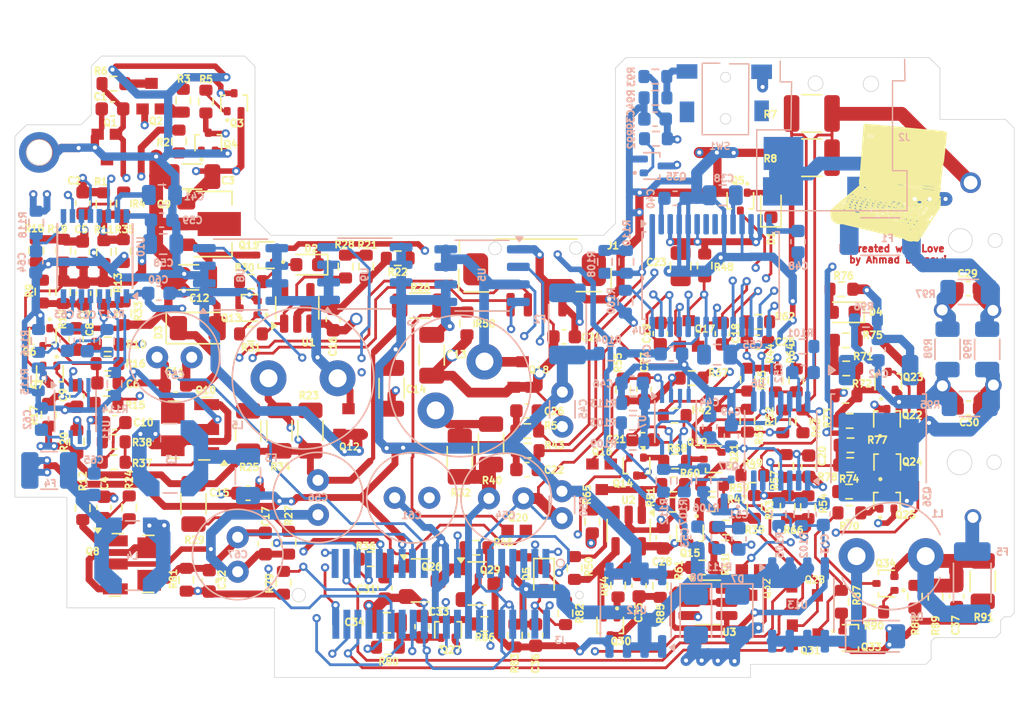
<source format=kicad_pcb>
(kicad_pcb (version 20241229) (generator "pcbnew") (generator_version "9.0")
  (layers (0 "F.Cu" signal "FC") (4 "In1.Cu" signal "IC") (6 "In2.Cu" signal "IP") (2 "B.Cu" signal "BC") (13 "F.Paste" user) (15 "B.Paste" user) (5 "F.SilkS" user "F.Silkscreen") (7 "B.SilkS" user "B.Silkscreen") (1 "F.Mask" user) (3 "B.Mask" user) (25 "Edge.Cuts" user))
  (net 0 "")
  (net 1 "GND")
  (net 2 "PWR_IN_NEG")
  (net 3 "M38_P60_PC110")
  (net 4 "M38_P61_PC110")
  (net 5 "PNET4_PC110")
  (net 6 "J5_6_PC110")
  (net 7 "PNET1_PC110")
  (net 8 "PNET5_PC110")
  (net 9 "D28_1_PC110")
  (net 10 "Q43_2_PC110")
  (net 11 "R284_2_PC110")
  (net 12 "R73_2_PC110")
  (net 13 "U54_VCC_PC110")
  (net 14 "U54_1D_PC110")
  (net 15 "M38_P52_PC110")
  (net 16 "M38_P20_PC110")
  (net 17 "D18_2_3_PC110")
  (net 18 "M38_P21_PC110")
  (net 19 "M38_P53_PC110")
  (net 20 "U54_1Q_PC110")
  (net 21 "F65_ENAVEE_PC110")
  (net 22 "U21_131_PC110")
  (net 23 "J5_33_PC110")
  (net 24 "L1_2")
  (net 25 "M38_VREF_PC110")
  (net 26 "M38_P64_PC110")
  (net 27 "D2_3_PC110")
  (net 28 "Q49_1_PC110")
  (net 29 "M38_P63_PC110")
  (net 30 "R2_2")
  (net 31 "BATT_POS")
  (net 32 "C35_2")
  (net 33 "C32_1")
  (net 34 "C31_1")
  (net 35 "C33_1")
  (net 36 "R80_1")
  (net 37 "Q8_5")
  (net 38 "Q8_1")
  (net 39 "C6_1")
  (net 40 "PWR_IN_10v5")
  (net 41 "F2_1")
  (net 42 "C16_1")
  (net 43 "PWR_IN_POS")
  (net 44 "PWR_IN_POS_Fuse")
  (net 45 "R38_1")
  (net 46 "C6_2")
  (net 47 "Q9_1")
  (net 48 "R36_2")
  (net 49 "R24_2")
  (net 50 "R11_1")
  (net 51 "R17_2")
  (net 52 "R19_1")
  (net 53 "Q6_2")
  (net 54 "Q7_3")
  (net 55 "Q7_1")
  (net 56 "R32_1")
  (net 57 "R20_1")
  (net 58 "C1_1")
  (net 59 "C1_2")
  (net 60 "Q3_1")
  (net 61 "Q3_3")
  (net 62 "Q4_1")
  (net 63 "Q4_3")
  (net 64 "Q1_2")
  (net 65 "Q20_1")
  (net 66 "C21_2")
  (net 67 "R56_2")
  (net 68 "R56_1")
  (net 69 "Q17_2")
  (net 70 "R36_1")
  (net 71 "C8_1")
  (net 72 "C14_2")
  (net 73 "R31_1")
  (net 74 "J1_2")
  (net 75 "J1_4")
  (net 76 "R284_2_PC110_Fuse")
  (net 77 "U11_8")
  (net 78 "U11_5")
  (net 79 "U11_2")
  (net 80 "U11_1")
  (net 81 "U11_15")
  (net 82 "U11_9")
  (net 83 "U9_4")
  (net 84 "C63_2")
  (net 85 "R115_2")
  (net 86 "F3_1")
  (net 87 "L2_2")
  (net 88 "C63_1")
  (net 89 "R21_1")
  (net 90 "R21_2")
  (net 91 "Q13_3")
  (net 92 "R35_2")
  (net 93 "U1_5")
  (net 94 "U1_4")
  (net 95 "R26_2")
  (net 96 "R48_2")
  (net 97 "U8_4")
  (net 98 "J1_MP")
  (net 99 "J1_MP2")
  (net 100 "Q27_3")
  (net 101 "Q14_2")
  (net 102 "R50_1")
  (net 103 "R50_2")
  (net 104 "R82_1")
  (net 105 "C36_2")
  (net 106 "C36_1")
  (net 107 "U3_1")
  (net 108 "U3_6")
  (net 109 "Q30_2")
  (net 110 "Q29_2")
  (net 111 "R88_1")
  (net 112 "R91_1")
  (net 113 "R91_2")
  (net 114 "Q33_3")
  (net 115 "Q33_2")
  (net 116 "R89_1")
  (net 117 "R73_2")
  (net 118 "R70_2")
  (net 119 "Q22_1")
  (net 120 "R78_1")
  (net 121 "R78_2")
  (net 122 "R77_2")
  (net 123 "R77_1")
  (net 124 "R76_1")
  (net 125 "C27_2")
  (net 126 "U5_10")
  (net 127 "R65_2")
  (net 128 "R63_1")
  (net 129 "U7_24")
  (net 130 "U7_27")
  (net 131 "U7_25")
  (net 132 "U7_23")
  (net 133 "U7_2")
  (net 134 "U7_6")
  (net 135 "U7_7")
  (net 136 "U7_8")
  (net 137 "U7_10")
  (net 138 "U7_14")
  (net 139 "U5_12")
  (net 140 "U5_2")
  (net 141 "U5_3")
  (net 142 "U5_6")
  (net 143 "Q36_3")
  (net 144 "R104_1")
  (net 145 "R111_!")
  (net 146 "R111_2")
  (net 147 "U6_7")
  (net 148 "U6_6")
  (net 149 "U6_2")
  (net 150 "U7_18")
  (net 151 "D1_2")
  (net 152 "R72_1")
  (net 153 "R72_2")
  (net 154 "R54_2")
  (net 155 "R61_1")
  (net 156 "R51_2")
  (net 157 "R51_1")
  (net 158 "R68_1")
  (net 159 "R68_2")
  (net 160 "R59_1")
  (net 161 "SW1_2")
  (net 162 "SW1_3")
  (net 163 "SW1_4")
  (net 164 "R92_2")
  (net 165 "R106_2")
  (net 166 "R106_1")
  (net 167 "R6_2")
  (footprint "Package_TO_SOT_SMD:SOT-416" (layer "F.Cu") (at 109.24 97.55 -90)
    (property "Reference" "Q6")
    (property "Value" "6LS")
  )
  (footprint "Resistor_SMD:R_0603_1608Metric" (layer "F.Cu") (at 119.4 80.44 -90)
    (property "Reference" "R3")
    (property "Value" "1k")
  )
  (footprint "Resistor_SMD:R_0603_1608Metric" (layer "F.Cu") (at 154.96 103.22)
    (property "Reference" "R42")
    (property "Value" "47k")
  )
  (footprint "Capacitor_SMD:C_0603_1608Metric" (layer "F.Cu") (at 136.68 118.49 -90)
    (property "Reference" "C33")
    (property "Value" "24nF")
  )
  (footprint "PC110:3D" (layer "F.Cu") (at 164.2 119.1175 -90)
    (property "Reference" "Q31")
    (property "Value" "W6")
  )
  (footprint "Resistor_SMD:R_0603_1608Metric" (layer "F.Cu") (at 121.04 80.5 -90)
    (property "Reference" "R5")
    (property "Value" "100k")
  )
  (footprint "Capacitor_SMD:C_0805_2012Metric" (layer "F.Cu") (at 134.13 118.21 180)
    (property "Reference" "C34")
    (property "Value" "1.5uF")
  )
  (footprint "Resistor_SMD:R_0603_1608Metric" (layer "F.Cu") (at 126.65 115.32 90)
    (property "Reference" "R79")
    (property "Value" "47k")
  )
  (footprint "Resistor_SMD:R_0603_1608Metric" (layer "F.Cu") (at 127.02 112.42 90)
    (property "Reference" "R27")
    (property "Value" "4.7k")
  )
  (footprint "Resistor_SMD:R_0603_1608Metric" (layer "F.Cu") (at 169.25 117.43)
    (property "Reference" "R90")
    (property "Value" "470k")
  )
  (footprint "Resistor_SMD:R_0603_1608Metric" (layer "F.Cu") (at 160.58 107.55)
    (property "Reference" "R49")
    (property "Value" "300k")
  )
  (footprint "Resistor_SMD:R_0603_1608Metric" (layer "F.Cu") (at 134.92 91.84)
    (property "Reference" "R22")
    (property "Value" "100k")
  )
  (footprint "PC110:3D" (layer "F.Cu") (at 157.9175 103.7)
    (property "Reference" "Q19")
    (property "Value" "M2P")
  )
  (footprint "Resistor_SMD:R_0603_1608Metric" (layer "F.Cu") (at 139.93 96.55 90)
    (property "Reference" "R58")
    (property "Value" "4.7k")
  )
  (footprint "Package_TO_SOT_SMD:SOT-powerT" (layer "F.Cu") (at 119.57 104.23 180)
    (property "Reference" "Q10")
    (property "Value" "103 5G")
  )
  (footprint "Resistor_SMD:R_0603_1608Metric" (layer "F.Cu") (at 150.86 115.52 90)
    (property "Reference" "R84")
    (property "Value" "100k")
  )
  (footprint "Resistor_SMD:R_0603_1608Metric" (layer "F.Cu") (at 172.34 116.33 90)
    (property "Reference" "R88")
    (property "Value" "1M")
  )
  (footprint "Capacitor_SMD:C_0603_1608Metric" (layer "F.Cu") (at 111.65 97.68 90)
    (property "Reference" "C8")
    (property "Value" "24nF")
  )
  (footprint "Package_TO_SOT_SMD:SOT-23-5" (layer "F.Cu") (at 127.65 95.43 90)
    (property "Reference" "U1")
    (property "Value" "D9D")
  )
  (footprint "Resistor_SMD:R_0603_1608Metric" (layer "F.Cu") (at 113.94 98.07)
    (property "Reference" "R10")
    (property "Value" "470k")
  )
  (footprint "PC110:3D" (layer "F.Cu") (at 143.4925 112.24 180)
    (property "Reference" "Q20")
    (property "Value" "W6")
  )
  (footprint "Resistor_SMD:R_0603_1608Metric" (layer "F.Cu") (at 112.13 109.92 90)
    (property "Reference" "R12")
    (property "Value" "2.2k")
  )
  (footprint "Resistor_SMD:R_0603_1608Metric" (layer "F.Cu") (at 162.25 100.68 90)
    (property "Reference" "R44")
    (property "Value" "10k")
  )
  (footprint "Capacitor_SMD:C_1206_3216Metric" (layer "F.Cu") (at 120.03 85.93)
    (property "Reference" "C3")
    (property "Value" "5.2uF")
  )
  (footprint "Capacitor_SMD:C_0603_1608Metric" (layer "F.Cu") (at 176.21 102.68)
    (property "Reference" "C30")
    (property "Value" "10nF")
  )
  (footprint "Capacitor_SMD:C_1206_3216Metric" (layer "F.Cu") (at 134.48 101.25 -90)
    (property "Reference" "C14")
    (property "Value" "1.5uF")
  )
  (footprint "Resistor_SMD:R_0603_1608Metric" (layer "F.Cu") (at 160.22 103.59 90)
    (property "Reference" "R69")
    (property "Value" "200k")
  )
  (footprint "Resistor_SMD:R_1206_3216Metric" (layer "F.Cu") (at 141.67 105.3 90)
    (property "Reference" "R40")
    (property "Value" "R_1206_3216Metric")
  )
  (footprint "Resistor_SMD:R_0603_1608Metric" (layer "F.Cu") (at 157.13 92.36 90)
    (property "Reference" "R48")
    (property "Value" "100")
  )
  (footprint "Capacitor_SMD:C_0603_1608Metric" (layer "F.Cu") (at 152.38 115.53 -90)
    (property "Reference" "C35")
    (property "Value" "1.2nF")
  )
  (footprint "Capacitor_SMD:C_0603_1608Metric" (layer "F.Cu") (at 144.9 119.1 -90)
    (property "Reference" "C36")
    (property "Value" "150nF")
  )
  (footprint "Connector_JST:Backllight_Connector" (layer "F.Cu") (at 144.96 93.25)
    (property "Reference" "J1")
    (property "Value" "Backllight_Connector")
    (fp_circle (center -3 -2.125) (end -2.675 -1.8) (stroke (width 0.05)) (fill no) (layer "Edge.Cuts"))
    (fp_circle (center 2.85 -2.15) (end 3.175 -1.825) (stroke (width 0.05)) (fill no) (layer "Edge.Cuts"))
  )
  (footprint "Resistor_SMD:R_0603_1608Metric" (layer "F.Cu") (at 108.77 91.29 -90)
    (property "Reference" "R18")
    (property "Value" "20k")
  )
  (footprint "Resistor_SMD:R_0603_1608Metric" (layer "F.Cu") (at 156.18 100.51)
    (property "Reference" "R67")
    (property "Value" "47k")
  )
  (footprint "Diode_SMD:D_1206_3216Metric" (layer "F.Cu") (at 120.45 96.89)
    (property "Reference" "D3")
    (property "Value" "DNP")
  )
  (footprint "Resistor_SMD:R_0603_1608Metric" (layer "F.Cu") (at 163.13 109.83 90)
    (property "Reference" "R66")
    (property "Value" "DNP")
  )
  (footprint "Resistor_SMD:R_0603_1608Metric" (layer "F.Cu") (at 109.21 94.25 -90)
    (property "Reference" "R9")
    (property "Value" "20k")
  )
  (footprint "Resistor_SMD:R_0603_1608Metric" (layer "F.Cu") (at 167.37 99.81)
    (property "Reference" "R71")
    (property "Value" "1k")
  )
  (footprint "Package_TO_SOT_SMD:SOT-powerT" (layer "F.Cu") (at 116.01 113.96)
    (property "Reference" "Q8")
    (property "Value" "303 5H")
  )
  (footprint "Capacitor_SMD:C_0603_1608Metric" (layer "F.Cu") (at 111.7 101.81 90)
    (property "Reference" "C9")
    (property "Value" "10nF")
  )
  (footprint "Capacitor_SMD:C_0603_1608Metric" (layer "F.Cu") (at 121.28 115.18 90)
    (property "Reference" "C32")
    (property "Value" "10nF")
  )
  (footprint "Resistor_SMD:R_0603_1608Metric" (layer "F.Cu") (at 119.62 115.1 90)
    (property "Reference" "R81")
    (property "Value" "200k")
  )
  (footprint "Resistor_SMD:R_1206_3216Metric" (layer "F.Cu") (at 128.6 104.31 90)
    (property "Reference" "R23")
    (property "Value" "0.1")
  )
  (footprint "Resistor_SMD:R_0603_1608Metric" (layer "F.Cu") (at 109.66 103.16 -90)
    (property "Reference" "R17")
    (property "Value" "10k")
  )
  (footprint "Resistor_SMD:R_0603_1608Metric" (layer "F.Cu") (at 163.03 106.87 90)
    (property "Reference" "R57")
    (property "Value" "100k")
  )
  (footprint "Resistor_SMD:R_0603_1608Metric" (layer "F.Cu") (at 164.6 109.85 90)
    (property "Reference" "R54")
    (property "Value" "100k")
  )
  (footprint "Resistor_SMD:R_1206_3216Metric" (layer "F.Cu") (at 124.1 104.34 90)
    (property "Reference" "R25")
    (property "Value" "0.1")
  )
  (footprint "PC110:3D" (layer "F.Cu") (at 164.16 116.2775 -90)
    (property "Reference" "Q28")
    (property "Value" "W6")
  )
  (footprint "Resistor_SMD:R_1210_3225Metric" (layer "F.Cu") (at 164.88 84.56)
    (property "Reference" "R8")
    (property "Value" "0.1")
  )
  (footprint "Resistor_SMD:R_0603_1608Metric" (layer "F.Cu") (at 113.92 99.46)
    (property "Reference" "R16")
    (property "Value" "130k")
  )
  (footprint "Resistor_SMD:R_0603_1608Metric" (layer "F.Cu") (at 113.85 102.34 180)
    (property "Reference" "R15")
    (property "Value" "100k")
  )
  (footprint "Capacitor_SMD:C_0603_1608Metric" (layer "F.Cu") (at 144.28 102.88)
    (property "Reference" "C26")
    (property "Value" "10nF")
  )
  (footprint "Capacitor_SMD:C_0603_1608Metric" (layer "F.Cu") (at 160.95 97.91)
    (property "Reference" "C25")
    (property "Value" "1.2nF")
  )
  (footprint "Package_TO_SOT_SMD:SOT-23-PC110" (layer "F.Cu") (at 140.66 115.37)
    (property "Reference" "Q29")
    (property "Value" "H15")
  )
  (footprint "Capacitor_SMD:C_0603_1608Metric" (layer "F.Cu") (at 112.19 94.37 90)
    (property "Reference" "C7")
    (property "Value" "150nF")
  )
  (footprint "Package_TO_SOT_SMD:SOT-416" (layer "F.Cu") (at 170.34 106.5175 90)
    (property "Reference" "Q24")
    (property "Value" "6LS")
  )
  (footprint "Package_TO_SOT_SMD:SOT-89-3" (layer "F.Cu") (at 121.57 89.36)
    (property "Reference" "Q9")
    (property "Value" "KD 3.E")
  )
  (footprint "PC110:3D" (layer "F.Cu") (at 156.0275 97.48)
    (property "Reference" "Q17")
    (property "Value" "M2P")
  )
  (footprint "Capacitor_SMD:C_0603_1608Metric" (layer "F.Cu") (at 124.09 108.84)
    (property "Reference" "C15")
    (property "Value" "180nF")
  )
  (footprint "Package_TO_SOT_SMD:SOT-416" (layer "F.Cu") (at 159.71 87.7425 -90)
    (property "Reference" "Q5")
    (property "Value" "8C")
  )
  (footprint "Resistor_SMD:R_1206_3216Metric" (layer "F.Cu") (at 126.36 104.31 90)
    (property "Reference" "R34")
    (property "Value" "0.1")
  )
  (footprint "Resistor_SMD:R_0603_1608Metric" (layer "F.Cu") (at 115.09 87.87 -90)
    (property "Reference" "R4")
    (property "Value" "10k")
  )
  (footprint "Resistor_SMD:R_0603_1608Metric" (layer "F.Cu") (at 167.34 97.78)
    (property "Reference" "R75")
    (property "Value" "1k")
  )
  (footprint "Resistor_SMD:R_0603_1608Metric" (layer "F.Cu") (at 134.21 119.98 180)
    (property "Reference" "R80")
    (property "Value" "100k")
  )
  (footprint "Resistor_SMD:R_0603_1608Metric" (layer "F.Cu") (at 144.32 105.76)
    (property "Reference" "R43")
    (property "Value" "300")
  )
  (footprint "PC110:3D" (layer "F.Cu") (at 160.4425 115.1 180)
    (property "Reference" "Q32")
    (property "Value" "K")
  )
  (footprint "Package_TO_SOT_SMD:SOT-416" (layer "F.Cu") (at 156.06 111.8025 -90)
    (property "Reference" "Q15")
    (property "Value" "8LR")
  )
  (footprint "Capacitor_SMD:C_0603_1608Metric" (layer "F.Cu") (at 164.66 106.89 90)
    (property "Reference" "C20")
    (property "Value" "100pF")
  )
  (footprint "Resistor_SMD:R_1206_3216Metric" (layer "F.Cu") (at 177.25 115.2 90)
    (property "Reference" "R91")
    (property "Value" "DNP")
  )
  (footprint "Capacitor_SMD:C_0603_1608Metric" (layer "F.Cu") (at 112.11 91.4 90)
    (property "Reference" "C5")
    (property "Value" "150nF")
  )
  (footprint "Package_TO_SOT_SMD:SOT-416" (layer "F.Cu") (at 124.1275 95.43 180)
    (property "Reference" "Q13")
    (property "Value" "8LR")
  )
  (footprint "Resistor_SMD:R_0603_1608Metric" (layer "F.Cu") (at 158.68 111.32)
    (property "Reference" "R39")
    (property "Value" "4.7k")
  )
  (footprint "Resistor_SMD:R_0603_1608Metric" (layer "F.Cu") (at 111.7 105.12 -90)
    (property "Reference" "R20")
    (property "Value" "10k")
  )
  (footprint "Resistor_SMD:R_0603_1608Metric" (layer "F.Cu") (at 167.6 110.26)
    (property "Reference" "R70")
    (property "Value" "470k")
  )
  (footprint "Package_TO_SOT_SMD:SOT-416" (layer "F.Cu") (at 152.2 106.9125 -90)
    (property "Reference" "Q14")
    (property "Value" "6LS")
  )
  (footprint "Package_TO_SOT_SMD:SOT-416" (layer "F.Cu") (at 123.08 80.5475 90)
    (property "Reference" "Q3")
    (property "Value" "6LS")
  )
  (footprint "Resistor_SMD:R_0603_1608Metric" (layer "F.Cu") (at 114.37 106.6 180)
    (property "Reference" "R37")
    (property "Value" "120")
  )
  (footprint "Resistor_SMD:R_0603_1608Metric" (layer "F.Cu") (at 167.68 105.37)
    (property "Reference" "R77")
    (property "Value" "100k")
  )
  (footprint "Resistor_SMD:R_0603_1608Metric" (layer "F.Cu") (at 113.66 91.39 -90)
    (property "Reference" "R11")
    (property "Value" "10k")
  )
  (footprint "Resistor_SMD:R_0603_1608Metric" (layer "F.Cu") (at 132.96 113.61 180)
    (property "Reference" "R36")
    (property "Value" "1k")
  )
  (footprint "Package_TO_SOT_SMD:SOT-416" (layer "F.Cu") (at 125.3275 91.61 180)
    (property "Reference" "Q11")
    (property "Value" "6LS")
  )
  (footprint "Resistor_SMD:R_0603_1608Metric" (layer "F.Cu") (at 119.09 83.39 -90)
    (property "Reference" "R2")
    (property "Value" "470k")
  )
  (footprint "Resistor_SMD:R_0603_1608Metric" (layer "F.Cu") (at 141.19 118.3 180)
    (property "Reference" "R86")
    (property "Value" "10k")
  )
  (footprint "Resistor_SMD:R_0603_1608Metric" (layer "F.Cu") (at 167.02 94.08)
    (property "Reference" "R76")
    (property "Value" "1k")
  )
  (footprint "Capacitor_SMD:C_0603_1608Metric" (layer "F.Cu") (at 158.41 97.29 90)
    (property "Reference" "C18")
    (property "Value" "120nF")
  )
  (footprint "Capacitor_SMD:C_0603_1608Metric" (layer "F.Cu") (at 133.99 115.69 -90)
    (property "Reference" "C31")
    (property "Value" "1.2nF")
  )
  (footprint "Resistor_SMD:R_0603_1608Metric" (layer "F.Cu") (at 113.63 87.93 -90)
    (property "Reference" "R1")
    (property "Value" "DNP")
  )
  (footprint "Package_TO_SOT_SMD:SOT-416" (layer "F.Cu") (at 170.32 109.2975 90)
    (property "Reference" "Q25")
    (property "Value" "8LB")
  )
  (footprint "Resistor_SMD:R_0603_1608Metric" (layer "F.Cu") (at 110.71 94.29 -90)
    (property "Reference" "R14")
    (property "Value" "12k")
  )
  (footprint "PC110:3D" (layer "F.Cu") (at 144.0075 100.45)
    (property "Reference" "Q18")
    (property "Value" "Q")
  )
  (footprint "Resistor_SMD:R_0603_1608Metric" (layer "F.Cu") (at 167.58 108.72)
    (property "Reference" "R74")
    (property "Value" "470k")
  )
  (footprint "Resistor_SMD:R_0603_1608Metric" (layer "F.Cu") (at 115.12 95.82 -90)
    (property "Reference" "R33")
    (property "Value" "10k")
  )
  (footprint "Package_TO_SOT_SMD:SOT-23-PC110" (layer "F.Cu") (at 136.55 115.15)
    (property "Reference" "Q26")
    (property "Value" "G16")
  )
  (footprint "PC110:3D" (layer "F.Cu") (at 113.8325 83.59 180)
    (property "Reference" "Q1")
    (property "Value" "R4C")
  )
  (footprint "Capacitor_SMD:C_0805_2012Metric" (layer "F.Cu") (at 155.39 92.41 90)
    (property "Reference" "C23")
    (property "Value" "1.5uF")
  )
  (footprint "Resistor_SMD:R_0603_1608Metric" (layer "F.Cu") (at 147.71 114.25 90)
    (property "Reference" "R50")
    (property "Value" "DNP")
  )
  (footprint "Resistor_SMD:R_0603_1608Metric" (layer "F.Cu") (at 154.805 109.67)
    (property "Reference" "R51")
    (property "Value" "4.7k")
  )
  (footprint "Resistor_SMD:R_0603_1608Metric" (layer "F.Cu") (at 162.78 103.64 90)
    (property "Reference" "R52")
    (property "Value" "10k")
  )
  (footprint "Resistor_SMD:R_0603_1608Metric" (layer "F.Cu") (at 173.83 116.33 90)
    (property "Reference" "R89")
    (property "Value" "1M")
  )
  (footprint "Resistor_SMD:R_0603_1608Metric" (layer "F.Cu") (at 124.3 93.53)
    (property "Reference" "R30")
    (property "Value" "10k")
  )
  (footprint "Resistor_SMD:R_1206_3216Metric" (layer "F.Cu") (at 120.14 109.61 90)
    (property "Reference" "R29")
    (property "Value" "103 (RT2)")
  )
  (footprint "Resistor_SMD:R_1206_3216Metric" (layer "F.Cu") (at 136.52 95.26)
    (property "Reference" "R26")
    (property "Value" "103 (RT1)")
  )
  (footprint "Capacitor_SMD:C_0603_1608Metric" (layer "F.Cu") (at 114.28 81.03)
    (property "Reference" "C1")
    (property "Value" "150nF")
  )
  (footprint "Resistor_SMD:R_0603_1608Metric" (layer "F.Cu") (at 151.24 101.33 90)
    (property "Reference" "R55")
    (property "Value" "1M")
  )
  (footprint "Resistor_SMD:R_0603_1608Metric" (layer "F.Cu") (at 144.29 104.34)
    (property "Reference" "R56")
    (property "Value" "300")
  )
  (footprint "Diode_SMD:D_0603_1608Metric" (layer "F.Cu") (at 161.92 88.08 90)
    (property "Reference" "D1")
    (property "Value" "8-2")
  )
  (footprint "Diode_SMD:D_0603_1608Metric" (layer "F.Cu") (at 128.37 92.3 180)
    (property "Reference" "D2")
    (property "Value" "5-9")
  )
  (footprint "Resistor_SMD:R_0603_1608Metric" (layer "F.Cu") (at 157.67 108.2)
    (property "Reference" "R59")
    (property "Value" "100k")
  )
  (footprint "Capacitor_SMD:C_0603_1608Metric" (layer "F.Cu") (at 152.74 101.32 90)
    (property "Reference" "C27")
    (property "Value" "1.2nF")
  )
  (footprint "PC110:3D" (layer "F.Cu") (at 117.1575 80.31)
    (property "Reference" "Q2")
    (property "Value" "K")
  )
  (footprint "Resistor_SMD:R_0603_1608Metric" (layer "F.Cu") (at 156.94 114.21)
    (property "Reference" "R61")
    (property "Value" "10k")
  )
  (footprint "Resistor_SMD:R_0603_1608Metric" (layer "F.Cu") (at 167.02 116.69 90)
    (property "Reference" "R87")
    (property "Value" "470k")
  )
  (footprint "Capacitor_SMD:C_0603_1608Metric" (layer "F.Cu") (at 175.36 116.3 90)
    (property "Reference" "C37")
    (property "Value" "180nF")
  )
  (footprint "Resistor_SMD:R_0603_1608Metric" (layer "F.Cu") (at 167.32 101.79)
    (property "Reference" "R72")
    (property "Value" "1k")
  )
  (footprint "Capacitor_SMD:C_0603_1608Metric" (layer "F.Cu") (at 112.14 87.84 90)
    (property "Reference" "C2")
    (property "Value" "4.7nF")
  )
  (footprint "Resistor_SMD:R_0603_1608Metric" (layer "F.Cu") (at 163.75 100.67 90)
    (property "Reference" "R64")
    (property "Value" "10k")
  )
  (footprint "Resistor_SMD:R_0603_1608Metric" (layer "F.Cu") (at 149 110.88 90)
    (property "Reference" "R65")
    (property "Value" "1k")
  )
  (footprint "Resistor_SMD:R_0603_1608Metric" (layer "F.Cu") (at 143.4 119.14 -90)
    (property "Reference" "R83")
    (property "Value" "470k")
  )
  (footprint "Resistor_SMD:R_0603_1608Metric" (layer "F.Cu") (at 110.73 91.29 -90)
    (property "Reference" "R19")
    (property "Value" "10k")
  )
  (footprint "Package_TO_SOT_SMD:SOT-416" (layer "F.Cu") (at 109.75 100.27 -90)
    (property "Reference" "Q7")
    (property "Value" "6LS")
  )
  (footprint "Resistor_SMD:R_0603_1608Metric" (layer "F.Cu") (at 154.99 106.53)
    (property "Reference" "R68")
    (property "Value" "47k")
  )
  (footprint "Resistor_SMD:R_0603_1608Metric" (layer "F.Cu") (at 132.64 92.44 90)
    (property "Reference" "R21")
    (property "Value" "470k")
  )
  (footprint "Capacitor_SMD:C_0603_1608Metric" (layer "F.Cu") (at 118.84 101.02)
    (property "Reference" "C11")
    (property "Value" "180nF")
  )
  (footprint "Package_TO_SOT_SMD:SOT-23-6_Handsoldering" (layer "F.Cu") (at 157.37 116.74)
    (property "Reference" "U3")
    (property "Value" "6.5 5F")
  )
  (footprint "Resistor_SMD:R_0603_1608Metric" (layer "F.Cu") (at 147.06 117.52 -90)
    (property "Reference" "R82")
    (property "Value" "DNP")
  )
  (footprint "Capacitor_SMD:C_0603_1608Metric" (layer "F.Cu") (at 176.19 94.04)
    (property "Reference" "C29")
    (property "Value" "10nF")
  )
  (footprint "PC110:logo" (layer "F.Cu") (at 170.62 86.38)
    (property "Reference" "G***")
    (property "Value" "LOGO" (hide yes))
  )
  (footprint "Capacitor_SMD:C_0603_1608Metric" (layer "F.Cu") (at 154.13 112.06 -90)
    (property "Reference" "C28")
    (property "Value" "150nF")
  )
  (footprint "Resistor_SMD:R_0603_1608Metric" (layer "F.Cu") (at 153.91 115.55 90)
    (property "Reference" "R85")
    (property "Value" "10k")
  )
  (footprint "Resistor_SMD:R_0603_1608Metric" (layer "F.Cu") (at 164.24 103.64 90)
    (property "Reference" "R63")
    (property "Value" "10k")
  )
  (footprint "Capacitor_SMD:C_1206_3216Metric" (layer "F.Cu") (at 119.8 93.22)
    (property "Reference" "C12")
    (property "Value" "1.2uF")
  )
  (footprint "Resistor_SMD:R_0603_1608Metric" (layer "F.Cu") (at 154.85 108.21)
    (property "Reference" "R60")
    (property "Value" "4.7k")
  )
  (footprint "Capacitor_SMD:C_1206_3216Metric" (layer "F.Cu") (at 137.38 98.86 -90)
    (property "Reference" "C13")
    (property "Value" "1.5uF")
  )
  (footprint "Resistor_SMD:R_0603_1608Metric" (layer "F.Cu") (at 157.64 109.64)
    (property "Reference" "R47")
    (property "Value" "47k")
  )
  (footprint "Resistor_SMD:R_0603_1608Metric" (layer "F.Cu") (at 140.62 112.78)
    (property "Reference" "R46")
    (property "Value" "1M")
  )
  (footprint "Package_TO_SOT_SMD:SOT-416" (layer "F.Cu") (at 167.75 119.31)
    (property "Reference" "Q33")
    (property "Value" "8LR")
  )
  (footprint "Resistor_SMD:R_0603_1608Metric" (layer "F.Cu") (at 160.25 100.62 90)
    (property "Reference" "R45")
    (property "Value" "200k")
  )
  (footprint "Package_TO_SOT_SMD:SOT-416" (layer "F.Cu") (at 170.21 115.37 180)
    (property "Reference" "Q34")
    (property "Value" "6LS")
  )
  (footprint "Resistor_SMD:R_0603_1608Metric" (layer "F.Cu") (at 158.62 112.77)
    (property "Reference" "R41")
    (property "Value" "4.7k")
  )
  (footprint "Package_TO_SOT_SMD:SOT-416" (layer "F.Cu") (at 138.56 118.65 90)
    (property "Reference" "Q27")
    (property "Value" "8C")
  )
  (footprint "Resistor_SMD:R_0603_1608Metric" (layer "F.Cu") (at 131.14 92.44 90)
    (property "Reference" "R28")
    (property "Value" "0")
  )
  (footprint "Resistor_SMD:R_1206_3216Metric" (layer "F.Cu") (at 139.41 106.19 90)
    (property "Reference" "R32")
    (property "Value" "R_1206_3216Metric")
  )
  (footprint "Resistor_SMD:R_0603_1608Metric" (layer "F.Cu") (at 114.35 79.2)
    (property "Reference" "R6")
    (property "Value" "470")
  )
  (footprint "Capacitor_SMD:C_0603_1608Metric" (layer "F.Cu") (at 113.96 100.86)
    (property "Reference" "C6")
    (property "Value" "100pF")
  )
  (footprint "Package_TO_SOT_SMD:SOT-416" (layer "F.Cu") (at 150.29 118.4725 -90)
    (property "Reference" "Q30")
    (property "Value" "8C")
  )
  (footprint "PC110:3D" (layer "F.Cu") (at 149.6325 107.45 180)
    (property "Reference" "Q16")
    (property "Value" "M2P")
  )
  (footprint "Diode_SMD:D_0603_1608Metric" (layer "F.Cu") (at 145.5 115.05 -90)
    (property "Reference" "D5")
    (property "Value" "3^9")
  )
  (footprint "PC110:3D" (layer "F.Cu") (at 131.4075 103.85)
    (property "Reference" "Q12")
    (property "Value" "Q")
  )
  (footprint "Package_TO_SOT_SMD:SOT-416" (layer "F.Cu") (at 157.7 106.38 180)
    (property "Reference" "Q21")
    (property "Value" "8C")
  )
  (footprint "Resistor_SMD:R_0603_1608Metric" (layer "F.Cu") (at 115.06 91.32 -90)
    (property "Reference" "R35")
    (property "Value" "10k")
  )
  (footprint "Capacitor_SMD:C_0603_1608Metric" (layer "F.Cu") (at 153.92 97.29 90)
    (property "Reference" "C19")
    (property "Value" "18nF")
  )
  (footprint "Package_TO_SOT_SMD:SOT-416" (layer "F.Cu") (at 170.32 103.3975 90)
    (property "Reference" "Q22")
    (property "Value" "8C")
  )
  (footprint "Package_TO_SOT_SMD:SOT-416" (layer "F.Cu") (at 170.41 100.7075 90)
    (property "Reference" "Q23")
    (property "Value" "8C")
  )
  (footprint "Resistor_SMD:R_0603_1608Metric" (layer "F.Cu") (at 161 96.44)
    (property "Reference" "R62")
    (property "Value" "200k")
  )
  (footprint "Package_TO_SOT_SMD:SOT-416" (layer "F.Cu") (at 121.21 83.4075 90)
    (property "Reference" "Q4")
    (property "Value" "8LR")
  )
  (footprint "Package_TO_SOT_SMD:SOT-23-5" (layer "F.Cu") (at 151.63 111.54 -90)
    (property "Reference" "U2")
    (property "Value" "TA")
  )
  (footprint "Resistor_SMD:R_0603_1608Metric" (layer "F.Cu") (at 167.62 103.61)
    (property "Reference" "R73")
    (property "Value" "47k")
  )
  (footprint "Capacitor_SMD:C_0603_1608Metric" (layer "F.Cu") (at 114.44 103.73)
    (property "Reference" "C10")
    (property "Value" "3.6nF")
  )
  (footprint "Resistor_SMD:R_0603_1608Metric" (layer "F.Cu") (at 160.73 109.83 90)
    (property "Reference" "R53")
    (property "Value" "300k")
  )
  (footprint "Capacitor_SMD:C_0603_1608Metric" (layer "F.Cu") (at 146.96 97.52)
    (property "Reference" "C24")
    (property "Value" "150nF")
  )
  (footprint "Capacitor_SMD:C_0603_1608Metric" (layer "F.Cu") (at 113.66 109.87 90)
    (property "Reference" "C4")
    (property "Value" "2.5nF")
  )
  (footprint "Resistor_SMD:R_0603_1608Metric" (layer "F.Cu") (at 115.49 109.86 90)
    (property "Reference" "R24")
    (property "Value" "220")
  )
  (footprint "Diode_SMD:D_0603_1608Metric" (layer "F.Cu") (at 167.19 95.75 180)
    (property "Reference" "D4")
    (property "Value" "18")
  )
  (footprint "Capacitor_SMD:C_0603_1608Metric" (layer "F.Cu") (at 152.66 104.97 180)
    (property "Reference" "C21")
    (property "Value" "12nF")
  )
  (footprint "Resistor_SMD:R_0603_1608Metric" (layer "F.Cu") (at 114.37 105.12 180)
    (property "Reference" "R38")
    (property "Value" "470")
  )
  (footprint "Resistor_SMD:R_0603_1608Metric" (layer "F.Cu") (at 124.3 97.31)
    (property "Reference" "R31")
    (property "Value" "470k")
  )
  (footprint "Capacitor_SMD:C_0603_1608Metric" (layer "F.Cu") (at 130.26 96.27 -90)
    (property "Reference" "C16")
    (property "Value" "150nF")
  )
  (footprint "Capacitor_SMD:C_0603_1608Metric" (layer "F.Cu") (at 125.34 112.48 90)
    (property "Reference" "C17")
    (property "Value" "10nF")
  )
  (footprint "Resistor_SMD:R_1210_3225Metric" (layer "F.Cu") (at 164.88 81.36)
    (property "Reference" "R7")
    (property "Value" "0.1")
  )
  (footprint "Resistor_SMD:R_0603_1608Metric" (layer "F.Cu") (at 113.65 94.35 -90)
    (property "Reference" "R13")
    (property "Value" "10k")
  )
  (footprint "Resistor_SMD:R_0603_1608Metric" (layer "F.Cu") (at 167.65 106.8)
    (property "Reference" "R78")
    (property "Value" "300k")
  )
  (footprint "Capacitor_SMD:C_0603_1608Metric" (layer "F.Cu") (at 144.28 107.13)
    (property "Reference" "C22")
    (property "Value" "10nF")
  )
  (footprint "Package_SO:SOP-8_3.9x4.9mm_P1.27mm" (layer "B.Cu") (at 163.92 116.92 -90)
    (property "Reference" "U13")
    (property "Value" "J421")
  )
  (footprint "Capacitor_SMD:C_0603_1608Metric" (layer "B.Cu") (at 159.06 104.69 90)
    (property "Reference" "C49")
    (property "Value" "180nF")
  )
  (footprint "Diode_SMD:D_1206_3216Metric" (layer "B.Cu") (at 169.61 119.19)
    (property "Reference" "D6")
    (property "Value" "DNP")
  )
  (footprint "Resistor_SMD:R_0603_1608Metric" (layer "B.Cu") (at 151.39 94.98 -90)
    (property "Reference" "R100")
    (property "Value" "7.5k")
  )
  (footprint "Fuse:Fuse_1206_3216Metric" (layer "B.Cu") (at 124.08 107.61 -90)
    (property "Reference" "F3")
    (property "Value" "15")
  )
  (footprint "PSU:PSU-SW1" (layer "B.Cu") (at 158.65 80.2975 180)
    (property "Reference" "SW1")
    (property "Value" "PSU-SW1")
  )
  (footprint "Capacitor_THT:C_Radial_D6.3mm_H11.0mm_P2.50mm" (layer "B.Cu") (at 141.52 109.21)
    (property "Reference" "C54")
    (property "Value" "47uF 6.3v")
  )
  (footprint "Capacitor_SMD:C_0603_1608Metric" (layer "B.Cu") (at 154.99 87.5 180)
    (property "Reference" "C40")
    (property "Value" "10nF")
  )
  (footprint "Diode_SMD:D_1206_3216Metric" (layer "B.Cu") (at 156.49 117.68 -90)
    (property "Reference" "D8")
    (property "Value" "s.3 4F")
  )
  (footprint "Capacitor_SMD:C_0603_1608Metric" (layer "B.Cu") (at 153.54 81.77 180)
    (property "Reference" "C39")
    (property "Value" "10nF")
  )
  (footprint "Resistor_SMD:R_0603_1608Metric" (layer "B.Cu") (at 151.46 92.1 -90)
    (property "Reference" "R110")
    (property "Value" "7.5k")
  )
  (footprint "Resistor_SMD:R_0603_1608Metric" (layer "B.Cu") (at 114.43 100.93 -90)
    (property "Reference" "R114")
    (property "Value" "10k")
  )
  (footprint "Package_SO:TSSOP-14_4.4x5mm_P0.65mm" (layer "B.Cu") (at 162.63 105.06 90)
    (property "Reference" "U6")
    (property "Value" "7064")
  )
  (footprint "Capacitor_SMD:C_0603_1608Metric" (layer "B.Cu") (at 164.24 100.11 180)
    (property "Reference" "C52")
    (property "Value" "1nF")
  )
  (footprint "Capacitor_SMD:C_0603_1608Metric" (layer "B.Cu") (at 109.14 103.47 -90)
    (property "Reference" "C62")
    (property "Value" "100nF")
  )
  (footprint "Capacitor_THT:C_Disc_D3.0mm_W1.6mm_P2.50mm" (layer "B.Cu") (at 146.83 104.02 90)
    (property "Reference" "C45")
    (property "Value" "33uF 20V")
  )
  (footprint "Package_SO:TSSOP-28_6.1x9.7mm_P0.65mm" (layer "B.Cu") (at 157.56 93.09 -90)
    (property "Reference" "U4")
    (property "Value" "MAX786CAI")
  )
  (footprint "Package_SO:SOP-8_3.9x4.9mm_P1.27mm" (layer "B.Cu") (at 123.55 93.015)
    (property "Reference" "U8")
    (property "Value" "2556")
  )
  (footprint "Inductor_SMD:L_Coilcraft_LPS5030" (layer "B.Cu") (at 118.45 106.31 180)
    (property "Reference" "L3")
    (property "Value" "68uH")
  )
  (footprint "Fuse:Fuse_2010_5025Metric" (layer "B.Cu") (at 147.2 96.59 -90)
    (property "Reference" "F2")
    (property "Value" "830mA")
  )
  (footprint "Resistor_SMD:R_0603_1608Metric" (layer "B.Cu") (at 164.12 110.35 -90)
    (property "Reference" "R102")
    (property "Value" "300k")
  )
  (footprint "Capacitor_SMD:C_0603_1608Metric" (layer "B.Cu") (at 112.45 97.79 -90)
    (property "Reference" "C66")
    (property "Value" "1.2nF")
  )
  (footprint "Capacitor_SMD:C_0603_1608Metric" (layer "B.Cu") (at 117.64 94.37 180)
    (property "Reference" "C60")
    (property "Value" "C_0603_1608Metric")
  )
  (footprint "Package_SO:SOP-8_3.9x4.9mm_P1.27mm" (layer "B.Cu") (at 132.54 92.945)
    (property "Reference" "U9")
    (property "Value" "2556")
  )
  (footprint "Resistor_SMD:R_0603_1608Metric" (layer "B.Cu") (at 151.93 103.74 180)
    (property "Reference" "R103")
    (property "Value" "10k")
  )
  (footprint "Resistor_SMD:R_0603_1608Metric" (layer "B.Cu") (at 150.31 98.72 180)
    (property "Reference" "R104")
    (property "Value" "100")
  )
  (footprint "Capacitor_SMD:C_0805_2012Metric" (layer "B.Cu") (at 158.43 87.28 180)
    (property "Reference" "C38")
    (property "Value" "1.5uF")
  )
  (footprint "Capacitor_THT:EC" (layer "B.Cu") (at 146.8 110.92 90)
    (property "Reference" "C50")
    (property "Value" "56uF 25V EC")
  )
  (footprint "Resistor_SMD:R_0603_1608Metric" (layer "B.Cu") (at 162.49 110.35 -90)
    (property "Reference" "R105")
    (property "Value" "100k")
  )
  (footprint "Package_SO:SSOP-16_4.4x5.2mm_P0.65mm" (layer "B.Cu") (at 113.01 91.68 90)
    (property "Reference" "U10")
    (property "Value" "9742")
  )
  (footprint "Capacitor_SMD:C_0603_1608Metric" (layer "B.Cu") (at 169.68 98.45 -90)
    (property "Reference" "C42")
    (property "Value" "120nF")
  )
  (footprint "Capacitor_THT:C_Radial_D6.3mm_H11.0mm_P2.50mm" (layer "B.Cu") (at 123.34 114.52 90)
    (property "Reference" "C67")
    (property "Value" "18uF 50V")
  )
  (footprint "Capacitor_SMD:C_0603_1608Metric" (layer "B.Cu") (at 156.63 112.03 -90)
    (property "Reference" "C53")
    (property "Value" "120nF")
  )
  (footprint "Package_TO_SOT_SMD:SOT-416" (layer "B.Cu") (at 159.04 108.5075 90)
    (property "Reference" "Q37")
    (property "Value" "8LR")
  )
  (footprint "Inductor_SMD:L_Coilcraft_LPS5030" (layer "B.Cu") (at 115.72 113.35 180)
    (property "Reference" "L4")
    (property "Value" "470uH")
  )
  (footprint "Resistor_SMD:R_0603_1608Metric" (layer "B.Cu") (at 108.93 97.82 -90)
    (property "Reference" "R116")
    (property "Value" "15k")
  )
  (footprint "PSU:SSOP-8-PSU" (layer "B.Cu") (at 155.02 103.66 -90)
    (property "Reference" "U7")
    (property "Value" "5W01")
  )
  (footprint "Fuse:Fuse_2010_5025Metric" (layer "B.Cu") (at 169.84 90.27 180)
    (property "Reference" "F1")
    (property "Value" "2.5A")
  )
  (footprint "Capacitor_SMD:C_0603_1608Metric" (layer "B.Cu") (at 108.73 92.1 -90)
    (property "Reference" "C64")
    (property "Value" "120nF")
  )
  (footprint "Fuse:Fuse_1210_3225Metric" (layer "B.Cu") (at 109.7 107.19 180)
    (property "Reference" "F4")
    (property "Value" "10")
  )
  (footprint "Resistor_SMD:R_0603_1608Metric" (layer "B.Cu") (at 153.57 80.23 180)
    (property "Reference" "R94")
    (property "Value" "47k")
  )
  (footprint "Resistor_SMD:R_0603_1608Metric" (layer "B.Cu") (at 158.14 112.07 -90)
    (property "Reference" "R111")
    (property "Value" "33")
  )
  (footprint "Resistor_SMD:R_1206_3216Metric" (layer "B.Cu") (at 177.57 98.43 -90)
    (property "Reference" "R99")
    (property "Value" "0")
  )
  (footprint "Resistor_SMD:R_1206_3216Metric" (layer "B.Cu") (at 174.7 98.43 -90)
    (property "Reference" "R98")
    (property "Value" "0")
  )
  (footprint "Resistor_SMD:R_0603_1608Metric" (layer "B.Cu") (at 154.15 107.94 -90)
    (property "Reference" "R112")
    (property "Value" "20k")
  )
  (footprint "Resistor_SMD:R_0603_1608Metric" (layer "B.Cu") (at 151.95 102.34 180)
    (property "Reference" "R113")
    (property "Value" "20k")
  )
  (footprint "Package_TO_SOT_SMD:TO-252-2" (layer "B.Cu") (at 169.7125 104.97 -90)
    (property "Reference" "Q36")
    (property "Value" "3P4J")
  )
  (footprint "Capacitor_SMD:C_0805_2012Metric" (layer "B.Cu") (at 117.86 87.26 180)
    (property "Reference" "C41")
    (property "Value" "1.5uF")
  )
  (footprint "Capacitor_SMD:C_0603_1608Metric" (layer "B.Cu") (at 157.5 104.03 90)
    (property "Reference" "C44")
    (property "Value" "180nF")
  )
  (footprint "Capacitor_SMD:C_0603_1608Metric" (layer "B.Cu") (at 165.71 110.36 -90)
    (property "Reference" "C43")
    (property "Value" "10pF")
  )
  (footprint "Resistor_SMD:R_0603_1608Metric" (layer "B.Cu") (at 108.76 89.26 -90)
    (property "Reference" "R118")
    (property "Value" "100")
  )
  (footprint "Capacitor_THT:C_Radial_D6.3mm_H11.0mm_P2.50mm" (layer "B.Cu") (at 117.51 99)
    (property "Reference" "C57")
    (property "Value" "15uF 16V")
  )
  (footprint "Diode_SMD:D_1206_3216Metric" (layer "B.Cu") (at 159.48 117.68 -90)
    (property "Reference" "D7")
    (property "Value" "s.3 4F")
  )
  (footprint "Resistor_SMD:R_0603_1608Metric" (layer "B.Cu") (at 151.91 105.19 180)
    (property "Reference" "R109")
    (property "Value" "200k")
  )
  (footprint "Capacitor_SMD:C_0805_2012Metric" (layer "B.Cu") (at 117.95 90.81 180)
    (property "Reference" "C58")
    (property "Value" "1.5uF")
  )
  (footprint "Resistor_SMD:R_1206_3216Metric" (layer "B.Cu") (at 176.3025 102.38 180)
    (property "Reference" "R95")
    (property "Value" "DNP")
  )
  (footprint "Capacitor_SMD:C_0805_2012Metric" (layer "B.Cu") (at 158.03 98.81 180)
    (property "Reference" "C55")
    (property "Value" "1.5uF")
  )
  (footprint "Inductor_THT:L_Radial_D10.0mm_P5.00mm_Fastron_07M" (layer "B.Cu") (at 125.57 100.52)
    (property "Reference" "L5")
    (property "Value" "10uH")
  )
  (footprint "Capacitor_SMD:C_0603_1608Metric" (layer "B.Cu") (at 112.95 108.19 90)
    (property "Reference" "C65")
    (property "Value" "100nF")
  )
  (footprint "Resistor_SMD:R_0603_1608Metric" (layer "B.Cu") (at 149.91 92.1 -90)
    (property "Reference" "R108")
    (property "Value" "DNP")
  )
  (footprint "Inductor_THT:L_Radial_D7.5mm_P5.00mm_Fastron_07P" (layer "B.Cu") (at 173.12 113.39 180)
    (property "Reference" "L1")
    (property "Value" "10uH")
  )
  (footprint "Fuse:Fuse_2010_5025Metric" (layer "B.Cu") (at 176.49 115.31 -90)
    (property "Reference" "F5")
    (property "Value" "2.5A")
  )
  (footprint "Resistor_SMD:R_0603_1608Metric" (layer "B.Cu") (at 155.65 107.92 -90)
    (property "Reference" "R107")
    (property "Value" "2k")
  )
  (footprint "Package_SO:SOP-8_3.9x4.9mm_P1.27mm" (layer "B.Cu") (at 152.145 117.3 90)
    (property "Reference" "U12")
    (property "Value" "J421")
  )
  (footprint "Resistor_SMD:R_0603_1608Metric" (layer "B.Cu") (at 157.05 107.9 -90)
    (property "Reference" "R106")
    (property "Value" "4.7k")
  )
  (footprint "Resistor_SMD:R_0603_1608Metric" (layer "B.Cu") (at 108.91 100.6 -90)
    (property "Reference" "R115")
    (property "Value" "11K")
  )
  (footprint "Package_TO_SOT_SMD:SOT-416" (layer "B.Cu") (at 153.3725 85.16)
    (property "Reference" "Q35")
    (property "Value" "8C")
  )
  (footprint "Capacitor_THT:C_Radial_D6.3mm_H11.0mm_P2.50mm" (layer "B.Cu") (at 129.15 110.4 90)
    (property "Reference" "C56")
    (property "Value" "47uF 6.3V")
  )
  (footprint "Capacitor_SMD:C_0603_1608Metric" (layer "B.Cu") (at 159.61 112.14 90)
    (property "Reference" "C51")
    (property "Value" "120nF")
  )
  (footprint "Resistor_SMD:R_0603_1608Metric" (layer "B.Cu") (at 153.56 78.69 180)
    (property "Reference" "R93")
    (property "Value" "1k")
  )
  (footprint "Resistor_SMD:R_0603_1608Metric" (layer "B.Cu") (at 153.6 83.19 180)
    (property "Reference" "R92")
    (property "Value" "100k")
  )
  (footprint "Resistor_SMD:R_0603_1608Metric" (layer "B.Cu") (at 168.8 96.3 180)
    (property "Reference" "R96")
    (property "Value" "1.8k")
  )
  (footprint "Resistor_SMD:R_1206_3216Metric" (layer "B.Cu") (at 176.21 94.28 180)
    (property "Reference" "R97")
    (property "Value" "DNP")
  )
  (footprint "Capacitor_SMD:C_0603_1608Metric" (layer "B.Cu") (at 163.88 90.64 -90)
    (property "Reference" "C48")
    (property "Value" "10nF")
  )
  (footprint "Capacitor_SMD:C_0603_1608Metric" (layer "B.Cu") (at 111.01 97.76 -90)
    (property "Reference" "C63")
    (property "Value" "5.1nF")
  )
  (footprint "PSU:SSOP-8-PSU" (layer "B.Cu") (at 111.59 102.88 -90)
    (property "Reference" "U11")
    (property "Value" "7W14")
  )
  (footprint "Capacitor_THT:C_Radial_D6.3mm_H11.0mm_P2.50mm" (layer "B.Cu") (at 134.7 109.17)
    (property "Reference" "C61")
    (property "Value" "47uF 6.3v")
  )
  (footprint "Capacitor_SMD:C_0603_1608Metric" (layer "B.Cu") (at 154.72 98.76 180)
    (property "Reference" "C47")
    (property "Value" "150nF")
  )
  (footprint "Capacitor_SMD:C_0603_1608Metric" (layer "B.Cu") (at 117.84 89.08)
    (property "Reference" "C59")
    (property "Value" "150nF")
  )
  (footprint "Resistor_SMD:R_0603_1608Metric" (layer "B.Cu") (at 113.88 97.82 -90)
    (property "Reference" "R117")
    (property "Value" "10k")
  )
  (footprint "Package_SO:SOP-8_3.9x4.9mm_P1.27mm" (layer "B.Cu") (at 141.02 93.095 180)
    (property "Reference" "U5")
    (property "Value" "K2337")
  )
  (footprint "Capacitor_SMD:C_0603_1608Metric" (layer "B.Cu") (at 151.885 100.88 180)
    (property "Reference" "C46")
    (property "Value" "150nF")
  )
  (footprint "PSU:PSU_Connector_Receptor" (layer "B.Cu") (at 137.84 116.12 180)
    (property "Reference" "J3")
    (property "Value" "PSU_Connector_Receptor")
  )
  (footprint "Resistor_SMD:R_0603_1608Metric" (layer "B.Cu") (at 164.2 98.22 180)
    (property "Reference" "R101")
    (property "Value" "200k")
  )
  (footprint "PSU:PSU_Jack" (layer "B.Cu") (at 165.72 82.05 180)
    (property "Reference" "J2")
    (property "Value" "PSU_Jack")
  )
  (footprint "Inductor_THT:L_Radial_D10.0mm_P5.00mm_Fastron_07M" (layer "B.Cu") (at 141.197767 99.312233 -135)
    (property "Reference" "L2")
    (property "Value" "10uH")
  )
  (gr_circle (center 108.98 84.185639) (end 109.83 85.04) (stroke (width 0.5)) (fill no) (layer "F.Cu") (net 1))
  (gr_circle (center 108.99 84.179464) (end 109.81 85.09) (stroke (width 0.5)) (fill no) (layer "B.Cu") (net 1))
  (gr_line (start 178.54 118.05) (end 178.81 117.78) (stroke (width 0.05)) (layer "Edge.Cuts"))
  (gr_line (start 108.06 82.18) (end 107.22 83.02) (stroke (width 0.05)) (layer "Edge.Cuts"))
  (gr_circle (center 175.57 106.61) (end 176.13 107.31) (stroke (width 0.05)) (fill no) (layer "Edge.Cuts"))
  (gr_line (start 173.78 119.29) (end 178.19 119.29) (stroke (width 0.05)) (layer "Edge.Cuts"))
  (gr_line (start 178.89 81.79) (end 174.15 81.79) (stroke (width 0.05)) (layer "Edge.Cuts"))
  (gr_line (start 110.98 109.13) (end 110.98 117.13) (stroke (width 0.05)) (layer "Edge.Cuts"))
  (gr_circle (center 178.15 90.55) (end 178.66 90.55) (stroke (width 0.05)) (fill no) (layer "Edge.Cuts"))
  (gr_line (start 179.53 117.5) (end 179.53 82.43) (stroke (width 0.05)) (layer "Edge.Cuts"))
  (gr_line (start 179.53 82.43) (end 178.89 81.79) (stroke (width 0.05)) (layer "Edge.Cuts"))
  (gr_circle (center 178.07 106.6) (end 178.4 107.01) (stroke (width 0.05)) (fill no) (layer "Edge.Cuts"))
  (gr_line (start 125.76 90.18) (end 124.59 89.01) (stroke (width 0.05)) (layer "Edge.Cuts"))
  (gr_line (start 179.25 117.78) (end 179.53 117.5) (stroke (width 0.05)) (layer "Edge.Cuts"))
  (gr_line (start 107.22 83.02) (end 107.22 109.13) (stroke (width 0.05)) (layer "Edge.Cuts"))
  (gr_circle (center 165.15 79.18) (end 165.5 79.59) (stroke (width 0.05)) (fill no) (layer "Edge.Cuts"))
  (gr_circle (center 108.99 84.17) (end 109.6 84.85) (stroke (width 0.05)) (fill no) (layer "Edge.Cuts"))
  (gr_line (start 126 122.17) (end 160.44 122.17) (stroke (width 0.05)) (layer "Edge.Cuts"))
  (gr_line (start 113.47 77.21) (end 112.75 77.93) (stroke (width 0.05)) (layer "Edge.Cuts"))
  (gr_line (start 178.54 118.94) (end 178.54 118.05) (stroke (width 0.05)) (layer "Edge.Cuts"))
  (gr_circle (center 148.07 116.21) (end 148.35 116.21) (stroke (width 0.05)) (fill no) (layer "Edge.Cuts"))
  (gr_circle (center 127.76 116.21) (end 128.15 116.51) (stroke (width 0.05)) (fill no) (layer "Edge.Cuts"))
  (gr_circle (center 175.63 90.55) (end 176.26 91.14) (stroke (width 0.05)) (fill no) (layer "Edge.Cuts"))
  (gr_line (start 107.22 109.13) (end 110.98 109.13) (stroke (width 0.05)) (layer "Edge.Cuts"))
  (gr_line (start 160.44 121.22) (end 173.13 121.22) (stroke (width 0.05)) (layer "Edge.Cuts"))
  (gr_line (start 174.15 78.09) (end 173.38 77.32) (stroke (width 0.05)) (layer "Edge.Cuts"))
  (gr_line (start 173.51 119.56) (end 173.78 119.29) (stroke (width 0.05)) (layer "Edge.Cuts"))
  (gr_circle (center 169.16 79.22) (end 169.52 79.65) (stroke (width 0.05)) (fill no) (layer "Edge.Cuts"))
  (gr_line (start 124.59 77.95) (end 123.85 77.21) (stroke (width 0.05)) (layer "Edge.Cuts"))
  (gr_line (start 110.98 117.13) (end 126 117.13) (stroke (width 0.05)) (layer "Edge.Cuts"))
  (gr_line (start 174.15 81.79) (end 174.15 78.09) (stroke (width 0.05)) (layer "Edge.Cuts"))
  (gr_line (start 126 117.22) (end 126 122.17) (stroke (width 0.05)) (layer "Edge.Cuts"))
  (gr_line (start 160.44 122.17) (end 160.44 121.22) (stroke (width 0.05)) (layer "Edge.Cuts"))
  (gr_line (start 112.75 77.93) (end 112.75 81.44) (stroke (width 0.05)) (layer "Edge.Cuts"))
  (gr_line (start 173.13 121.22) (end 173.51 120.84) (stroke (width 0.05)) (layer "Edge.Cuts"))
  (gr_circle (center 158.64 81.75) (end 158.88 82.05) (stroke (width 0.05)) (fill no) (layer "Edge.Cuts"))
  (gr_line (start 149.81 90.18) (end 125.76 90.18) (stroke (width 0.05)) (layer "Edge.Cuts"))
  (gr_line (start 126 117.22) (end 126 117.13) (stroke (width 0.05)) (layer "Edge.Cuts"))
  (gr_line (start 150.67 78.08) (end 150.67 89.32) (stroke (width 0.05)) (layer "Edge.Cuts"))
  (gr_line (start 112.75 81.44) (end 112.01 82.18) (stroke (width 0.05)) (layer "Edge.Cuts"))
  (gr_line (start 178.81 117.78) (end 179.25 117.78) (stroke (width 0.05)) (layer "Edge.Cuts"))
  (gr_line (start 123.85 77.21) (end 113.47 77.21) (stroke (width 0.05)) (layer "Edge.Cuts"))
  (gr_line (start 150.67 89.32) (end 149.81 90.18) (stroke (width 0.05)) (layer "Edge.Cuts"))
  (gr_line (start 173.51 120.84) (end 173.51 119.56) (stroke (width 0.05)) (layer "Edge.Cuts"))
  (gr_line (start 151.43 77.32) (end 150.67 78.08) (stroke (width 0.05)) (layer "Edge.Cuts"))
  (gr_line (start 124.59 89.01) (end 124.59 77.95) (stroke (width 0.05)) (layer "Edge.Cuts"))
  (gr_line (start 173.38 77.32) (end 151.43 77.32) (stroke (width 0.05)) (layer "Edge.Cuts"))
  (gr_line (start 178.19 119.29) (end 178.54 118.94) (stroke (width 0.05)) (layer "Edge.Cuts"))
  (gr_circle (center 158.64 78.74) (end 158.89 79) (stroke (width 0.05)) (fill no) (layer "Edge.Cuts"))
  (gr_line (start 112.01 82.18) (end 108.06 82.18) (stroke (width 0.05)) (layer "Edge.Cuts"))
  (gr_text "Recreated with Love\n  by Ahmad Byagowi" (at 166.75 92.23 0) (layer "F.Cu") (effects (font (size 0.5 0.5) (thickness 0.125) (bold yes)) (justify left bottom)))
  (segment (start 145.585 95.2) (end 145.585 96.025) (width 0.2) (layer "F.Cu") (net 1))
  (segment (start 117.45 84.49) (end 117.45 85.88) (width 1) (layer "F.Cu") (net 1))
  (segment (start 152.65 99.54) (end 150.805 97.695) (width 0.2) (layer "F.Cu") (net 1))
  (segment (start 170.06 120.23) (end 170.49 119.8) (width 0.5) (layer "F.Cu") (net 1))
  (segment (start 158.35 105.88) (end 157.93 105.46) (width 0.3) (layer "F.Cu") (net 1))
  (segment (start 130.26 97.045) (end 131.105 97.045) (width 0.6) (layer "F.Cu") (net 1))
  (segment (start 145.585 96.025) (end 146.185 96.625) (width 0.2) (layer "F.Cu") (net 1))
  (segment (start 163.53 82.9) (end 163.4175 82.7875) (width 0.2) (layer "F.Cu") (net 1))
  (segment (start 138.8425 98.8725) (end 137.38 100.335) (width 0.7) (layer "F.Cu") (net 1))
  (segment (start 121.825 103.5) (end 121.095 104.23) (width 0.5) (layer "F.Cu") (net 1))
  (segment (start 147.36 93.64) (end 148.53 94.81) (width 0.6) (layer "F.Cu") (net 1))
  (segment (start 132.01 104.5975) (end 132.01 105.66) (width 0.7) (layer "F.Cu") (net 1))
  (segment (start 170.35 111) (end 170.82 110.53) (width 0.4) (layer "F.Cu") (net 1))
  (segment (start 175.35 117.77) (end 175.36 117.76) (width 0.5) (layer "F.Cu") (net 1))
  (segment (start 175.435 102.175) (end 174.33 101.07) (width 0.8) (layer "F.Cu") (net 1))
  (segment (start 159.06 101.45) (end 160.245 101.45) (width 0.3) (layer "F.Cu") (net 1))
  (segment (start 152.41 87.11) (end 152.43 87.09) (width 0.6) (layer "F.Cu") (net 1))
  (segment (start 108.77 92.985) (end 109.21 93.425) (width 0.6) (layer "F.Cu") (net 1))
  (segment (start 156.34 105.17) (end 156.34 103.95) (width 0.3) (layer "F.Cu") (net 1))
  (segment (start 138.885 100.335) (end 140.11 101.56) (width 0.7) (layer "F.Cu") (net 1))
  (segment (start 169.68 111) (end 170.35 111) (width 0.4) (layer "F.Cu") (net 1))
  (segment (start 111.83 83.86) (end 110.57 83.86) (width 0.6) (layer "F.Cu") (net 1))
  (segment (start 118.325 91.905) (end 118.325 93.22) (width 1) (layer "F.Cu") (net 1))
  (segment (start 160.245 101.45) (end 160.25 101.445) (width 0.3) (layer "F.Cu") (net 1))
  (segment (start 167.1 119.81) (end 167.36 119.81) (width 0.5) (layer "F.Cu") (net 1))
  (segment (start 118.515 85.89) (end 118.555 85.93) (width 1) (layer "F.Cu") (net 1))
  (segment (start 149.83 98.67) (end 150.805 97.695) (width 0.2) (layer "F.Cu") (net 1))
  (segment (start 111.7 102.585) (end 111.075 102.585) (width 0.6) (layer "F.Cu") (net 1))
  (segment (start 156.63 105.46) (end 156.34 105.17) (width 0.3) (layer "F.Cu") (net 1))
  (segment (start 110.57 83.86) (end 110.21 84.22) (width 0.6) (layer "F.Cu") (net 1))
  (segment (start 163.75 101.24) (end 164.48 100.51) (width 0.2) (layer "F.Cu") (net 1))
  (segment (start 158.01 84.19) (end 159.21 84.19) (width 0.6) (layer "F.Cu") (net 1))
  (segment (start 159.36 110.19) (end 159.36 110.67) (width 0.5) (layer "F.Cu") (net 1))
  (segment (start 132.01 105.66) (end 132.13 105.78) (width 0.7) (layer "F.Cu") (net 1))
  (segment (start 146.495 110.645) (end 145.1 109.25) (width 0.8) (layer "F.Cu") (net 1))
  (segment (start 163.4175 94.8575) (end 163.4175 84.56) (width 0.4) (layer "F.Cu") (net 1))
  (segment (start 158.05 87.0925) (end 158.05 84.23) (width 0.6) (layer "F.Cu") (net 1))
  (segment (start 131.08 104.5975) (end 132.01 104.5975) (width 0.7) (layer "F.Cu") (net 1))
  (segment (start 163.5 94.94) (end 163.4175 94.8575) (width 0.4) (layer "F.Cu") (net 1))
  (segment (start 155.65 99.54) (end 152.65 99.54) (width 0.2) (layer "F.Cu") (net 1))
  (segment (start 154.8 108.98) (end 155.57 108.21) (width 0.4) (layer "F.Cu") (net 1))
  (segment (start 145.0575 100.3025) (end 145.0575 101.1475) (width 0.7) (layer "F.Cu") (net 1))
  (segment (start 115.12 96.645) (end 116.985 96.645) (width 0.6) (layer "F.Cu") (net 1))
  (segment (start 151.04 93.99) (end 151.04 91.64) (width 0.6) (layer "F.Cu") (net 1))
  (segment (start 145.1 109.22) (end 144.03 109.22) (width 0.8) (layer "F.Cu") (net 1))
  (segment (start 157.8675 102.575) (end 158.865 102.575) (width 0.3) (layer "F.Cu") (net 1))
  (segment (start 145.185 100.175) (end 146.185 99.175) (width 0.7) (layer "F.Cu") (net 1))
  (segment (start 177.25 117.56) (end 177.25 116.6625) (width 0.5) (layer "F.Cu") (net 1))
  (segment (start 109.63 92.26) (end 108.915 92.26) (width 0.6) (layer "F.Cu") (net 1))
  (segment (start 152.43 87.09) (end 152.66 87.09) (width 0.6) (layer "F.Cu") (net 1))
  (segment (start 119.7075 89.36) (end 117.83 89.36) (width 0.9) (layer "F.Cu") (net 1))
  (segment (start 170.49 119.15) (end 170.49 118.62) (width 0.5) (layer "F.Cu") (net 1))
  (segment (start 159.21 84.19) (end 159.23 84.21) (width 0.6) (layer "F.Cu") (net 1))
  (segment (start 124.18 94.47) (end 124.3175 94.47) (width 0.2) (layer "F.Cu") (net 1))
  (segment (start 157.8675 102.575) (end 157.935 102.575) (width 0.3) (layer "F.Cu") (net 1))
  (segment (start 111.65 96.905) (end 114.86 96.905) (width 0.4) (layer "F.Cu") (net 1))
  (segment (start 121 101.02) (end 119.615 101.02) (width 0.6) (layer "F.Cu") (net 1))
  (segment (start 159.375 110.655) (end 160.73 110.655) (width 0.5) (layer "F.Cu") (net 1))
  (segment (start 163.74 101.505) (end 163.75 101.495) (width 0.2) (layer "F.Cu") (net 1))
  (segment (start 152.41 88.51) (end 152.41 87.11) (width 0.6) (layer "F.Cu") (net 1))
  (segment (start 133.18 117.31) (end 133.99 116.5) (width 0.8) (layer "F.Cu") (net 1))
  (segment (start 121.79 98.91) (end 121.79 100.23) (width 0.6) (layer "F.Cu") (net 1))
  (segment (start 146.83 103.33) (end 145.0575 101.5575) (width 0.2) (layer "F.Cu") (net 1))
  (segment (start 176.71 118.1) (end 177.25 117.56) (width 0.5) (layer "F.Cu") (net 1))
  (segment (start 143.1575 101.1475) (end 145.0575 101.1475) (width 0.7) (layer "F.Cu") (net 1))
  (segment (start 171.19 102.23) (end 171.19 101.6375) (width 0.5) (layer "F.Cu") (net 1))
  (segment (start 159.36 110.67) (end 159.375 110.655) (width 0.5) (layer "F.Cu") (net 1))
  (segment (start 118.2 113.96) (end 119.28 112.88) (width 0.4) (layer "F.Cu") (net 1))
  (segment (start 133.18 117.31) (end 132.83 116.96) (width 0.8) (layer "F.Cu") (net 1))
  (segment (start 125.35 113.245) (end 125.34 113.255) (width 0.2) (layer "F.Cu") (net 1))
  (segment (start 114.485 113.96) (end 118.2 113.96) (width 0.4) (layer "F.Cu") (net 1))
  (segment (start 121.71 84.0575) (end 122.4075 84.0575) (width 0.4) (layer "F.Cu") (net 1))
  (segment (start 140.11 101.56) (end 142.745 101.56) (width 0.7) (layer "F.Cu") (net 1))
  (segment (start 164.21 82.9) (end 163.53 82.9) (width 0.2) (layer "F.Cu") (net 1))
  (segment (start 154.13 111.285) (end 154.13 110.91) (width 0.5) (layer "F.Cu") (net 1))
  (segment (start 170.82 104.67) (end 170.82 104.0475) (width 0.5) (layer "F.Cu") (net 1))
  (segment (start 170.46 105.03) (end 170.82 104.67) (width 0.5) (layer "F.Cu") (net 1))
  (segment (start 117.45 85.88) (end 117.44 85.89) (width 1) (layer "F.Cu") (net 1))
  (segment (start 135.96 116.19) (end 135.7225 116.19) (width 0.6) (layer "F.Cu") (net 1))
  (segment (start 157.93 105.46) (end 156.63 105.46) (width 0.3) (layer "F.Cu") (net 1))
  (segment (start 154.55 92.77) (end 154.8 92.77) (width 0.2) (layer "F.Cu") (net 1))
  (segment (start 158.05 87.0925) (end 159.21 87.0925) (width 0.6) (layer "F.Cu") (net 1))
  (segment (start 167.19 101.56) (end 166.725 101.56) (width 0.6) (layer "F.Cu") (net 1))
  (segment (start 117.44 85.89) (end 118.515 85.89) (width 1) (layer "F.Cu") (net 1))
  (segment (start 124.3175 94.47) (end 124.7775 94.93) (width 0.5) (layer "F.Cu") (net 1))
  (segment (start 148.53 94.81) (end 150.22 94.81) (width 0.6) (layer "F.Cu") (net 1))
  (segment (start 134.48 101.7) (end 134.78 101.4) (width 0.6) (layer "F.Cu") (net 1))
  (segment (start 162.25 101.505) (end 163.74 101.505) (width 0.2) (layer "F.Cu") (net 1))
  (segment (start 164.48 100.51) (end 164.48 83.17) (width 0.2) (layer "F.Cu") (net 1))
  (segment (start 172.34 118.48) (end 172.34 118.1) (width 0.5) (layer "F.Cu") (net 1))
  (segment (start 167.36 119.81) (end 167.78 120.23) (width 0.5) (layer "F.Cu") (net 1))
  (segment (start 117.44 85.89) (end 117.44 91.02) (width 1) (layer "F.Cu") (net 1))
  (segment (start 131.105 97.045) (end 131.92 96.23) (width 0.6) (layer "F.Cu") (net 1))
  (segment (start 119.615 101.02) (end 119.615 99.395) (width 0.6) (layer "F.Cu") (net 1))
  (segment (start 124.825 113.245) (end 123.55 114.52) (width 0.5) (layer "F.Cu") (net 1))
  (segment (start 118.47 93.22) (end 119.44 94.19) (width 1) (layer "F.Cu") (net 1))
  (segment (start 156.34 103.95) (end 157.715 102.575) (width 0.3) (layer "F.Cu") (net 1))
  (segment (start 114.53 77.94) (end 121.72 77.94) (width 0.4) (layer "F.Cu") (net 1))
  (segment (start 154.13 111.285) (end 154.13 111.18) (width 0.2) (layer "F.Cu") (net 1))
  (segment (start 154.13 110.91) (end 153.96 110.74) (width 0.2) (layer "F.Cu") (net 1))
  (segment (start 145.19 93.14) (end 145.585 93.535) (width 0.6) (layer "F.Cu") (net 1))
  (segment (start 160.215 102.76) (end 160.22 102.765) (width 0.3) (layer "F.Cu") (net 1))
  (segment (start 118.325 95.305) (end 118.325 93.22) (width 0.6) (layer "F.Cu") (net 1))
  (segment (start 116.985 96.645) (end 117.69 95.94) (width 0.6) (layer "F.Cu") (net 1))
  (segment (start 150.805 97.695) (end 152 96.5) (width 0.2) (layer "F.Cu") (net 1))
  (segment (start 145.0575 101.5575) (end 145.0575 101.1475) (width 0.2) (layer "F.Cu") (net 1))
  (segment (start 146.185 99.175) (end 146.185 97.52) (width 0.7) (layer "F.Cu") (net 1))
  (segment (start 121.88 103.5) (end 121.825 103.5) (width 0.2) (layer "F.Cu") (net 1))
  (segment (start 139.93 97.375) (end 139.93 97.785) (width 0.7) (layer "F.Cu") (net 1))
  (segment (start 152.6625 87.0925) (end 158.05 87.0925) (width 0.6) (layer "F.Cu") (net 1))
  (segment (start 119.615 99.395) (end 120.01 99) (width 0.6) (layer "F.Cu") (net 1))
  (segment (start 145.585 93.64) (end 145.585 95.2) (width 0.6) (layer "F.Cu") (net 1))
  (segment (start 154.13 111.18) (end 154.8 110.51) (width 0.4) (layer "F.Cu") (net 1))
  (segment (start 119.28 112.88) (end 121.4 112.88) (width 0.4) (layer "F.Cu") (net 1))
  (segment (start 114.396 78.074) (end 114.53 77.94) (width 0.4) (layer "F.Cu") (net 1))
  (segment (start 156.74 84.19) (end 158.01 84.19) (width 0.8) (layer "F.Cu") (net 1))
  (segment (start 145.1 109.22) (end 145.1 108.41) (width 0.2) (layer "F.Cu") (net 1))
  (segment (start 139.06 119.3) (end 139.06 119.57) (width 0.4) (layer "F.Cu") (net 1))
  (segment (start 159.05 102.76) (end 160.215 102.76) (width 0.3) (layer "F.Cu") (net 1))
  (segment (start 121.72 77.94) (end 121.854 78.074) (width 0.4) (layer "F.Cu") (net 1))
  (segment (start 163.0675 84.21) (end 163.4175 84.56) (width 0.6) (layer "F.Cu") (net 1))
  (segment (start 171.19 102.23) (end 171.19 103.6775) (width 0.5) (layer "F.Cu") (net 1))
  (segment (start 154.8 92.77) (end 155.39 93.36) (width 0.2) (layer "F.Cu") (net 1))
  (segment (start 121.79 100.23) (end 121 101.02) (width 0.6) (layer "F.Cu") (net 1))
  (segment (start 117.69 95.94) (end 117.93 95.94) (width 0.6) (layer "F.Cu") (net 1))
  (segment (start 108.77 92.115) (end 108.77 92.985) (width 0.6) (layer "F.Cu") (net 1))
  (segment (start 118.325 93.22) (end 118.47 93.22) (width 1) (layer "F.Cu") (net 1))
  (segment (start 155.57 108.21) (end 155.675 108.21) (width 0.4) (layer "F.Cu") (net 1))
  (segment (start 120.29 97.41) (end 121.79 98.91) (width 0.6) (layer "F.Cu") (net 1))
  (segment (start 157.935 102.575) (end 159.06 101.45) (width 0.3) (layer "F.Cu") (net 1))
  (segment (start 127.02 113.245) (end 125.35 113.245) (width 0.5) (layer "F.Cu") (net 1))
  (segment (start 125.35 113.245) (end 124.825 113.245) (width 0.5) (layer "F.Cu") (net 1))
  (segment (start 133.99 116.5) (end 133.99 116.465) (width 0.8) (layer "F.Cu") (net 1))
  (segment (start 172.34 118.1) (end 172.34 117.155) (width 0.5) (layer "F.Cu") (net 1))
  (segment (start 114.28 78.19) (end 114.396 78.074) (width 0.2) (layer "F.Cu") (net 1))
  (segment (start 154.8 110.51) (end 154.8 108.98) (width 0.4) (layer "F.Cu") (net 1))
  (segment (start 133.18 118.21) (end 133.18 117.31) (width 0.8) (layer "F.Cu") (net 1))
  (segment (start 159.36 111.175) (end 159.505 111.32) (width 0.2) (layer "F.Cu") (net 1))
  (segment (start 124.92 108.785) (end 124.865 108.84) (width 0.2) (layer "F.Cu") (net 1))
  (segment (start 158.05 84.23) (end 158.01 84.19) (width 0.6) (layer "F.Cu") (net 1))
  (segment (start 153.905 111.51) (end 154.13 111.285) (width 0.2) (layer "F.Cu") (net 1))
  (segment (start 117.69 95.94) (end 118.325 95.305) (width 0.6) (layer "F.Cu") (net 1))
  (segment (start 139.06 119.57) (end 139.23 119.74) (width 0.4) (layer "F.Cu") (net 1))
  (segment (start 145.585 93.535) (end 145.585 93.64) (width 0.2) (layer "F.Cu") (net 1))
  (segment (start 130.52 104.5975) (end 131.08 104.5975) (width 0.7) (layer "F.Cu") (net 1))
  (segment (start 171.67 119.15) (end 172.34 118.48) (width 0.5) (layer "F.Cu") (net 1))
  (segment (start 170.49 119.15) (end 171.67 119.15) (width 0.5) (layer "F.Cu") (net 1))
  (segment (start 117.44 84.48) (end 117.45 84.49) (width 1) (layer "F.Cu") (net 1))
  (segment (start 146.8 110.645) (end 146.495 110.645) (width 0.2) (layer "F.Cu") (net 1))
  (segment (start 129.7825 96.5675) (end 130.26 97.045) (width 0.6) (layer "F.Cu") (net 1))
  (segment (start 121.854 78.074) (end 122.52 78.74) (width 0.4) (layer "F.Cu") (net 1))
  (segment (start 145.1 109.25) (end 145.1 109.22) (width 0.2) (layer "F.Cu") (net 1))
  (segment (start 151.04 91.64) (end 152.41 90.27) (width 0.6) (layer "F.Cu") (net 1))
  (segment (start 168.72 105.37) (end 169.06 105.03) (width 0.5) (layer "F.Cu") (net 1))
  (segment (start 151.63 111.21) (end 151.93 111.51) (width 0.5) (layer "F.Cu") (net 1))
  (segment (start 156.12 117.79) (end 156.02 117.69) (width 0.2) (layer "F.Cu") (net 1))
  (segment (start 144.03 109.22) (end 144.02 109.21) (width 0.2) (layer "F.Cu") (net 1))
  (segment (start 123.55 114.52) (end 123.34 114.52) (width 0.5) (layer "F.Cu") (net 1))
  (segment (start 131.08 104.5975) (end 131.08 105.81) (width 0.7) (layer "F.Cu") (net 1))
  (segment (start 139.93 97.785) (end 138.8425 98.8725) (width 0.7) (layer "F.Cu") (net 1))
  (segment (start 170.49 119.8) (end 170.49 119.15) (width 0.5) (layer "F.Cu") (net 1))
  (segment (start 171.19 103.6775) (end 170.82 104.0475) (width 0.5) (layer "F.Cu") (net 1))
  (segment (start 172.34 118.1) (end 175.35 118.1) (width 0.5) (layer "F.Cu") (net 1))
  (segment (start 113.5 81.035) (end 113.505 81.03) (width 0.4) (layer "F.Cu") (net 1))
  (segment (start 152.66 87.09) (end 152.6625 87.0925) (width 0.6) (layer "F.Cu") (net 1))
  (segment (start 113.505 82.3975) (end 113.5 82.3925) (width 0.4) (layer "F.Cu") (net 1))
  (segment (start 169.06 105.03) (end 170.46 105.03) (width 0.5) (layer "F.Cu") (net 1))
  (segment (start 163.5 96.33) (end 163.5 94.94) (width 0.4) (layer "F.Cu") (net 1))
  (segment (start 145.185 100.175) (end 145.0575 100.3025) (width 0.7) (layer "F.Cu") (net 1))
  (segment (start 145.1 108.41) (end 146.91 106.6) (width 0.2) (layer "F.Cu") (net 1))
  (segment (start 170.82 110.53) (end 170.82 109.9475) (width 0.4) (layer "F.Cu") (net 1))
  (segment (start 159.23 84.21) (end 163.0675 84.21) (width 0.6) (layer "F.Cu") (net 1))
  (segment (start 117.44 91.02) (end 118.325 91.905) (width 1) (layer "F.Cu") (net 1))
  (segment (start 151.63 110.4025) (end 151.63 111.21) (width 0.5) (layer "F.Cu") (net 1))
  (segment (start 134.48 102.725) (end 134.48 101.7) (width 0.6) (layer "F.Cu") (net 1))
  (segment (start 157.715 102.575) (end 157.8675 102.575) (width 0.3) (layer "F.Cu") (net 1))
  (segment (start 166.725 101.56) (end 166.495 101.79) (width 0.6) (layer "F.Cu") (net 1))
  (segment (start 136.534 116.764) (end 135.96 116.19) (width 0.6) (layer "F.Cu") (net 1))
  (segment (start 122.4075 84.0575) (end 122.61 84.26) (width 0.2) (layer "F.Cu") (net 1))
  (segment (start 114.86 96.905) (end 115.12 96.645) (width 0.4) (layer "F.Cu") (net 1))
  (segment (start 163.75 101.495) (end 163.75 101.24) (width 0.2) (layer "F.Cu") (net 1))
  (segment (start 139.23 120.24) (end 139.24 120.25) (width 0.4) (layer "F.Cu") (net 1))
  (segment (start 146.91 106.6) (end 147.67 106.6) (width 0.2) (layer "F.Cu") (net 1))
  (segment (start 111.075 102.585) (end 110.84 102.82) (width 0.6) (layer "F.Cu") (net 1))
  (segment (start 124.92 107.9) (end 124.92 108.785) (width 0.6) (layer "F.Cu") (net 1))
  (segment (start 175.35 118.1) (end 175.35 117.77) (width 0.5) (layer "F.Cu") (net 1))
  (segment (start 136.82 116.764) (end 136.534 116.764) (width 0.6) (layer "F.Cu") (net 1))
  (segment (start 163.4175 82.7875) (end 163.4175 84.56) (width 0.2) (layer "F.Cu") (net 1))
  (segment (start 113.5 82.3925) (end 113.5 81.035) (width 0.4) (layer "F.Cu") (net 1))
  (segment (start 170.49 118.62) (end 170.48 118.61) (width 0.2) (layer "F.Cu") (net 1))
  (segment (start 142.745 101.56) (end 143.1575 101.1475) (width 0.7) (layer "F.Cu") (net 1))
  (segment (start 119.4 97.41) (end 120.29 97.41) (width 0.6) (layer "F.Cu") (net 1))
  (segment (start 113.01 83.83) (end 113.01 83.0625) (width 0.6) (layer "F.Cu") (net 1))
  (segment (start 108.915 92.26) (end 108.77 92.115) (width 0.6) (layer "F.Cu") (net 1))
  (segment (start 135.7225 116.19) (end 135.5025 116.41) (width 0.6) (layer "F.Cu") (net 1))
  (segment (start 150.22 94.81) (end 151.04 93.99) (width 0.6) (layer "F.Cu") (net 1))
  (segment (start 175.36 117.76) (end 175.36 117.075) (width 0.5) (layer "F.Cu") (net 1))
  (segment (start 152.41 90.27) (end 152.41 88.51) (width 0.6) (layer "F.Cu") (net 1))
  (segment (start 147.67 106.6) (end 149.83 104.44) (width 0.2) (layer "F.Cu") (net 1))
  (segment (start 171.19 101.6375) (end 170.91 101.3575) (width 0.5) (layer "F.Cu") (net 1))
  (segment (start 156.65 117.79) (end 156.12 117.79) (width 0.2) (layer "F.Cu") (net 1))
  (segment (start 145.585 93.64) (end 147.36 93.64) (width 0.6) (layer "F.Cu") (net 1))
  (segment (start 159.36 110.67) (end 159.36 111.175) (width 0.5) (layer "F.Cu") (net 1))
  (segment (start 175.435 102.68) (end 175.435 102.175) (width 0.8) (layer "F.Cu") (net 1))
  (segment (start 163.4175 82.7875) (end 163.4175 81.36) (width 0.2) (layer "F.Cu") (net 1))
  (segment (start 170.49 119.84) (end 170.49 119.8) (width 0.2) (layer "F.Cu") (net 1))
  (segment (start 158.865 102.575) (end 159.05 102.76) (width 0.3) (layer "F.Cu") (net 1))
  (segment (start 113.01 83.0625) (end 113.2075 82.865) (width 0.6) (layer "F.Cu") (net 1))
  (segment (start 117.93 95.94) (end 119.4 97.41) (width 0.6) (layer "F.Cu") (net 1))
  (segment (start 132.01 104.5975) (end 132.42 104.5975) (width 0.7) (layer "F.Cu") (net 1))
  (segment (start 119.22 93.22) (end 119.47 92.97) (width 1) (layer "F.Cu") (net 1))
  (segment (start 164.48 83.17) (end 164.21 82.9) (width 0.2) (layer "F.Cu") (net 1))
  (segment (start 118.325 93.22) (end 119.22 93.22) (width 1) (layer "F.Cu") (net 1))
  (segment (start 167.78 120.23) (end 170.06 120.23) (width 0.5) (layer "F.Cu") (net 1))
  (segment (start 149.83 104.44) (end 149.83 98.67) (width 0.2) (layer "F.Cu") (net 1))
  (segment (start 128.6 96.5675) (end 129.7825 96.5675) (width 0.6) (layer "F.Cu") (net 1))
  (segment (start 145.19 91.58) (end 145.19 93.14) (width 0.6) (layer "F.Cu") (net 1))
  (segment (start 139.23 119.74) (end 139.23 120.24) (width 0.4) (layer "F.Cu") (net 1))
  (segment (start 168.505 105.37) (end 168.72 105.37) (width 0.2) (layer "F.Cu") (net 1))
  (segment (start 151.93 111.51) (end 153.905 111.51) (width 0.4) (layer "F.Cu") (net 1))
  (segment (start 134.045 116.41) (end 133.99 116.465) (width 0.6) (layer "F.Cu") (net 1))
  (segment (start 175.35 118.1) (end 176.71 118.1) (width 0.5) (layer "F.Cu") (net 1))
  (segment (start 137.38 100.335) (end 138.885 100.335) (width 0.7) (layer "F.Cu") (net 1))
  (segment (start 146.185 96.625) (end 146.185 97.52) (width 0.2) (layer "F.Cu") (net 1))
  (segment (start 146.83 104.02) (end 146.83 103.33) (width 0.2) (layer "F.Cu") (net 1))
  (segment (start 135.5025 116.41) (end 134.045 116.41) (width 0.6) (layer "F.Cu") (net 1))
  (via (at 136.82 116.77) (size 0.6) (drill 0.3) (layers "F.Cu" "B.Cu") (net 1))
  (via (at 159.06 101.45) (size 0.6) (drill 0.3) (layers "F.Cu" "B.Cu") (net 1))
  (via (at 132.83 116.96) (size 0.6) (drill 0.3) (layers "F.Cu" "B.Cu") (net 1))
  (via (at 114.28 78.19) (size 0.6) (drill 0.3) (layers "F.Cu" "B.Cu") (net 1))
  (via (at 142.98 116.89) (size 0.6) (drill 0.3) (layers "F.Cu" "B.Cu") (net 1))
  (via (at 170.49 118.62) (size 0.6) (drill 0.3) (layers "F.Cu" "B.Cu") (net 1))
  (via (at 138.8425 98.8725) (size 0.9) (drill 0.6) (layers "F.Cu" "B.Cu") (net 1))
  (via (at 171.19 102.23) (size 0.6) (drill 0.3) (layers "F.Cu" "B.Cu") (net 1))
  (via (at 113.01 83.83) (size 0.6) (drill 0.3) (layers "F.Cu" "B.Cu") (net 1))
  (via (at 150.22 94.81) (size 0.6) (drill 0.3) (layers "F.Cu" "B.Cu") (net 1))
  (via (at 155.65 99.54) (size 0.6) (drill 0.3) (layers "F.Cu" "B.Cu") (net 1))
  (via (at 145.19 91.58) (size 0.6) (drill 0.3) (layers "F.Cu" "B.Cu") (net 1))
  (via (at 160.5 112.56) (size 0.6) (drill 0.3) (layers "F.Cu" "B.Cu") (net 1))
  (via (at 156.65 117.79) (size 0.6) (drill 0.3) (layers "F.Cu" "B.Cu") (net 1))
  (via (at 121.4 112.88) (size 0.6) (drill 0.3) (layers "F.Cu" "B.Cu") (net 1))
  (via (at 152.41 88.51) (size 0.6) (drill 0.3) (layers "F.Cu" "B.Cu") (net 1))
  (via (at 137.02 120.22) (size 0.6) (drill 0.3) (layers "F.Cu" "B.Cu") (net 1))
  (via (at 152 96.5) (size 0.6) (drill 0.3) (layers "F.Cu" "B.Cu") (net 1))
  (via (at 124.18 94.47) (size 0.6) (drill 0.3) (layers "F.Cu" "B.Cu") (net 1))
  (via (at 122.52 78.74) (size 0.6) (drill 0.3) (layers "F.Cu" "B.Cu") (net 1))
  (via (at 145.185 100.175) (size 0.9) (drill 0.6) (layers "F.Cu" "B.Cu") (net 1))
  (via (at 115.8 100.04) (size 0.6) (drill 0.3) (layers "F.Cu" "B.Cu") (net 1))
  (via (at 159.36 110.19) (size 0.6) (drill 0.3) (layers "F.Cu" "B.Cu") (net 1))
  (via (at 134.78 101.4) (size 0.6) (drill 0.3) (layers "F.Cu" "B.Cu") (net 1))
  (via (at 163.5 94.94) (size 0.6) (drill 0.3) (layers "F.Cu" "B.Cu") (net 1))
  (via (at 132.31 100.09) (size 0.6) (drill 0.3) (layers "F.Cu" "B.Cu") (net 1))
  (via (at 111.83 83.86) (size 0.6) (drill 0.3) (layers "F.Cu" "B.Cu") (net 1))
  (via (at 174.33 101.07) (size 1.2) (drill 0.8) (layers "F.Cu" "B.Cu") (net 1))
  (via (at 153.96 110.74) (size 0.6) (drill 0.3) (layers "F.Cu" "B.Cu") (net 1))
  (via (at 132.13 105.78) (size 0.6) (drill 0.3) (layers "F.Cu" "B.Cu") (net 1))
  (via (at 121.88 103.5) (size 0.6) (drill 0.3) (layers "F.Cu" "B.Cu") (net 1))
  (via (at 124.92 107.9) (size 0.6) (drill 0.3) (layers "F.Cu" "B.Cu") (net 1))
  (via (at 109.63 92.26) (size 0.6) (drill 0.3) (layers "F.Cu" "B.Cu") (net 1))
  (via (at 109.06 95.97) (size 0.6) (drill 0.3) (layers "F.Cu" "B.Cu") (net 1))
  (via (at 119.47 92.97) (size 0.6) (drill 0.3) (layers "F.Cu" "B.Cu") (net 1))
  (via (at 115.13 91.67) (size 0.6) (drill 0.3) (layers "F.Cu" "B.Cu") (net 1))
  (via (at 154.55 92.77) (size 0.6) (drill 0.3) (layers "F.Cu" "B.Cu") (net 1))
  (via (at 159.05 102.76) (size 0.6) (drill 0.3) (layers "F.Cu" "B.Cu") (net 1))
  (via (at 152.43 87.09) (size 0.6) (drill 0.3) (layers "F.Cu" "B.Cu") (net 1))
  (via (at 139.24 120.25) (size 0.6) (drill 0.3) (layers "F.Cu" "B.Cu") (net 1))
  (via (at 170.49 119.8) (size 0.6) (drill 0.3) (layers "F.Cu" "B.Cu") (net 1))
  (via (at 163.5 96.33) (size 0.6) (drill 0.3) (layers "F.Cu" "B.Cu") (net 1))
  (via (at 117.44 84.48) (size 0.6) (drill 0.3) (layers "F.Cu" "B.Cu") (net 1))
  (via (at 158.29 91.79) (size 0.6) (drill 0.3) (layers "F.Cu" "B.Cu") (net 1))
  (via (at 131.92 96.23) (size 0.9) (drill 0.6) (layers "F.Cu" "B.Cu") (net 1))
  (via (at 158.01 84.19) (size 0.6) (drill 0.3) (layers "F.Cu" "B.Cu") (net 1))
  (via (at 122.61 84.26) (size 0.6) (drill 0.3) (layers "F.Cu" "B.Cu") (net 1))
  (via (at 119.44 94.19) (size 0.6) (drill 0.3) (layers "F.Cu" "B.Cu") (net 1))
  (via (at 159.23 84.21) (size 0.6) (drill 0.3) (layers "F.Cu" "B.Cu") (net 1))
  (via (at 131.08 105.81) (size 0.6) (drill 0.3) (layers "F.Cu" "B.Cu") (net 1))
  (via (at 169.68 111) (size 0.6) (drill 0.3) (layers "F.Cu" "B.Cu") (net 1))
  (via (at 110.84 102.82) (size 0.6) (drill 0.3) (layers "F.Cu" "B.Cu") (net 1))
  (via (at 162.51 111.55) (size 0.6) (drill 0.3) (layers "F.Cu" "B.Cu") (net 1))
  (via (at 167.19 101.56) (size 0.6) (drill 0.3) (layers "F.Cu" "B.Cu") (net 1))
  (via (at 156.74 84.19) (size 0.6) (drill 0.3) (layers "F.Cu" "B.Cu") (net 1))
  (via (at 139.25 111.9) (size 0.6) (drill 0.3) (layers "F.Cu" "B.Cu") (net 1))
  (via (at 112.93 91.44) (size 0.6) (drill 0.3) (layers "F.Cu" "B.Cu") (net 1))
  (segment (start 142.77 120.58) (end 142.44 120.25) (width 0.2) (layer "B.Cu") (net 1))
  (segment (start 140.84 112.39) (end 144.02 109.21) (width 0.2) (layer "B.Cu") (net 1))
  (segment (start 108.91 102.465) (end 109.14 102.695) (width 0.4) (layer "B.Cu") (net 1))
  (segment (start 142.98 116.89) (end 143.12 116.89) (width 0.2) (layer "B.Cu") (net 1))
  (segment (start 159.06 101.45) (end 159.06 102.75) (width 0.6) (layer "B.Cu") (net 1))
  (segment (start 140.84 115.44) (end 141.33 115.93) (width 0.2) (layer "B.Cu") (net 1))
  (segment (start 157.31 92.77) (end 158.29 91.79) (width 0.8) (layer "B.Cu") (net 1))
  (segment (start 111.83 83.86) (end 110.6 83.86) (width 0.6) (layer "B.Cu") (net 1))
  (segment (start 159.06 102.75) (end 159.05 102.76) (width 0.3) (layer "B.Cu") (net 1))
  (segment (start 142.44 117.18) (end 142.44 118.32) (width 0.2) (layer "B.Cu") (net 1))
  (segment (start 157.5 103.255) (end 157.5 101.51) (width 0.6) (layer "B.Cu") (net 1))
  (segment (start 110.84 102.82) (end 112.56 102.82) (width 0.4) (layer "B.Cu") (net 1))
  (segment (start 151.679 87.03) (end 151.679 87.429) (width 0.5) (layer "B.Cu") (net 1))
  (segment (start 155.935 89.3775) (end 155.935 92.735) (width 0.3) (layer "B.Cu") (net 1))
  (segment (start 170.49 119.71) (end 171.01 119.19) (width 0.2) (layer "B.Cu") (net 1))
  (segment (start 142.73 116.89) (end 142.44 117.18) (width 0.2) (layer "B.Cu") (net 1))
  (segment (start 107.921 96.449) (end 107.921 101.119) (width 0.4) (layer "B.Cu") (net 1))
  (segment (start 136.83 119.9) (end 136.84 119.89) (width 0.2) (layer "B.Cu") (net 1))
  (segment (start 121.4 111.74) (end 121.4 112.88) (width 0.7) (layer "B.Cu") (net 1))
  (segment (start 110.715 102.695) (end 110.84 102.82) (width 0.4) (layer "B.Cu") (net 1))
  (segment (start 151.11 100.88) (end 151.11 100.68) (width 0.5) (layer "B.Cu") (net 1))
  (segment (start 169.015 99.225) (end 168.285 98.495) (width 0.5) (layer "B.Cu") (net 1))
  (segment (start 155.285 87.98) (end 155.765 87.5) (width 0.3) (layer "B.Cu") (net 1))
  (segment (start 142.07 115.93) (end 142.41 115.59) (width 0.2) (layer "B.Cu") (net 1))
  (segment (start 158.54 110.17) (end 158.54 109.1575) (width 0.5) (layer "B.Cu") (net 1))
  (segment (start 149.91 91.275) (end 150.7 91.275) (width 0.6) (layer "B.Cu") (net 1))
  (segment (start 121.72 99.79) (end 121.72 97.41) (width 0.7) (layer "B.Cu") (net 1))
  (segment (start 159.21 84.19) (end 159.23 84.21) (width 0.6) (layer "B.Cu") (net 1))
  (segment (start 114.05 92.56) (end 113.59 92.1) (width 0.6) (layer "B.Cu") (net 1))
  (segment (start 151.679 87.429) (end 151.68 87.43) (width 0.5) (layer "B.Cu") (net 1))
  (segment (start 159.86 99.69) (end 159.86 100.65) (width 0.3) (layer "B.Cu") (net 1))
  (segment (start 162.04 91.72) (end 163.235 92.915) (width 0.6) (layer "B.Cu") (net 1))
  (segment (start 155.935 92.735) (end 155.97 92.77) (width 0.3) (layer "B.Cu") (net 1))
  (segment (start 113.365 106.235) (end 113.365 102.82) (width 0.4) (layer "B.Cu") (net 1))
  (segment (start 114.05 92.56) (end 114.24 92.56) (width 0.6) (layer "B.Cu") (net 1))
  (segment (start 117.69 93.23) (end 114.72 93.23) (width 0.6) (layer "B.Cu") (net 1))
  (segment (start 157.5 101.51) (end 157.56 101.45) (width 0.2) (layer "B.Cu") (net 1))
  (segment (start 118.31 84.26) (end 118.31 79.99) (width 0.6) (layer "B.Cu") (net 1))
  (segment (start 159.215 103.76) (end 162.12 103.76) (width 0.3) (layer "B.Cu") (net 1))
  (segment (start 151.679 88.55) (end 151.679 89.841) (width 0.5) (layer "B.Cu") (net 1))
  (segment (start 120.925 94.29) (end 119.54 94.29) (width 0.6) (layer "B.Cu") (net 1))
  (segment (start 128.16 102.89) (end 124.82 102.89) (width 0.7) (layer "B.Cu") (net 1))
  (segment (start 156.55 87.5) (end 156.55 86.24) (width 0.8) (layer "B.Cu") (net 1))
  (segment (start 136.82 118.3) (end 136.84 118.32) (width 0.2) (layer "B.Cu") (net 1))
  (segment (start 118.9 90.81) (end 118.9 89.365) (width 0.6) (layer "B.Cu") (net 1))
  (segment (start 151.11 100.88) (end 151.11 102.325) (width 0.5) (layer "B.Cu") (net 1))
  (segment (start 143.12 116.89) (end 143.24 117.01) (width 0.2) (layer "B.Cu") (net 1))
  (segment (start 113.59 92.1) (end 112.93 91.44) (width 0.6) (layer "B.Cu") (net 1))
  (segment (start 155.97 101.785) (end 155.97 100.14) (width 0.2) (layer "B.Cu") (net 1))
  (segment (start 158.535 98.365) (end 158.98 98.81) (width 0.3) (layer "B.Cu") (net 1))
  (segment (start 122.74 110.4) (end 121.4 111.74) (width 0.7) (layer "B.Cu") (net 1))
  (segment (start 120.13 101.75) (end 121.88 103.5) (width 0.4) (layer "B.Cu") (net 1))
  (segment (start 109.345 92.26) (end 108.73 92.875) (width 0.6) (layer "B.Cu") (net 1))
  (segment (start 156.55 85.65) (end 158.01 84.19) (width 0.8) (layer "B.Cu") (net 1))
  (segment (start 162.59 97.24) (end 162.59 97.66) (width 0.4) (layer "B.Cu") (net 1))
  (segment (start 160.467214 91.75) (end 160.488214 91.729) (width 0.6) (layer "B.Cu") (net 1))
  (segment (start 118.31 84.26) (end 117.765 84.805) (width 0.6) (layer "B.Cu") (net 1))
  (segment (start 119.47 92.97) (end 117.95 92.97) (width 0.6) (layer "B.Cu") (net 1))
  (segment (start 113.01 83.83) (end 111.86 83.83) (width 0.6) (layer "B.Cu") (net 1))
  (segment (start 151.679 84.62) (end 151.679 87.03) (width 0.5) (layer "B.Cu") (net 1))
  (segment (start 118.81 85.85) (end 117.765 84.805) (width 0.6) (layer "B.Cu") (net 1))
  (segment (start 120.925 93.07) (end 119.57 93.07) (width 0.6) (layer "B.Cu") (net 1))
  (segment (start 159.85 91.75) (end 160.467214 91.75) (width 0.6) (layer "B.Cu") (net 1))
  (segment (start 158.98 98.81) (end 159.86 99.69) (width 0.3) (layer "B.Cu") (net 1))
  (segment (start 136.82 116.77) (end 136.82 118.3) (width 0.2) (layer "B.Cu") (net 1))
  (segment (start 173.17 102.23) (end 173.54 101.86) (width 1) (layer "B.Cu") (net 1))
  (segment (start 117.78 101.75) (end 120.13 101.75) (width 0.4) (layer "B.Cu") (net 1))
  (segment (start 143.24 117.01) (end 143.24 118.32) (width 0.2) (layer "B.Cu") (net 1))
  (segment (start 118.31 79.99) (end 119.56 78.74) (width 0.6) (layer "B.Cu") (net 1))
  (segment (start 142.9 116.89) (end 141.94 115.93) (width 0.2) (layer "B.Cu") (net 1))
  (segment (start 131.11 105.78) (end 131.08 105.81) (width 0.7) (layer "B.Cu") (net 1))
  (segment (start 119.54 94.29) (end 119.44 94.19) (width 0.6) (layer "B.Cu") (net 1))
  (segment (start 160.488214 91.729) (end 162.031 91.729) (width 0.6) (layer "B.Cu") (net 1))
  (segment (start 131.08 105.81) (end 128.16 102.89) (width 0.7) (layer "B.Cu") (net 1))
  (segment (start 121.4 113.48) (end 122.44 114.52) (width 0.7) (layer "B.Cu") (net 1))
  (segment (start 116.07 100.04) (end 117.78 101.75) (width 0.4) (layer "B.Cu") (net 1))
  (segment (start 108.73 95.64) (end 107.921 96.449) (width 0.4) (layer "B.Cu") (net 1))
  (segment (start 151.679 81.621) (end 151.679 84.62) (width 0.5) (layer "B.Cu") (net 1))
  (segment (start 144.8 91.19) (end 143.645 91.19) (width 0.6) (layer "B.Cu") (net 1))
  (segment (start 112.56 102.82) (end 113.365 102.82) (width 0.4) (layer "B.Cu") (net 1))
  (segment (start 151.679 87.03) (end 152.37 87.03) (width 0.5) (layer "B.Cu") (net 1))
  (segment (start 141.82 121.53) (end 142.77 120.58) (width 0.2) (layer "B.Cu") (net 1))
  (segment (start 151.11 100.68) (end 152.08 99.71) (width 0.5) (layer "B.Cu") (net 1))
  (segment (start 151.679 84.62) (end 151.719 84.66) (width 0.5) (layer "B.Cu") (net 1))
  (segment (start 129.15 110.4) (end 122.74 110.4) (width 0.7) (layer "B.Cu") (net 1))
  (segment (start 174.68 102.22) (end 174.6975 102.22) (width 1) (layer "B.Cu") (net 1))
  (segment (start 120.925 96.615) (end 120.925 94.92) (width 0.7) (layer "B.Cu") (net 1))
  (segment (start 140.84 113.92) (end 140.84 112.39) (width 0.2) (layer "B.Cu") (net 1))
  (segment (start 109.79 92.1) (end 109.63 92.26) (width 0.6) (layer "B.Cu") (net 1))
  (segment (start 170.49 118.62) (end 170.49 118.67) (width 0.2) (layer "B.Cu") (net 1))
  (segment (start 155.495 99.385) (end 155.65 99.54) (width 0.2) (layer "B.Cu") (net 1))
  (segment (start 118.615 87.455) (end 118.81 87.26) (width 0.6) (layer "B.Cu") (net 1))
  (segment (start 173.54 101.86) (end 174.32 101.86) (width 1) (layer "B.Cu") (net 1))
  (segment (start 155.285 89.3775) (end 155.285 92.705) (width 0.3) (layer "B.Cu") (net 1))
  (segment (start 151.719 84.66) (end 152.7225 84.66) (width 0.5) (layer "B.Cu") (net 1))
  (segment (start 158.39 91.75) (end 158.36 91.72) (width 0.6) (layer "B.Cu") (net 1))
  (segment (start 151.39 95.89) (end 152 96.5) (width 0.6) (layer "B.Cu") (net 1))
  (segment (start 117.95 92.97) (end 117.69 93.23) (width 0.6) (layer "B.Cu") (net 1))
  (segment (start 162.051 98.199) (end 160.97 98.199) (width 0.4) (layer "B.Cu") (net 1))
  (segment (start 151.39 95.805) (end 151.39 95.89) (width 0.6) (layer "B.Cu") (net 1))
  (segment (start 152.37 88.55) (end 152.41 88.51) (width 0.5) (layer "B.Cu") (net 1))
  (segment (start 162.59 97.66) (end 162.051 98.199) (width 0.4) (layer "B.Cu") (net 1))
  (segment (start 158.535 89.3775) (end 158.535 88.335) (width 0.3) (layer "B.Cu") (net 1))
  (segment (start 145.455 110.645) (end 144.02 109.21) (width 0.2) (layer "B.Cu") (net 1))
  (segment (start 152.745 81.75) (end 152.765 81.77) (width 0.2) (layer "B.Cu") (net 1))
  (segment (start 171.19 102.23) (end 173.17 102.23) (width 1) (layer "B.Cu") (net 1))
  (segment (start 137.02 120.09) (end 136.83 119.9) (width 0.2) (layer "B.Cu") (net 1))
  (segment (start 153.84 86.25) (end 156.54 86.25) (width 0.5) (layer "B.Cu") (net 1))
  (segment (start 159.85 91.75) (end 159.835 91.735) (width 0.2) (layer "B.Cu") (net 1))
  (segment (start 112.54 102.8) (end 112.56 102.82) (width 0.2) (layer "B.Cu") (net 1))
  (segment (start 142.44 115.28) (end 142.44 113.92) (width 0.2) (layer "B.Cu") (net 1))
  (segment (start 169.68 99.225) (end 169.015 99.225) (width 0.5) (layer "B.Cu") (net 1))
  (segment (start 152.745 80.23) (end 152.745 80.95) (width 0.5) (layer "B.Cu") (net 1))
  (segment (start 122.44 114.52) (end 123.34 114.52) (width 0.7) (layer "B.Cu") (net 1))
  (segment (start 150.7 91.275) (end 151.46 91.275) (width 0.6) (layer "B.Cu") (net 1))
  (segment (start 116.08 79.99) (end 114.28 78.19) (width 0.6) (layer "B.Cu") (net 1))
  (segment (start 157.84 110.19) (end 157.05 109.4) (width 0.5) (layer "B.Cu") (net 1))
  (segment (start 158.535 91.545) (end 158.29 91.79) (width 0.3) (layer "B.Cu") (net 1))
  (segment (start 108.73 95.64) (end 109.06 95.97) (width 0.6) (layer "B.Cu") (net 1))
  (segment (start 139.24 111.91) (end 139.24 113.92) (width 0.2) (layer "B.Cu") (net 1))
  (segment (start 159.601 98.189) (end 158.98 98.81) (width 0.4) (layer "B.Cu") (net 1))
  (segment (start 152.745 80.95) (end 152.35 80.95) (width 0.5) (layer "B.Cu") (net 1))
  (segment (start 124.82 102.89) (end 121.72 99.79) (width 0.7) (layer "B.Cu") (net 1))
  (segment (start 139.25 111.9) (end 139.24 111.91) (width 0.2) (layer "B.Cu") (net 1))
  (segment (start 156.55 87.5) (end 157.26 87.5) (width 0.8) (layer "B.Cu") (net 1))
  (segment (start 159.05 103.905) (end 159.06 103.915) (width 0.3) (layer "B.Cu") (net 1))
  (segment (start 140.84 113.92) (end 140.84 115.44) (width 0.2) (layer "B.Cu") (net 1))
  (segment (start 113.59 92.1) (end 109.79 92.1) (width 0.6) (layer "B.Cu") (net 1))
  (segment (start 156.54 86.25) (end 156.55 86.24) (width 0.5) (layer "B.Cu") (net 1))
  (segment (start 122.61 84.26) (end 118.31 84.26) (width 0.6) (layer "B.Cu") (net 1))
  (segment (start 155.285 89.3775) (end 155.285 87.98) (width 0.3) (layer "B.Cu") (net 1))
  (segment (start 158.535 89.3775) (end 158.535 91.545) (width 0.3) (layer "B.Cu") (net 1))
  (segment (start 118.81 87.26) (end 118.81 85.85) (width 0.6) (layer "B.Cu") (net 1))
  (segment (start 139.24 120.25) (end 139.24 118.32) (width 0.2) (layer "B.Cu") (net 1))
  (segment (start 155.65 99.54) (end 155.65 99.73) (width 0.6) (layer "B.Cu") (net 1))
  (segment (start 107.921 101.119) (end 108.227 101.425) (width 0.4) (layer "B.Cu") (net 1))
  (segment (start 155.97 100.14) (end 156.015 100.095) (width 0.2) (layer "B.Cu") (net 1))
  (segment (start 118.85 92.4) (end 118.9 92.35) (width 0.6) (layer "B.Cu") (net 1))
  (segment (start 120.925 93.07) (end 120.925 94.29) (width 0.6) (layer "B.Cu") (net 1))
  (segment (start 157.05 109.4) (end 157.05 108.725) (width 0.5) (layer "B.Cu") (net 1))
  (segment (start 115.8 100.04) (end 116.07 100.04) (width 0.4) (layer "B.Cu") (net 1))
  (segment (start 159.86 100.65) (end 159.06 101.45) (width 0.3) (layer "B.Cu") (net 1))
  (segment (start 163.235 92.915) (end 163.5 93.18) (width 0.6) (layer "B.Cu") (net 1))
  (segment (start 136.84 119.89) (end 136.84 118.32) (width 0.2) (layer "B.Cu") (net 1))
  (segment (start 168.285 98.495) (end 168.285 99.0775) (width 0.5) (layer "B.Cu") (net 1))
  (segment (start 156.015 100.095) (end 157.37 101.45) (width 0.6) (layer "B.Cu") (net 1))
  (segment (start 159.85 91.75) (end 158.39 91.75) (width 0.6) (layer "B.Cu") (net 1))
  (segment (start 151.11 102.325) (end 151.125 102.34) (width 0.2) (layer "B.Cu") (net 1))
  (segment (start 157.56 101.45) (end 159.06 101.45) (width 0.6) (layer "B.Cu") (net 1))
  (segment (start 113.365 102.82) (end 114.43 101.755) (width 0.4) (layer "B.Cu") (net 1))
  (segment (start 113.66 84.48) (end 113.01 83.83) (width 0.6) (layer "B.Cu") (net 1))
  (segment (start 119.26 94.37) (end 119.44 94.19) (width 0.2) (layer "B.Cu") (net 1))
  (segment (start 174.32 101.86) (end 174.68 102.22) (width 1) (layer "B.Cu") (net 1))
  (segment (start 137.02 121.05) (end 137.5 121.53) (width 0.2) (layer "B.Cu") (net 1))
  (segment (start 114.43 101.755) (end 115.8 100.385) (width 0.4) (layer "B.Cu") (net 1))
  (segment (start 108.91 101.425) (end 108.91 102.465) (width 0.4) (layer "B.Cu") (net 1))
  (segment (start 158.29 91.79) (end 158.36 91.72) (width 0.3) (layer "B.Cu") (net 1))
  (segment (start 163.88 92.25) (end 163.88 91.415) (width 0.6) (layer "B.Cu") (net 1))
  (segment (start 124 94.29) (end 124.18 94.47) (width 0.6) (layer "B.Cu") (net 1))
  (segment (start 121.72 97.41) (end 120.925 96.615) (width 0.7) (layer "B.Cu") (net 1))
  (segment (start 173.54 101.86) (end 174.33 101.07) (width 1) (layer "B.Cu") (net 1))
  (segment (start 141.94 115.93) (end 142.07 115.93) (width 0.2) (layer "B.Cu") (net 1))
  (segment (start 112.95 107.415) (end 112.95 106.65) (width 0.4) (layer "B.Cu") (net 1))
  (segment (start 155.495 98.76) (end 155.495 99.385) (width 0.6) (layer "B.Cu") (net 1))
  (segment (start 170.49 118.67) (end 171.01 119.19) (width 0.2) (layer "B.Cu") (net 1))
  (segment (start 151.679 87.429) (end 151.679 88.55) (width 0.5) (layer "B.Cu") (net 1))
  (segment (start 137.02 120.22) (end 137.02 120.09) (width 0.2) (layer "B.Cu") (net 1))
  (segment (start 159.36 110.19) (end 158.52 110.19) (width 0.5) (layer "B.Cu") (net 1))
  (segment (start 162.12 103.76) (end 162.63 103.25) (width 0.3) (layer "B.Cu") (net 1))
  (segment (start 151.679 88.55) (end 152.37 88.55) (width 0.5) (layer "B.Cu") (net 1))
  (segment (start 142.44 120.25) (end 142.44 118.32) (width 0.2) (layer "B.Cu") (net 1))
  (segment (start 142.98 116.89) (end 142.73 116.89) (width 0.2) (layer "B.Cu") (net 1))
  (segment (start 155.285 92.705) (end 155.35 92.77) (width 0.3) (layer "B.Cu") (net 1))
  (segment (start 137.02 120.22) (end 137.02 121.05) (width 0.2) (layer "B.Cu") (net 1))
  (segment (start 109.63 92.26) (end 109.345 92.26) (width 0.6) (layer "B.Cu") (net 1))
  (segment (start 119.57 93.07) (end 119.47 92.97) (width 0.6) (layer "B.Cu") (net 1))
  (segment (start 111.86 83.83) (end 111.83 83.86) (width 0.6) (layer "B.Cu") (net 1))
  (segment (start 152.35 80.95) (end 151.76 81.54) (width 0.5) (layer "B.Cu") (net 1))
  (segment (start 155.48 99.71) (end 155.65 99.54) (width 0.5) (layer "B.Cu") (net 1))
  (segment (start 155.35 92.77) (end 155.97 92.77) (width 0.8) (layer "B.Cu") (net 1))
  (segment (start 108.227 101.425) (end 108.91 101.425) (width 0.4) (layer "B.Cu") (net 1))
  (segment (start 112.54 101.005) (end 112.54 102.8) (width 0.2) (layer "B.Cu") (net 1))
  (segment (start 154.55 92.77) (end 155.35 92.77) (width 0.8) (layer "B.Cu") (net 1))
  (segment (start 132.83 118.31) (end 132.84 118.32) (width 0.2) (layer "B.Cu") (net 1))
  (segment (start 120.925 94.29) (end 120.925 94.92) (width 0.6) (layer "B.Cu") (net 1))
  (segment (start 117.765 84.805) (end 117.44 84.48) (width 0.6) (layer "B.Cu") (net 1))
  (segment (start 163.5 93.18) (end 163.5 94.94) (width 0.6) (layer "B.Cu") (net 1))
  (segment (start 142.41 115.59) (end 142.41 115.31) (width 0.2) (layer "B.Cu") (net 1))
  (segment (start 155.765 87.5) (end 156.55 87.5) (width 0.8) (layer "B.Cu") (net 1))
  (segment (start 108.73 92.875) (end 108.73 95.64) (width 0.6) (layer "B.Cu") (net 1))
  (segment (start 163.235 92.895) (end 163.88 92.25) (width 0.6) (layer "B.Cu") (net 1))
  (segment (start 146.8 110.645) (end 145.455 110.645) (width 0.2) (layer "B.Cu") (net 1))
  (segment (start 152.37 87.03) (end 152.43 87.09) (width 0.5) (layer "B.Cu") (net 1))
  (segment (start 143.24 120.11) (end 143.24 118.32) (width 0.2) (layer "B.Cu") (net 1))
  (segment (start 155.65 99.73) (end 156.015 100.095) (width 0.6) (layer "B.Cu") (net 1))
  (segment (start 109.06 96.865) (end 108.93 96.995) (width 0.6) (layer "B.Cu") (net 1))
  (segment (start 170.49 119.8) (end 170.49 119.71) (width 0.2) (layer "B.Cu") (net 1))
  (segment (start 156.55 86.24) (end 156.55 85.65) (width 0.8) (layer "B.Cu") (net 1))
  (segment (start 153 87.09) (end 153.84 86.25) (width 0.5) (layer "B.Cu") (net 1))
  (segment (start 159.05 102.76) (end 159.05 103.905) (width 0.6) (layer "B.Cu") (net 1))
  (segment (start 119.47 92.97) (end 119.42 92.97) (width 0.6) (layer "B.Cu") (net 1))
  (segment (start 168.285 98.495) (end 167.975 98.185) (width 0.5) (layer "B.Cu") (net 1))
  (segment (start 171.19 102.23) (end 170.77 102.23) (width 0.5) (layer "B.Cu") (net 1))
  (segment (start 160.5 112.56) (end 159.965 112.56) (width 0.2) (layer "B.Cu") (net 1))
  (segment (start 132.83 116.96) (end 132.83 118.31) (width 0.2) (layer "B.Cu") (net 1))
  (segment (start 152.745 80.95) (end 152.745 81.75) (width 0.5) (layer "B.Cu") (net 1))
  (segment (start 157.26 87.5) (end 157.48 87.28) (width 0.2) (layer "B.Cu") (net 1))
  (segment (start 160.96 98.189) (end 159.601 98.189) (width 0.4) (layer "B.Cu") (net 1))
  (segment (start 150.22 94.81) (end 150.395 94.81) (width 0.6) (layer "B.Cu") (net 1))
  (segment (start 174.81 100.37) (end 174.81 99.965) (width 0.2) (layer "B.Cu") (net 1))
  (segment (start 120.925 92.38) (end 120.925 93.07) (width 0.6) (layer "B.Cu") (net 1))
  (segment (start 112.95 106.65) (end 113.365 106.235) (width 0.4) (layer "B.Cu") (net 1))
  (segment (start 152.08 99.71) (end 155.48 99.71) (width 0.5) (layer "B.Cu") (net 1))
  (segment (start 163.5 96.33) (end 162.59 97.24) (width 0.4) (layer "B.Cu") (net 1))
  (segment (start 137.5 121.53) (end 141.82 121.53) (width 0.2) (layer "B.Cu") (net 1))
  (segment (start 159.06 103.915) (end 159.215 103.76) (width 0.3) (layer "B.Cu") (net 1))
  (segment (start 119.56 78.74) (end 122.52 78.74) (width 0.6) (layer "B.Cu") (net 1))
  (segment (start 119.42 92.97) (end 118.85 92.4) (width 0.6) (layer "B.Cu") (net 1))
  (segment (start 152.43 87.09) (end 153 87.09) (width 0.5) (layer "B.Cu") (net 1))
  (segment (start 158.52 110.19) (end 157.84 110.19) (width 0.5) (layer "B.Cu") (net 1))
  (segment (start 170.77 102.23) (end 169.68 101.14) (width 0.5) (layer "B.Cu") (net 1))
  (segment (start 159.835 91.735) (end 159.835 89.3775) (width 0.2) (layer "B.Cu") (net 1))
  (segment (start 141.33 115.93) (end 141.94 115.93) (width 0.2) (layer "B.Cu") (net 1))
  (segment (start 160.97 98.199) (end 160.96 98.189) (width 0.4) (layer "B.Cu") (net 1))
  (segment (start 110.6 83.86) (end 110.29 84.17) (width 0.6) (layer "B.Cu") (net 1))
  (segment (start 155.97 92.77) (end 157.31 92.77) (width 0.8) (layer "B.Cu") (net 1))
  (segment (start 151.679 89.841) (end 150.7 90.82) (width 0.5) (layer "B.Cu") (net 1))
  (segment (start 158.01 84.19) (end 159.21 84.19) (width 0.8) (layer "B.Cu") (net 1))
  (segment (start 155.935 87.67) (end 155.765 87.5) (width 0.2) (layer "B.Cu") (net 1))
  (segment (start 159.965 112.56) (end 159.61 112.915) (width 0.2) (layer "B.Cu") (net 1))
  (segment (start 145.19 91.58) (end 144.8 91.19) (width 0.6) (layer "B.Cu") (net 1))
  (segment (start 118.9 92.35) (end 118.9 90.81) (width 0.6) (layer "B.Cu") (net 1))
  (segment (start 118.415 94.37) (end 119.26 94.37) (width 0.6) (layer "B.Cu") (net 1))
  (segment (start 158.535 88.335) (end 157.48 87.28) (width 0.3) (layer "B.Cu") (net 1))
  (segment (start 158.535 96.8025) (end 158.535 98.365) (width 0.3) (layer "B.Cu") (net 1))
  (segment (start 142.41 115.31) (end 142.44 115.28) (width 0.2) (layer "B.Cu") (net 1))
  (segment (start 157.37 101.45) (end 157.56 101.45) (width 0.6) (layer "B.Cu") (net 1))
  (segment (start 168.285 99.0775) (end 167.4325 99.93) (width 0.5) (layer "B.Cu") (net 1))
  (segment (start 118.9 89.365) (end 118.615 89.08) (width 0.6) (layer "B.Cu") (net 1))
  (segment (start 118.615 89.08) (end 118.615 87.455) (width 0.6) (layer "B.Cu") (net 1))
  (segment (start 167.975 98.185) (end 167.975 96.3) (width 0.5) (layer "B.Cu") (net 1))
  (segment (start 117.44 84.48) (end 113.66 84.48) (width 0.6) (layer "B.Cu") (net 1))
  (segment (start 120.925 94.29) (end 124 94.29) (width 0.6) (layer "B.Cu") (net 1))
  (segment (start 114.72 93.23) (end 114.05 92.56) (width 0.6) (layer "B.Cu") (net 1))
  (segment (start 121.4 112.88) (end 121.4 113.48) (width 0.7) (layer "B.Cu") (net 1))
  (segment (start 174.33 100.2625) (end 174.7 99.8925) (width 0.8) (layer "B.Cu") (net 1))
  (segment (start 142.77 120.58) (end 143.24 120.11) (width 0.2) (layer "B.Cu") (net 1))
  (segment (start 150.7 90.82) (end 150.7 91.275) (width 0.5) (layer "B.Cu") (net 1))
  (segment (start 118.31 79.99) (end 116.08 79.99) (width 0.6) (layer "B.Cu") (net 1))
  (segment (start 109.06 95.97) (end 109.06 96.865) (width 0.6) (layer "B.Cu") (net 1))
  (segment (start 132.13 105.78) (end 131.11 105.78) (width 0.7) (layer "B.Cu") (net 1))
  (segment (start 174.33 101.07) (end 174.33 100.2625) (width 0.8) (layer "B.Cu") (net 1))
  (segment (start 151.76 81.54) (end 151.679 81.621) (width 0.5) (layer "B.Cu") (net 1))
  (segment (start 150.395 94.81) (end 151.39 95.805) (width 0.6) (layer "B.Cu") (net 1))
  (segment (start 115.8 100.385) (end 115.8 100.04) (width 0.4) (layer "B.Cu") (net 1))
  (segment (start 155.935 89.3775) (end 155.935 87.67) (width 0.3) (layer "B.Cu") (net 1))
  (segment (start 114.24 92.56) (end 115.13 91.67) (width 0.6) (layer "B.Cu") (net 1))
  (segment (start 162.031 91.729) (end 162.04 91.72) (width 0.6) (layer "B.Cu") (net 1))
  (segment (start 163.235 92.915) (end 163.235 92.895) (width 0.6) (layer "B.Cu") (net 1))
  (segment (start 109.14 102.695) (end 110.715 102.695) (width 0.4) (layer "B.Cu") (net 1))
  (segment (start 162.63 103.25) (end 162.63 102.1975) (width 0.3) (layer "B.Cu") (net 1))
  (segment (start 169.68 101.14) (end 169.68 99.225) (width 0.5) (layer "B.Cu") (net 1))
  (segment (start 142.98 116.89) (end 142.9 116.89) (width 0.2) (layer "B.Cu") (net 1))
  (segment (start 158.52 110.19) (end 158.54 110.17) (width 0.5) (layer "B.Cu") (net 1))
  (segment (start 175.415 94.475) (end 174.31 95.58) (width 0.8) (layer "F.Cu") (net 2))
  (segment (start 175.415 94.04) (end 175.415 94.475) (width 0.8) (layer "F.Cu") (net 2))
  (via (at 174.31 95.58) (size 1.2) (drill 0.8) (layers "F.Cu" "B.Cu") (net 2))
  (via (at 174.56 87.55) (size 0.6) (drill 0.3) (layers "F.Cu" "B.Cu") (net 2))
  (via (at 172.33 87.55) (size 0.6) (drill 0.3) (layers "F.Cu" "B.Cu") (net 2))
  (via (at 173.41 87.55) (size 0.6) (drill 0.3) (layers "F.Cu" "B.Cu") (net 2))
  (segment (start 162.795 87) (end 162.795 85.71) (width 2) (layer "B.Cu") (net 2))
  (segment (start 174.56 87.55) (end 173.41 87.55) (width 1) (layer "B.Cu") (net 2))
  (segment (start 174.81 96.8575) (end 174.81 96.08) (width 1) (layer "B.Cu") (net 2))
  (segment (start 172.16 84.99) (end 165.44 84.99) (width 1) (layer "B.Cu") (net 2))
  (segment (start 174.81 96.08) (end 174.31 95.58) (width 1) (layer "B.Cu") (net 2))
  (segment (start 174.31 94.7175) (end 174.7475 94.28) (width 0.8) (layer "B.Cu") (net 2))
  (segment (start 173.41 87.55) (end 172.33 87.55) (width 1) (layer "B.Cu") (net 2))
  (segment (start 174.31 95.58) (end 174.31 94.7175) (width 0.8) (layer "B.Cu") (net 2))
  (segment (start 173.41 86.24) (end 172.16 84.99) (width 1) (layer "B.Cu") (net 2))
  (segment (start 173.41 87.55) (end 173.41 86.24) (width 1) (layer "B.Cu") (net 2))
  (segment (start 164.72 85.71) (end 162.795 85.71) (width 1) (layer "B.Cu") (net 2))
  (segment (start 162.795 85.71) (end 162.795 84.290625) (width 2) (layer "B.Cu") (net 2))
  (segment (start 165.44 84.99) (end 164.72 85.71) (width 1) (layer "B.Cu") (net 2))
  (segment (start 162.795 84.290625) (end 162.831875 84.25375) (width 0.2) (layer "B.Cu") (net 2))
  (segment (start 174.7 96.9675) (end 174.81 96.8575) (width 1) (layer "B.Cu") (net 2))
  (segment (start 160.17 98.89) (end 160.17 97.915) (width 0.2) (layer "F.Cu") (net 3))
  (segment (start 160.175 96.44) (end 160.175 97.91) (width 0.2) (layer "F.Cu") (net 3))
  (segment (start 160.17 97.915) (end 160.175 97.91) (width 0.2) (layer "F.Cu") (net 3))
  (via (at 146.52 113.08) (size 0.6) (drill 0.3) (layers "F.Cu" "B.Cu") (net 3))
  (via (at 160.17 98.89) (size 0.6) (drill 0.3) (layers "F.Cu" "B.Cu") (net 3))
  (segment (start 160.68 102.1975) (end 160.68 99.4) (width 0.2) (layer "B.Cu") (net 3))
  (segment (start 145.85 113.08) (end 145.64 113.29) (width 0.2) (layer "B.Cu") (net 3))
  (segment (start 145.64 113.29) (end 145.64 113.92) (width 0.2) (layer "B.Cu") (net 3))
  (segment (start 160.68 99.4) (end 160.17 98.89) (width 0.2) (layer "B.Cu") (net 3))
  (segment (start 146.52 113.08) (end 145.85 113.08) (width 0.2) (layer "B.Cu") (net 3))
  (segment (start 154.92 102.19) (end 156.82 102.19) (width 0.2) (layer "F.Cu") (net 4))
  (segment (start 154.135 102.975) (end 154.92 102.19) (width 0.2) (layer "F.Cu") (net 4))
  (segment (start 156.82 102.19) (end 158.95 100.06) (width 0.2) (layer "F.Cu") (net 4))
  (segment (start 154.135 103.22) (end 154.135 102.975) (width 0.2) (layer "F.Cu") (net 4))
  (via (at 144.86 112.56) (size 0.6) (drill 0.3) (layers "F.Cu" "B.Cu") (net 4))
  (via (at 158.95 100.06) (size 0.6) (drill 0.3) (layers "F.Cu" "B.Cu") (net 4))
  (via (at 165.42 102.92) (size 0.6) (drill 0.3) (layers "F.Cu" "B.Cu") (net 4))
  (segment (start 165.015 100.11) (end 165.015 98.23) (width 0.2) (layer "B.Cu") (net 4))
  (segment (start 164.58 100.545) (end 165.015 100.11) (width 0.2) (layer "B.Cu") (net 4))
  (segment (start 164.58 102.1975) (end 164.58 100.545) (width 0.2) (layer "B.Cu") (net 4))
  (segment (start 144.86 112.56) (end 144.86 113.9) (width 0.2) (layer "B.Cu") (net 4))
  (segment (start 165.015 98.23) (end 165.025 98.22) (width 0.2) (layer "B.Cu") (net 4))
  (segment (start 144.86 113.9) (end 144.84 113.92) (width 0.2) (layer "B.Cu") (net 4))
  (segment (start 164.69 102.92) (end 165.42 102.92) (width 0.2) (layer "B.Cu") (net 4))
  (segment (start 164.58 102.1975) (end 164.58 102.81) (width 0.2) (layer "B.Cu") (net 4))
  (segment (start 164.58 102.81) (end 164.69 102.92) (width 0.2) (layer "B.Cu") (net 4))
  (segment (start 142.77 114.34) (end 142.77 114.32) (width 0.5) (layer "F.Cu") (net 5))
  (segment (start 142.77 114.32) (end 141.24 114.32) (width 0.5) (layer "F.Cu") (net 5))
  (segment (start 127.45 91.11) (end 125.9775 91.11) (width 0.4) (layer "F.Cu") (net 5))
  (segment (start 135.71 90.8) (end 129.17 90.8) (width 0.4) (layer "F.Cu") (net 5))
  (segment (start 143.98 116.01) (end 144.21 115.78) (width 0.5) (layer "F.Cu") (net 5))
  (segment (start 141.24 114.32) (end 141.48 114.08) (width 0.5) (layer "F.Cu") (net 5))
  (segment (start 135.745 90.835) (end 135.71 90.8) (width 0.2) (layer "F.Cu") (net 5))
  (segment (start 136.89 91.29) (end 136.4 90.8) (width 0.4) (layer "F.Cu") (net 5))
  (segment (start 127.76 90.8) (end 127.45 91.11) (width 0.4) (layer "F.Cu") (net 5))
  (segment (start 135.745 91.84) (end 135.745 90.835) (width 0.4) (layer "F.Cu") (net 5))
  (segment (start 141.48 112.815) (end 141.445 112.78) (width 0.5) (layer "F.Cu") (net 5))
  (segment (start 129.1575 90.8125) (end 129.1575 92.3) (width 0.4) (layer "F.Cu") (net 5))
  (segment (start 129.17 90.8) (end 127.76 90.8) (width 0.4) (layer "F.Cu") (net 5))
  (segment (start 141.24 114.32) (end 140.74 114.82) (width 0.5) (layer "F.Cu") (net 5))
  (segment (start 144.21 115.78) (end 142.77 114.34) (width 0.5) (layer "F.Cu") (net 5))
  (segment (start 129.17 90.8) (end 129.1575 90.8125) (width 0.4) (layer "F.Cu") (net 5))
  (segment (start 144.89 118.315) (end 144.9 118.325) (width 0.2) (layer "F.Cu") (net 5))
  (segment (start 136.4 90.8) (end 135.71 90.8) (width 0.4) (layer "F.Cu") (net 5))
  (segment (start 141.48 114.08) (end 141.48 112.815) (width 0.5) (layer "F.Cu") (net 5))
  (segment (start 143.98 118.315) (end 143.98 116.01) (width 0.5) (layer "F.Cu") (net 5))
  (segment (start 143.98 118.315) (end 144.89 118.315) (width 0.5) (layer "F.Cu") (net 5))
  (segment (start 143.4 118.315) (end 143.98 118.315) (width 0.5) (layer "F.Cu") (net 5))
  (segment (start 140.74 115.465) (end 139.6725 116.5325) (width 0.5) (layer "F.Cu") (net 5))
  (segment (start 140.74 114.82) (end 140.74 115.465) (width 0.5) (layer "F.Cu") (net 5))
  (via (at 146.49 91.56) (size 0.6) (drill 0.3) (layers "F.Cu" "B.Cu") (net 5))
  (via (at 136.89 91.29) (size 0.6) (drill 0.3) (layers "F.Cu" "B.Cu") (net 5))
  (via (at 144.21 115.78) (size 0.6) (drill 0.3) (layers "F.Cu" "B.Cu") (net 5))
  (segment (start 154.44 109.91) (end 155.69 111.16) (width 0.4) (layer "B.Cu") (net 5))
  (segment (start 143.24 113.92) (end 143.24 115.5) (width 0.2) (layer "B.Cu") (net 5))
  (segment (start 162.38 115.2) (end 163.285 114.295) (width 1) (layer "B.Cu") (net 5))
  (segment (start 150.03 100.09) (end 150.03 106.26) (width 0.4) (layer "B.Cu") (net 5))
  (segment (start 152.78 118) (end 153.53 118) (width 1) (layer "B.Cu") (net 5))
  (segment (start 146.49 91.7) (end 147.43 92.64) (width 0.4) (layer "B.Cu") (net 5))
  (segment (start 144.04 118.32) (end 144.04 115.95) (width 0.2) (layer "B.Cu") (net 5))
  (segment (start 146.9 116.79) (end 147.57 117.46) (width 1) (layer "B.Cu") (net 5))
  (segment (start 143.52 115.78) (end 144.21 115.78) (width 0.2) (layer "B.Cu") (net 5))
  (segment (start 156.33 115.2) (end 157.05 115.2) (width 1) (layer "B.Cu") (net 5))
  (segment (start 146.9 116.16) (end 146.9 116.79) (width 1) (layer "B.Cu") (net 5))
  (segment (start 161.11 115.2) (end 162.38 115.2) (width 1) (layer "B.Cu") (net 5))
  (segment (start 159.32 115.2) (end 161.11 115.2) (width 1) (layer "B.Cu") (net 5))
  (segment (start 146.67 115.93) (end 146.9 116.16) (width 1) (layer "B.Cu") (net 5))
  (segment (start 155.69 112.27) (end 156.63 113.21) (width 0.4) (layer "B.Cu") (net 5))
  (segment (start 144.04 115.61) (end 144.21 115.78) (width 0.2) (layer "B.Cu") (net 5))
  (segment (start 150.03 106.26) (end 153.68 109.91) (width 0.4) (layer "B.Cu") (net 5))
  (segment (start 144.04 113.92) (end 144.04 115.61) (width 0.2) (layer "B.Cu") (net 5))
  (segment (start 146.49 91.56) (end 146.49 91.7) (width 0.4) (layer "B.Cu") (net 5))
  (segment (start 162.38 115.2) (end 163.65 115.2) (width 1) (layer "B.Cu") (net 5))
  (segment (start 152.78 118) (end 152.78 119.925) (width 1) (layer "B.Cu") (net 5))
  (segment (start 144.36 115.93) (end 146.67 115.93) (width 1) (layer "B.Cu") (net 5))
  (segment (start 155.69 111.16) (end 155.69 112.27) (width 0.4) (layer "B.Cu") (net 5))
  (segment (start 163.65 115.2) (end 164.555 114.295) (width 1) (layer "B.Cu") (net 5))
  (segment (start 144.21 115.78) (end 144.36 115.93) (width 1) (layer "B.Cu") (net 5))
  (segment (start 144.04 115.95) (end 144.21 115.78) (width 0.2) (layer "B.Cu") (net 5))
  (segment (start 156.33 115.2) (end 156.33 115.23) (width 1) (layer "B.Cu") (net 5))
  (segment (start 148.09 92.64) (end 149.06 93.61) (width 0.4) (layer "B.Cu") (net 5))
  (segment (start 149.06 96.6) (end 150.31 97.85) (width 0.4) (layer "B.Cu") (net 5))
  (segment (start 157.05 115.2) (end 156.63 114.78) (width 1) (layer "B.Cu") (net 5))
  (segment (start 150.31 99.81) (end 150.03 100.09) (width 0.4) (layer "B.Cu") (net 5))
  (segment (start 147.57 117.46) (end 152.24 117.46) (width 1) (layer "B.Cu") (net 5))
  (segment (start 156.49 115.39) (end 156.49 116.28) (width 1) (layer "B.Cu") (net 5))
  (segment (start 147.43 92.64) (end 148.09 92.64) (width 0.4) (layer "B.Cu") (net 5))
  (segment (start 153.68 109.91) (end 154.44 109.91) (width 0.4) (layer "B.Cu") (net 5))
  (segment (start 151.51 119.925) (end 154.05 119.925) (width 0.6) (layer "B.Cu") (net 5))
  (segment (start 153.53 118) (end 156.33 115.2) (width 1) (layer "B.Cu") (net 5))
  (segment (start 156.33 115.23) (end 156.49 115.39) (width 1) (layer "B.Cu") (net 5))
  (segment (start 157.05 115.2) (end 159.32 115.2) (width 1) (layer "B.Cu") (net 5))
  (segment (start 159.32 116.12) (end 159.48 116.28) (width 1) (layer "B.Cu") (net 5))
  (segment (start 161.11 115.2) (end 162.015 114.295) (width 1) (layer "B.Cu") (net 5))
  (segment (start 150.31 97.85) (end 150.31 99.81) (width 0.4) (layer "B.Cu") (net 5))
  (segment (start 156.63 114.78) (end 156.63 112.805) (width 1) (layer "B.Cu") (net 5))
  (segment (start 149.06 93.61) (end 149.06 96.6) (width 0.4) (layer "B.Cu") (net 5))
  (segment (start 143.24 115.5) (end 143.52 115.78) (width 0.2) (layer "B.Cu") (net 5))
  (segment (start 152.24 117.46) (end 152.78 118) (width 1) (layer "B.Cu") (net 5))
  (segment (start 159.32 115.2) (end 159.32 116.12) (width 1) (layer "B.Cu") (net 5))
  (segment (start 159.8175 114.375) (end 159.8175 114.2025) (width 0.2) (layer "F.Cu") (net 6))
  (segment (start 159.8175 114.2025) (end 160.5 113.52) (width 0.2) (layer "F.Cu") (net 6))
  (segment (start 161.92 88.8675) (end 161.92 92.94) (width 0.2) (layer "F.Cu") (net 6))
  (segment (start 161.92 92.94) (end 161.57 93.29) (width 0.2) (layer "F.Cu") (net 6))
  (via (at 160.5 113.52) (size 0.6) (drill 0.3) (layers "F.Cu" "B.Cu") (net 6))
  (via (at 163.35 112.39) (size 0.6) (drill 0.3) (layers "F.Cu" "B.Cu") (net 6))
  (via (at 146.59 114.6) (size 0.6) (drill 0.3) (layers "F.Cu" "B.Cu") (net 6))
  (via (at 161.57 93.29) (size 0.6) (drill 0.3) (layers "F.Cu" "B.Cu") (net 6))
  (segment (start 146.31 111.97) (end 147.27 112.93) (width 0.2) (layer "B.Cu") (net 6))
  (segment (start 160.5 113.52) (end 161.63 112.39) (width 0.2) (layer "B.Cu") (net 6))
  (segment (start 161.63 112.39) (end 163.35 112.39) (width 0.2) (layer "B.Cu") (net 6))
  (segment (start 147.27 112.93) (end 147.27 113.92) (width 0.2) (layer "B.Cu") (net 6))
  (segment (start 141.64 112.72) (end 142.39 111.97) (width 0.2) (layer "B.Cu") (net 6))
  (segment (start 141.64 113.92) (end 141.64 112.72) (width 0.2) (layer "B.Cu") (net 6))
  (segment (start 147.27 113.92) (end 146.59 114.6) (width 0.2) (layer "B.Cu") (net 6))
  (segment (start 142.39 111.97) (end 146.31 111.97) (width 0.2) (layer "B.Cu") (net 6))
  (segment (start 140.48 107.6525) (end 139.41 107.6525) (width 1) (layer "F.Cu") (net 7))
  (segment (start 141.02 107.67) (end 141.0025 107.6525) (width 1) (layer "F.Cu") (net 7))
  (segment (start 141.52 107.67) (end 141.02 107.67) (width 1) (layer "F.Cu") (net 7))
  (segment (start 143.495 107.12) (end 143.505 107.13) (width 0.2) (layer "F.Cu") (net 7))
  (segment (start 140.48 106.1) (end 140.48 107.6525) (width 0.2) (layer "F.Cu") (net 7))
  (segment (start 141.52 109.21) (end 141.52 107.67) (width 1) (layer "F.Cu") (net 7))
  (segment (start 141.52 106.9125) (end 141.67 106.7625) (width 0.2) (layer "F.Cu") (net 7))
  (segment (start 141.0025 107.6525) (end 140.48 107.6525) (width 1) (layer "F.Cu") (net 7))
  (segment (start 141.52 107.67) (end 141.52 106.9125) (width 1) (layer "F.Cu") (net 7))
  (segment (start 143.495 105.76) (end 143.495 107.12) (width 0.5) (layer "F.Cu") (net 7))
  (segment (start 143.495 105.76) (end 140.82 105.76) (width 0.2) (layer "F.Cu") (net 7))
  (segment (start 140.82 105.76) (end 140.48 106.1) (width 0.2) (layer "F.Cu") (net 7))
  (segment (start 140.04 113.92) (end 140.04 110.69) (width 0.5) (layer "B.Cu") (net 7))
  (segment (start 140.04 113.92) (end 140.04 118.32) (width 0.5) (layer "B.Cu") (net 7))
  (segment (start 140.04 110.69) (end 141.52 109.21) (width 0.5) (layer "B.Cu") (net 7))
  (segment (start 156.0575 112.45) (end 156.06 112.4525) (width 0.4) (layer "F.Cu") (net 8))
  (segment (start 152.58 112.6775) (end 153.9725 112.6775) (width 0.6) (layer "F.Cu") (net 8))
  (segment (start 150.86 114.3975) (end 152.58 112.6775) (width 0.4) (layer "F.Cu") (net 8))
  (segment (start 154.96 112.45) (end 156.0575 112.45) (width 0.4) (layer "F.Cu") (net 8))
  (segment (start 154.575 112.835) (end 154.96 112.45) (width 0.4) (layer "F.Cu") (net 8))
  (segment (start 110.05 105.43) (end 111.185 105.43) (width 0.5) (layer "F.Cu") (net 8))
  (segment (start 117.81 107.51) (end 118.4475 108.1475) (width 0.5) (layer "F.Cu") (net 8))
  (segment (start 132.9 106.53) (end 133.14 106.29) (width 0.3) (layer "F.Cu") (net 8))
  (segment (start 128.6 107.35) (end 129.15 107.9) (width 0.5) (layer "F.Cu") (net 8))
  (segment (start 111.7 105.945) (end 111.7 106.59) (width 0.5) (layer "F.Cu") (net 8))
  (segment (start 116.61 81.1875) (end 116.4575 81.035) (width 0.5) (layer "F.Cu") (net 8))
  (segment (start 109.08 105.43) (end 109.66 105.43) (width 0.5) (layer "F.Cu") (net 8))
  (segment (start 127.74 104.96) (end 127.7875 104.96) (width 0.2) (layer "F.Cu") (net 8))
  (segment (start 109.66 105.43) (end 109.66 103.985) (width 0.5) (layer "F.Cu") (net 8))
  (segment (start 109.66 105.43) (end 110.05 105.43) (width 0.5) (layer "F.Cu") (net 8))
  (segment (start 120.14 108.1475) (end 121.755 108.1475) (width 0.5) (layer "F.Cu") (net 8))
  (segment (start 111.7 106.59) (end 112.62 107.51) (width 0.5) (layer "F.Cu") (net 8))
  (segment (start 116.61 82.21) (end 116.61 81.1875) (width 0.5) (layer "F.Cu") (net 8))
  (segment (start 111.185 105.43) (end 111.7 105.945) (width 0.5) (layer "F.Cu") (net 8))
  (segment (start 153.9725 112.6775) (end 154.13 112.835) (width 0.4) (layer "F.Cu") (net 8))
  (segment (start 127.7875 104.96) (end 128.6 105.7725) (width 0.5) (layer "F.Cu") (net 8))
  (segment (start 133.23 98.58) (end 135.0575 96.7525) (width 0.5) (layer "F.Cu") (net 8))
  (segment (start 121.755 108.1475) (end 124.1 105.8025) (width 0.5) (layer "F.Cu") (net 8))
  (segment (start 128.57 105.8025) (end 128.6 105.7725) (width 0.5) (layer "F.Cu") (net 8))
  (segment (start 128.6 105.7725) (end 128.6 107.35) (width 0.5) (layer "F.Cu") (net 8))
  (segment (start 131.53 107.9) (end 129.15 107.9) (width 0.5) (layer "F.Cu") (net 8))
  (segment (start 124.1 105.8025) (end 128.57 105.8025) (width 0.5) (layer "F.Cu") (net 8))
  (segment (start 132.9 106.53) (end 131.53 107.9) (width 0.5) (layer "F.Cu") (net 8))
  (segment (start 133.14 106.29) (end 133.14 98.67) (width 0.3) (layer "F.Cu") (net 8))
  (segment (start 154.13 112.835) (end 154.575 112.835) (width 0.4) (layer "F.Cu") (net 8))
  (segment (start 118.4475 108.1475) (end 120.14 108.1475) (width 0.5) (layer "F.Cu") (net 8))
  (segment (start 112.62 107.51) (end 117.81 107.51) (width 0.5) (layer "F.Cu") (net 8))
  (segment (start 150.86 114.695) (end 150.86 114.3975) (width 0.4) (layer "F.Cu") (net 8))
  (segment (start 133.14 98.67) (end 133.23 98.58) (width 0.3) (layer "F.Cu") (net 8))
  (segment (start 135.0575 96.7525) (end 135.0575 95.26) (width 0.5) (layer "F.Cu") (net 8))
  (via (at 154.96 112.45) (size 0.6) (drill 0.3) (layers "F.Cu" "B.Cu") (net 8))
  (via (at 127.74 104.96) (size 0.6) (drill 0.3) (layers "F.Cu" "B.Cu") (net 8))
  (via (at 109.54 87.21) (size 0.6) (drill 0.3) (layers "F.Cu" "B.Cu") (net 8))
  (via (at 138.1 112.38) (size 0.6) (drill 0.3) (layers "F.Cu" "B.Cu") (net 8))
  (via (at 158.02 95.42) (size 0.6) (drill 0.3) (layers "F.Cu" "B.Cu") (net 8))
  (via (at 108.55 87.21) (size 0.6) (drill 0.3) (layers "F.Cu" "B.Cu") (net 8))
  (via (at 109.08 105.43) (size 0.6) (drill 0.3) (layers "F.Cu" "B.Cu") (net 8))
  (via (at 110.05 105.43) (size 0.6) (drill 0.3) (layers "F.Cu" "B.Cu") (net 8))
  (via (at 116.61 82.21) (size 0.6) (drill 0.3) (layers "F.Cu" "B.Cu") (net 8))
  (segment (start 137.64 112.67) (end 137.64 113.92) (width 0.5) (layer "B.Cu") (net 8))
  (segment (start 157.885 96.8025) (end 157.885 95.555) (width 0.2) (layer "B.Cu") (net 8))
  (segment (start 109.675 105.415) (end 109.69 105.43) (width 0.2) (layer "B.Cu") (net 8))
  (segment (start 109.69 105.43) (end 109.08 105.43) (width 0.5) (layer "B.Cu") (net 8))
  (segment (start 138.39 115.14) (end 137.64 115.89) (width 0.5) (layer "B.Cu") (net 8))
  (segment (start 138.39 113.92) (end 138.39 115.14) (width 0.5) (layer "B.Cu") (net 8))
  (segment (start 138.37 112.65) (end 138.37 113.9) (width 0.5) (layer "B.Cu") (net 8))
  (segment (start 109.54 87.21) (end 109.54 88.26) (width 0.5) (layer "B.Cu") (net 8))
  (segment (start 137.93 112.38) (end 137.64 112.67) (width 0.5) (layer "B.Cu") (net 8))
  (segment (start 136.84 111.31) (end 134.7 109.17) (width 0.5) (layer "B.Cu") (net 8))
  (segment (start 137.64 118.32) (end 137.64 115.89) (width 0.5) (layer "B.Cu") (net 8))
  (segment (start 110.05 105.43) (end 109.69 105.43) (width 0.5) (layer "B.Cu") (net 8))
  (segment (start 138.1 112.13) (end 137.28 111.31) (width 0.5) (layer "B.Cu") (net 8))
  (segment (start 138.37 113.9) (end 138.39 113.92) (width 0.5) (layer "B.Cu") (net 8))
  (segment (start 109.675 104.78) (end 109.14 104.245) (width 0.2) (layer "B.Cu") (net 8))
  (segment (start 138.1 112.38) (end 138.1 112.13) (width 0.5) (layer "B.Cu") (net 8))
  (segment (start 109.675 104.78) (end 109.675 105.415) (width 0.2) (layer "B.Cu") (net 8))
  (segment (start 109.365 88.435) (end 108.76 88.435) (width 0.5) (layer "B.Cu") (net 8))
  (segment (start 138.1 112.38) (end 138.37 112.65) (width 0.5) (layer "B.Cu") (net 8))
  (segment (start 137.64 115.89) (end 137.64 113.92) (width 0.5) (layer "B.Cu") (net 8))
  (segment (start 137.28 111.31) (end 136.84 111.31) (width 0.5) (layer "B.Cu") (net 8))
  (segment (start 110.615 104.78) (end 109.675 104.78) (width 0.2) (layer "B.Cu") (net 8))
  (segment (start 109.54 88.26) (end 109.365 88.435) (width 0.5) (layer "B.Cu") (net 8))
  (segment (start 157.885 95.555) (end 158.02 95.42) (width 0.2) (layer "B.Cu") (net 8))
  (segment (start 138.1 112.38) (end 137.93 112.38) (width 0.5) (layer "B.Cu") (net 8))
  (segment (start 108.55 88.225) (end 108.76 88.435) (width 0.5) (layer "B.Cu") (net 8))
  (segment (start 108.55 87.21) (end 108.55 88.225) (width 0.5) (layer "B.Cu") (net 8))
  (segment (start 117.905 100.86) (end 118.065 101.02) (width 0.2) (layer "F.Cu") (net 9))
  (segment (start 114.735 100.86) (end 117.905 100.86) (width 0.5) (layer "F.Cu") (net 9))
  (segment (start 118.065 99.555) (end 117.51 99) (width 0.6) (layer "F.Cu") (net 9))
  (segment (start 114.745 99.46) (end 114.745 100.85) (width 0.2) (layer "F.Cu") (net 9))
  (segment (start 114.745 100.85) (end 114.735 100.86) (width 0.2) (layer "F.Cu") (net 9))
  (segment (start 118.065 101.02) (end 118.065 99.555) (width 0.6) (layer "F.Cu") (net 9))
  (segment (start 118.645 102.525) (end 118.645 103.055) (width 0.2) (layer "F.Cu") (net 9))
  (segment (start 118.065 101.945) (end 118.645 102.525) (width 0.8) (layer "F.Cu") (net 9))
  (segment (start 118.065 101.02) (end 118.065 101.945) (width 0.8) (layer "F.Cu") (net 9))
  (segment (start 131.53 111.04) (end 129.7 109.21) (width 0.2) (layer "B.Cu") (net 9))
  (segment (start 136.84 113.92) (end 136.84 112.46) (width 0.2) (layer "B.Cu") (net 9))
  (segment (start 121.08 100.63) (end 119.14 100.63) (width 0.2) (layer "B.Cu") (net 9))
  (segment (start 119.14 100.63) (end 117.51 99) (width 0.2) (layer "B.Cu") (net 9))
  (segment (start 128.19 109.21) (end 125.72 106.74) (width 0.2) (layer "B.Cu") (net 9))
  (segment (start 129.7 109.21) (end 128.19 109.21) (width 0.2) (layer "B.Cu") (net 9))
  (segment (start 125.72 106.74) (end 125.72 105.27) (width 0.2) (layer "B.Cu") (net 9))
  (segment (start 135.42 111.04) (end 131.53 111.04) (width 0.2) (layer "B.Cu") (net 9))
  (segment (start 125.72 105.27) (end 121.08 100.63) (width 0.2) (layer "B.Cu") (net 9))
  (segment (start 136.84 112.46) (end 135.42 111.04) (width 0.2) (layer "B.Cu") (net 9))
  (segment (start 121.28 114.31) (end 123.34 112.25) (width 0.5) (layer "F.Cu") (net 10))
  (segment (start 125.34 111.705) (end 123.655 111.705) (width 0.5) (layer "F.Cu") (net 10))
  (segment (start 123.655 111.705) (end 123.34 112.02) (width 0.5) (layer "F.Cu") (net 10))
  (segment (start 119.105 114.275) (end 119.62 114.275) (width 0.5) (layer "F.Cu") (net 10))
  (segment (start 119.62 114.275) (end 121.15 114.275) (width 0.5) (layer "F.Cu") (net 10))
  (segment (start 123.34 112.25) (end 123.34 112.02) (width 0.2) (layer "F.Cu") (net 10))
  (segment (start 121.15 114.275) (end 121.28 114.405) (width 0.5) (layer "F.Cu") (net 10))
  (segment (start 116.935 115.135) (end 118.245 115.135) (width 0.5) (layer "F.Cu") (net 10))
  (segment (start 118.245 115.135) (end 119.105 114.275) (width 0.5) (layer "F.Cu") (net 10))
  (segment (start 121.28 114.405) (end 121.28 114.31) (width 0.2) (layer "F.Cu") (net 10))
  (segment (start 135.99 113.92) (end 135.99 112.48) (width 0.2) (layer "B.Cu") (net 10))
  (segment (start 135.32 111.81) (end 123.55 111.81) (width 0.2) (layer "B.Cu") (net 10))
  (segment (start 123.55 111.81) (end 123.34 112.02) (width 0.2) (layer "B.Cu") (net 10))
  (segment (start 135.99 112.48) (end 135.32 111.81) (width 0.2) (layer "B.Cu") (net 10))
  (segment (start 132.27 109.15) (end 135.24 112.12) (width 0.5) (layer "F.Cu") (net 11))
  (segment (start 109.54 106.85) (end 110.14 106.85) (width 0.5) (layer "F.Cu") (net 11))
  (segment (start 110.14 106.85) (end 111.48 108.19) (width 0.5) (layer "F.Cu") (net 11))
  (segment (start 132.27 109.15) (end 134.72 106.7) (width 0.5) (layer "F.Cu") (net 11))
  (segment (start 111.48 108.19) (end 116.44 108.19) (width 0.5) (layer "F.Cu") (net 11))
  (segment (start 127.63 109.15) (end 132.27 109.15) (width 0.5) (layer "F.Cu") (net 11))
  (segment (start 135.24 112.12) (end 135.24 112.55) (width 0.5) (layer "F.Cu") (net 11))
  (segment (start 118.04 109.79) (end 125.98 109.79) (width 0.5) (layer "F.Cu") (net 11))
  (segment (start 125.98 109.79) (end 126.36 109.41) (width 0.5) (layer "F.Cu") (net 11))
  (segment (start 134.12 105.58) (end 134.72 105.58) (width 0.8) (layer "F.Cu") (net 11))
  (segment (start 116.44 108.19) (end 118.04 109.79) (width 0.5) (layer "F.Cu") (net 11))
  (segment (start 137.645 97.385) (end 137.38 97.385) (width 0.6) (layer "F.Cu") (net 11))
  (segment (start 134.72 105.58) (end 135.28 105.58) (width 0.8) (layer "F.Cu") (net 11))
  (segment (start 109.54 106.47) (end 109.54 106.85) (width 0.5) (layer "F.Cu") (net 11))
  (segment (start 138.27 96.76) (end 137.645 97.385) (width 0.6) (layer "F.Cu") (net 11))
  (segment (start 127.21 109.43) (end 127.35 109.43) (width 0.5) (layer "F.Cu") (net 11))
  (segment (start 127.35 109.43) (end 127.63 109.15) (width 0.5) (layer "F.Cu") (net 11))
  (segment (start 138.69 96.76) (end 138.27 96.76) (width 0.6) (layer "F.Cu") (net 11))
  (segment (start 135.28 105.58) (end 135.31 105.55) (width 0.2) (layer "F.Cu") (net 11))
  (segment (start 109.54 107.32) (end 109.55 107.33) (width 0.2) (layer "F.Cu") (net 11))
  (segment (start 109.54 106.85) (end 109.54 107.32) (width 0.5) (layer "F.Cu") (net 11))
  (segment (start 134.48 98.72) (end 134.77 98.43) (width 0.6) (layer "F.Cu") (net 11))
  (segment (start 134.48 99.775) (end 134.48 98.72) (width 0.6) (layer "F.Cu") (net 11))
  (segment (start 134.72 106.7) (end 134.72 105.58) (width 0.5) (layer "F.Cu") (net 11))
  (via (at 134.77 98.43) (size 0.6) (drill 0.3) (layers "F.Cu" "B.Cu") (net 11))
  (via (at 135.31 105.55) (size 0.6) (drill 0.3) (layers "F.Cu" "B.Cu") (net 11))
  (via (at 138.69 96.76) (size 0.6) (drill 0.3) (layers "F.Cu" "B.Cu") (net 11))
  (via (at 127.21 109.43) (size 0.6) (drill 0.3) (layers "F.Cu" "B.Cu") (net 11))
  (via (at 109.55 107.33) (size 0.6) (drill 0.3) (layers "F.Cu" "B.Cu") (net 11))
  (via (at 109.54 106.47) (size 0.6) (drill 0.3) (layers "F.Cu" "B.Cu") (net 11))
  (via (at 126.36 109.41) (size 0.6) (drill 0.3) (layers "F.Cu" "B.Cu") (net 11))
  (via (at 134.12 105.58) (size 0.6) (drill 0.3) (layers "F.Cu" "B.Cu") (net 11))
  (via (at 135.24 112.55) (size 0.6) (drill 0.3) (layers "F.Cu" "B.Cu") (net 11))
  (segment (start 152.78 114.675) (end 154.05 114.675) (width 0.8) (layer "B.Cu") (net 11))
  (segment (start 124.08 109.01) (end 125.96 109.01) (width 0.6) (layer "B.Cu") (net 11))
  (segment (start 152.665 114.56) (end 152.78 114.675) (width 0.8) (layer "B.Cu") (net 11))
  (segment (start 109.55 107.33) (end 108.44 107.33) (width 0.5) (layer "B.Cu") (net 11))
  (segment (start 134.77 98.43) (end 133.58 99.62) (width 0.6) (layer "B.Cu") (net 11))
  (segment (start 152.18 114.56) (end 152.665 114.56) (width 0.8) (layer "B.Cu") (net 11))
  (segment (start 109.54 106.47) (end 109.02 106.47) (width 0.5) (layer "B.Cu") (net 11))
  (segment (start 134.12 105.58) (end 134.67 105.58) (width 0.8) (layer "B.Cu") (net 11))
  (segment (start 138.395 95) (end 138.395 96.465) (width 0.7) (layer "B.Cu") (net 11))
  (segment (start 152.18 112.54) (end 152.18 114.56) (width 0.8) (layer "B.Cu") (net 11))
  (segment (start 149.365 98.84) (end 149.485 98.72) (width 0.8) (layer "B.Cu") (net 11))
  (segment (start 134.67 105.58) (end 142.77 105.58) (width 0.8) (layer "B.Cu") (net 11))
  (segment (start 108.44 107.33) (end 108.3 107.19) (width 0.2) (layer "B.Cu") (net 11))
  (segment (start 134.15 105.55) (end 134.12 105.58) (width 0.2) (layer "B.Cu") (net 11))
  (segment (start 147.2 98.84) (end 149.365 98.84) (width 0.8) (layer "B.Cu") (net 11))
  (segment (start 135.24 112.55) (end 135.24 113.92) (width 0.2) (layer "B.Cu") (net 11))
  (segment (start 138.395 96.465) (end 138.69 96.76) (width 0.7) (layer "B.Cu") (net 11))
  (segment (start 151.51 114.675) (end 150.24 114.675) (width 0.8) (layer "B.Cu") (net 11))
  (segment (start 134.67 105.58) (end 135.28 105.58) (width 0.8) (layer "B.Cu") (net 11))
  (segment (start 135.165 98.035) (end 134.77 98.43) (width 0.7) (layer "B.Cu") (net 11))
  (segment (start 142.77 105.58) (end 146.83 101.52) (width 0.8) (layer "B.Cu") (net 11))
  (segment (start 127.19 109.41) (end 127.21 109.43) (width 0.5) (layer "B.Cu") (net 11))
  (segment (start 135.165 94.85) (end 135.165 98.035) (width 0.7) (layer "B.Cu") (net 11))
  (segment (start 148.335 108.695) (end 152.18 112.54) (width 0.8) (layer "B.Cu") (net 11))
  (segment (start 135.165 94.85) (end 138.245 94.85) (width 0.7) (layer "B.Cu") (net 11))
  (segment (start 138.395 95) (end 138.395 93.73) (width 0.7) (layer "B.Cu") (net 11))
  (segment (start 152.18 114.56) (end 151.625 114.56) (width 0.8) (layer "B.Cu") (net 11))
  (segment (start 109.02 106.47) (end 108.3 107.19) (width 0.5) (layer "B.Cu") (net 11))
  (segment (start 126.36 109.41) (end 127.19 109.41) (width 0.5) (layer "B.Cu") (net 11))
  (segment (start 151.625 114.56) (end 151.51 114.675) (width 0.8) (layer "B.Cu") (net 11))
  (segment (start 143.685 105.58) (end 146.8 108.695) (width 0.8) (layer "B.Cu") (net 11))
  (segment (start 142.77 105.58) (end 143.685 105.58) (width 0.8) (layer "B.Cu") (net 11))
  (segment (start 133.58 105.04) (end 134.12 105.58) (width 0.6) (layer "B.Cu") (net 11))
  (segment (start 146.83 101.52) (end 146.83 99.21) (width 0.8) (layer "B.Cu") (net 11))
  (segment (start 125.96 109.01) (end 126.36 109.41) (width 0.6) (layer "B.Cu") (net 11))
  (segment (start 135.28 105.58) (end 135.31 105.55) (width 0.2) (layer "B.Cu") (net 11))
  (segment (start 135.165 91.04) (end 135.165 94.85) (width 0.7) (layer "B.Cu") (net 11))
  (segment (start 138.245 94.85) (end 138.395 95) (width 0.7) (layer "B.Cu") (net 11))
  (segment (start 133.58 99.62) (end 133.58 105.04) (width 0.6) (layer "B.Cu") (net 11))
  (segment (start 146.8 108.695) (end 148.335 108.695) (width 0.8) (layer "B.Cu") (net 11))
  (segment (start 146.83 99.21) (end 147.2 98.84) (width 0.8) (layer "B.Cu") (net 11))
  (segment (start 126.65 114.495) (end 127.755 114.495) (width 0.2) (layer "F.Cu") (net 12))
  (segment (start 127.755 114.495) (end 128.09 114.16) (width 0.2) (layer "F.Cu") (net 12))
  (via (at 128.09 114.16) (size 0.6) (drill 0.3) (layers "F.Cu" "B.Cu") (net 12))
  (segment (start 134.39 115.42) (end 134.39 113.92) (width 0.2) (layer "B.Cu") (net 12))
  (segment (start 129.74 115.81) (end 134 115.81) (width 0.2) (layer "B.Cu") (net 12))
  (segment (start 134 115.81) (end 134.39 115.42) (width 0.2) (layer "B.Cu") (net 12))
  (segment (start 128.09 114.16) (end 129.74 115.81) (width 0.2) (layer "B.Cu") (net 12))
  (segment (start 121.505 85.975) (end 121.505 85.93) (width 0.2) (layer "F.Cu") (net 13))
  (segment (start 123.23 85.53) (end 121.905 85.53) (width 0.4) (layer "F.Cu") (net 13))
  (segment (start 133.4 112.28) (end 133.66 112.54) (width 0.4) (layer "F.Cu") (net 13))
  (segment (start 120.33 85.53) (end 121.105 85.53) (width 0.4) (layer "F.Cu") (net 13))
  (segment (start 123.58 85.18) (end 123.23 85.53) (width 0.5) (layer "F.Cu") (net 13))
  (segment (start 121.105 85.53) (end 121.505 85.93) (width 0.4) (layer "F.Cu") (net 13))
  (segment (start 119.62 87.86) (end 121.505 85.975) (width 0.8) (layer "F.Cu") (net 13))
  (segment (start 123.58 81.1975) (end 123.58 85.18) (width 0.5) (layer "F.Cu") (net 13))
  (segment (start 128.1 113.05) (end 128.87 112.28) (width 0.4) (layer "F.Cu") (net 13))
  (segment (start 121.905 85.53) (end 121.505 85.93) (width 0.4) (layer "F.Cu") (net 13))
  (segment (start 128.87 112.28) (end 133.4 112.28) (width 0.4) (layer "F.Cu") (net 13))
  (via (at 133.66 112.54) (size 0.6) (drill 0.3) (layers "F.Cu" "B.Cu") (net 13))
  (via (at 123.23 85.53) (size 0.6) (drill 0.3) (layers "F.Cu" "B.Cu") (net 13))
  (via (at 161.32 79.45) (size 0.6) (drill 0.3) (layers "F.Cu" "B.Cu") (net 13))
  (via (at 128.1 113.05) (size 0.6) (drill 0.3) (layers "F.Cu" "B.Cu") (net 13))
  (via (at 120.33 85.53) (size 0.6) (drill 0.3) (layers "F.Cu" "B.Cu") (net 13))
  (segment (start 133.66 113.85) (end 133.59 113.92) (width 0.2) (layer "B.Cu") (net 13))
  (segment (start 161.32 79.45) (end 161.32 78.4175) (width 0.8) (layer "B.Cu") (net 13))
  (segment (start 133.66 112.54) (end 133.66 113.85) (width 0.2) (layer "B.Cu") (net 13))
  (segment (start 161.32 78.4175) (end 161.25 78.3475) (width 0.4) (layer "B.Cu") (net 13))
  (segment (start 132.135 114.495) (end 132.135 113.61) (width 0.2) (layer "F.Cu") (net 14))
  (segment (start 132.83 115.13) (end 132.77 115.13) (width 0.2) (layer "F.Cu") (net 14))
  (segment (start 132.77 115.13) (end 132.135 114.495) (width 0.2) (layer "F.Cu") (net 14))
  (via (at 132.83 115.13) (size 0.6) (drill 0.3) (layers "F.Cu" "B.Cu") (net 14))
  (segment (start 132.83 115.13) (end 132.83 113.96) (width 0.2) (layer "B.Cu") (net 14))
  (segment (start 132.83 113.96) (end 132.79 113.92) (width 0.2) (layer "B.Cu") (net 14))
  (segment (start 117.625 82.565) (end 119.09 82.565) (width 0.5) (layer "F.Cu") (net 15))
  (segment (start 116.36 85.92) (end 116.36 83.83) (width 0.5) (layer "F.Cu") (net 15))
  (segment (start 116.36 83.83) (end 117.625 82.565) (width 0.5) (layer "F.Cu") (net 15))
  (via (at 126.16 112.44) (size 0.6) (drill 0.3) (layers "F.Cu" "B.Cu") (net 15))
  (via (at 116.36 85.92) (size 0.6) (drill 0.3) (layers "F.Cu" "B.Cu") (net 15))
  (segment (start 131.689 112.449) (end 131.99 112.75) (width 0.2) (layer "B.Cu") (net 15))
  (segment (start 131.99 112.75) (end 131.99 113.92) (width 0.2) (layer "B.Cu") (net 15))
  (segment (start 126.169 112.449) (end 131.689 112.449) (width 0.2) (layer "B.Cu") (net 15))
  (segment (start 126.16 112.44) (end 126.169 112.449) (width 0.2) (layer "B.Cu") (net 15))
  (segment (start 132.26 120.52) (end 132.67 120.93) (width 0.2) (layer "F.Cu") (net 16))
  (segment (start 163.7275 116.9025) (end 164.22 116.41) (width 0.2) (layer "F.Cu") (net 16))
  (segment (start 132.67 120.93) (end 132.93 120.93) (width 0.2) (layer "F.Cu") (net 16))
  (segment (start 132.03 116.65) (end 132.03 120.29) (width 0.2) (layer "F.Cu") (net 16))
  (segment (start 164.22 114.94) (end 161.06 111.78) (width 0.2) (layer "F.Cu") (net 16))
  (segment (start 132.93 120.93) (end 154.08 120.93) (width 0.2) (layer "F.Cu") (net 16))
  (segment (start 154.65 120.36) (end 155.34 119.67) (width 0.2) (layer "F.Cu") (net 16))
  (segment (start 162.51 118.99) (end 162.51 118.65) (width 0.2) (layer "F.Cu") (net 16))
  (segment (start 161.06 111.78) (end 161.06 111.6) (width 0.2) (layer "F.Cu") (net 16))
  (segment (start 161.83 119.67) (end 162.04 119.46) (width 0.2) (layer "F.Cu") (net 16))
  (segment (start 163.435 116.9025) (end 163.7275 116.9025) (width 0.2) (layer "F.Cu") (net 16))
  (segment (start 164.22 116.41) (end 164.22 114.94) (width 0.2) (layer "F.Cu") (net 16))
  (segment (start 132.03 120.29) (end 132.26 120.52) (width 0.2) (layer "F.Cu") (net 16))
  (segment (start 156.52 119.67) (end 161.83 119.67) (width 0.2) (layer "F.Cu") (net 16))
  (segment (start 163.3475 116.9025) (end 163.435 116.9025) (width 0.2) (layer "F.Cu") (net 16))
  (segment (start 131.21 115.15) (end 132.03 115.97) (width 0.2) (layer "F.Cu") (net 16))
  (segment (start 154.08 120.93) (end 154.65 120.36) (width 0.2) (layer "F.Cu") (net 16))
  (segment (start 162.51 118.65) (end 162.51 117.82) (width 0.2) (layer "F.Cu") (net 16))
  (segment (start 132.03 115.97) (end 132.03 116.65) (width 0.2) (layer "F.Cu") (net 16))
  (segment (start 155.34 119.67) (end 156.52 119.67) (width 0.2) (layer "F.Cu") (net 16))
  (segment (start 162.51 117.74) (end 163.3475 116.9025) (width 0.2) (layer "F.Cu") (net 16))
  (segment (start 162.04 119.46) (end 162.51 118.99) (width 0.2) (layer "F.Cu") (net 16))
  (via (at 161.06 111.6) (size 0.6) (drill 0.3) (layers "F.Cu" "B.Cu") (net 16))
  (via (at 131.21 115.15) (size 0.6) (drill 0.3) (layers "F.Cu" "B.Cu") (net 16))
  (segment (start 159.54 109.1575) (end 159.54 109.31) (width 0.2) (layer "B.Cu") (net 16))
  (segment (start 131.21 115.15) (end 131.21 113.94) (width 0.2) (layer "B.Cu") (net 16))
  (segment (start 161.06 110.83) (end 161.06 111.6) (width 0.2) (layer "B.Cu") (net 16))
  (segment (start 159.54 109.31) (end 161.06 110.83) (width 0.2) (layer "B.Cu") (net 16))
  (segment (start 131.21 113.94) (end 131.19 113.92) (width 0.2) (layer "B.Cu") (net 16))
  (segment (start 126.34 98.27) (end 132.68 98.27) (width 0.2) (layer "F.Cu") (net 17))
  (segment (start 124.44 99.06) (end 124.79 98.71) (width 0.2) (layer "F.Cu") (net 17))
  (segment (start 132.68 98.27) (end 133.32 97.63) (width 0.2) (layer "F.Cu") (net 17))
  (segment (start 133.32 94.84) (end 134.21 93.95) (width 0.2) (layer "F.Cu") (net 17))
  (segment (start 124.42 99.06) (end 124.44 99.06) (width 0.2) (layer "F.Cu") (net 17))
  (segment (start 133.32 97.63) (end 133.32 94.84) (width 0.2) (layer "F.Cu") (net 17))
  (segment (start 134.21 93.95) (end 138.64 93.95) (width 0.2) (layer "F.Cu") (net 17))
  (segment (start 139.59 94.9) (end 142.785 94.9) (width 0.2) (layer "F.Cu") (net 17))
  (segment (start 125.9 98.71) (end 126.34 98.27) (width 0.2) (layer "F.Cu") (net 17))
  (segment (start 142.785 94.9) (end 143.085 95.2) (width 0.2) (layer "F.Cu") (net 17))
  (segment (start 138.64 93.95) (end 139.59 94.9) (width 0.2) (layer "F.Cu") (net 17))
  (segment (start 130.42 116.94) (end 129.66 116.18) (width 0.2) (layer "F.Cu") (net 17))
  (segment (start 129.66 116.18) (end 129.66 114.21) (width 0.2) (layer "F.Cu") (net 17))
  (segment (start 124.79 98.71) (end 125.9 98.71) (width 0.2) (layer "F.Cu") (net 17))
  (via (at 124.42 99.06) (size 0.6) (drill 0.3) (layers "F.Cu" "B.Cu") (net 17))
  (via (at 129.66 114.21) (size 0.6) (drill 0.3) (layers "F.Cu" "B.Cu") (net 17))
  (via (at 130.42 116.94) (size 0.6) (drill 0.3) (layers "F.Cu" "B.Cu") (net 17))
  (segment (start 130.42 118.3) (end 130.44 118.32) (width 0.2) (layer "B.Cu") (net 17))
  (segment (start 130.42 116.94) (end 130.42 118.3) (width 0.5) (layer "B.Cu") (net 17))
  (segment (start 162.04 118.61) (end 161.45 119.2) (width 0.2) (layer "F.Cu") (net 18))
  (segment (start 155.02 119.2) (end 153.94 120.28) (width 0.2) (layer "F.Cu") (net 18))
  (segment (start 163.1625 115.5775) (end 162.04 116.7) (width 0.2) (layer "F.Cu") (net 18))
  (segment (start 163.435 115.5775) (end 163.1625 115.5775) (width 0.2) (layer "F.Cu") (net 18))
  (segment (start 162.04 116.7) (end 162.04 118.61) (width 0.2) (layer "F.Cu") (net 18))
  (segment (start 153.94 120.28) (end 149.19 120.28) (width 0.2) (layer "F.Cu") (net 18))
  (segment (start 161.45 119.2) (end 155.02 119.2) (width 0.2) (layer "F.Cu") (net 18))
  (via (at 149.19 120.28) (size 0.6) (drill 0.3) (layers "F.Cu" "B.Cu") (net 18))
  (via (at 130.19 120.45) (size 0.6) (drill 0.3) (layers "F.Cu" "B.Cu") (net 18))
  (segment (start 130.19 120.45) (end 131.24 119.4) (width 0.2) (layer "B.Cu") (net 18))
  (segment (start 131.24 119.4) (end 131.24 118.32) (width 0.2) (layer "B.Cu") (net 18))
  (segment (start 163.1775 119.7425) (end 163.475 119.7425) (width 0.2) (layer "F.Cu") (net 19))
  (segment (start 154.32 121.47) (end 155.6 120.19) (width 0.2) (layer "F.Cu") (net 19))
  (segment (start 131.32 120.43) (end 132.36 121.47) (width 0.2) (layer "F.Cu") (net 19))
  (segment (start 155.92 120.19) (end 155.94 120.21) (width 0.2) (layer "F.Cu") (net 19))
  (segment (start 155.94 120.21) (end 162.71 120.21) (width 0.2) (layer "F.Cu") (net 19))
  (segment (start 162.71 120.21) (end 163.1775 119.7425) (width 0.2) (layer "F.Cu") (net 19))
  (segment (start 155.6 120.19) (end 155.92 120.19) (width 0.2) (layer "F.Cu") (net 19))
  (segment (start 132.36 121.47) (end 154.32 121.47) (width 0.2) (layer "F.Cu") (net 19))
  (via (at 131.32 120.43) (size 0.6) (drill 0.3) (layers "F.Cu" "B.Cu") (net 19))
  (segment (start 132.04 119.71) (end 132.04 118.32) (width 0.2) (layer "B.Cu") (net 19))
  (segment (start 131.32 120.43) (end 132.04 119.71) (width 0.2) (layer "B.Cu") (net 19))
  (segment (start 132.74 120.09) (end 133.275 120.09) (width 0.5) (layer "F.Cu") (net 20))
  (segment (start 133.275 120.09) (end 133.385 119.98) (width 0.2) (layer "F.Cu") (net 20))
  (via (at 132.74 120.09) (size 0.6) (drill 0.3) (layers "F.Cu" "B.Cu") (net 20))
  (segment (start 133.11 120.09) (end 133.64 119.56) (width 0.2) (layer "B.Cu") (net 20))
  (segment (start 133.64 119.56) (end 133.64 118.32) (width 0.2) (layer "B.Cu") (net 20))
  (segment (start 132.74 120.09) (end 133.11 120.09) (width 0.2) (layer "B.Cu") (net 20))
  (segment (start 116.26 101.79) (end 116.02 102.03) (width 0.2) (layer "F.Cu") (net 21))
  (segment (start 116.02 102.03) (end 114.985 102.03) (width 0.2) (layer "F.Cu") (net 21))
  (segment (start 114.985 102.03) (end 114.675 102.34) (width 0.2) (layer "F.Cu") (net 21))
  (via (at 125.57 114.3) (size 0.6) (drill 0.3) (layers "F.Cu" "B.Cu") (net 21))
  (via (at 116.26 101.79) (size 0.6) (drill 0.3) (layers "F.Cu" "B.Cu") (net 21))
  (segment (start 134.01 116.29) (end 134.44 116.72) (width 0.2) (layer "B.Cu") (net 21))
  (segment (start 127.22 117.13) (end 128.53 117.13) (width 0.2) (layer "B.Cu") (net 21))
  (segment (start 134.44 116.72) (end 134.44 118.32) (width 0.2) (layer "B.Cu") (net 21))
  (segment (start 125.57 115.48) (end 127.22 117.13) (width 0.2) (layer "B.Cu") (net 21))
  (segment (start 128.53 117.13) (end 129.37 116.29) (width 0.2) (layer "B.Cu") (net 21))
  (segment (start 125.57 114.3) (end 125.57 115.48) (width 0.2) (layer "B.Cu") (net 21))
  (segment (start 129.37 116.29) (end 134.01 116.29) (width 0.2) (layer "B.Cu") (net 21))
  (segment (start 114.795 98.04) (end 114.765 98.07) (width 0.2) (layer "F.Cu") (net 22))
  (segment (start 116.43 98.04) (end 114.795 98.04) (width 0.2) (layer "F.Cu") (net 22))
  (via (at 116.43 98.04) (size 0.6) (drill 0.3) (layers "F.Cu" "B.Cu") (net 22))
  (via (at 129.05 117.88) (size 0.6) (drill 0.3) (layers "F.Cu" "B.Cu") (net 22))
  (segment (start 133.71 121.25) (end 135.24 119.72) (width 0.2) (layer "B.Cu") (net 22))
  (segment (start 135.24 119.72) (end 135.24 118.32) (width 0.2) (layer "B.Cu") (net 22))
  (segment (start 130.04 121.25) (end 133.71 121.25) (width 0.2) (layer "B.Cu") (net 22))
  (segment (start 129.05 117.88) (end 129.05 120.26) (width 0.2) (layer "B.Cu") (net 22))
  (segment (start 129.05 120.26) (end 130.04 121.25) (width 0.2) (layer "B.Cu") (net 22))
  (via (at 135.97 120.26) (size 0.6) (drill 0.3) (layers "F.Cu" "B.Cu") (net 23))
  (via (at 155.15 83.24) (size 0.6) (drill 0.3) (layers "F.Cu" "B.Cu") (net 23))
  (segment (start 153.57 81.13) (end 154.21 81.77) (width 0.4) (layer "B.Cu") (net 23))
  (segment (start 153.57 79.11) (end 153.57 81.13) (width 0.4) (layer "B.Cu") (net 23))
  (segment (start 155.15 83.24) (end 154.475 83.24) (width 0.5) (layer "B.Cu") (net 23))
  (segment (start 154.21 81.77) (end 154.315 81.77) (width 0.4) (layer "B.Cu") (net 23))
  (segment (start 152.735 78.69) (end 153.15 78.69) (width 0.4) (layer "B.Cu") (net 23))
  (segment (start 135.97 118.39) (end 136.04 118.32) (width 0.2) (layer "B.Cu") (net 23))
  (segment (start 154.475 83.24) (end 154.425 83.19) (width 0.5) (layer "B.Cu") (net 23))
  (segment (start 154.425 83.19) (end 154.425 81.88) (width 0.5) (layer "B.Cu") (net 23))
  (segment (start 135.97 120.26) (end 135.97 118.39) (width 0.2) (layer "B.Cu") (net 23))
  (segment (start 154.425 81.88) (end 154.315 81.77) (width 0.5) (layer "B.Cu") (net 23))
  (segment (start 153.15 78.69) (end 153.57 79.11) (width 0.4) (layer "B.Cu") (net 23))
  (segment (start 167.855 119.545) (end 165.825 119.545) (width 0.8) (layer "B.Cu") (net 24))
  (segment (start 163.285 119.545) (end 162.015 119.545) (width 0.8) (layer "B.Cu") (net 24))
  (segment (start 168.12 119.28) (end 167.855 119.545) (width 0.8) (layer "B.Cu") (net 24))
  (segment (start 164.555 119.545) (end 163.285 119.545) (width 0.8) (layer "B.Cu") (net 24))
  (segment (start 165.825 119.545) (end 164.555 119.545) (width 0.8) (layer "B.Cu") (net 24))
  (segment (start 168.12 113.39) (end 168.12 119.28) (width 0.8) (layer "B.Cu") (net 24))
  (segment (start 148.14 108.68) (end 149.17 107.65) (width 0.2) (layer "F.Cu") (net 25))
  (segment (start 115.06 83.3025) (end 115.06 85.8) (width 0.4) (layer "F.Cu") (net 25))
  (segment (start 148.14 111.64) (end 148.14 108.68) (width 0.2) (layer "F.Cu") (net 25))
  (segment (start 147.96 111.82) (end 148.14 111.64) (width 0.2) (layer "F.Cu") (net 25))
  (segment (start 113.525 79.5) (end 115.055 81.03) (width 0.4) (layer "F.Cu") (net 25))
  (segment (start 114.78 83.0225) (end 115.06 83.3025) (width 0.4) (layer "F.Cu") (net 25))
  (segment (start 115.055 81.03) (end 115.055 82.3425) (width 0.4) (layer "F.Cu") (net 25))
  (segment (start 151.6975 106.2625) (end 151.7 106.2625) (width 0.2) (layer "F.Cu") (net 25))
  (segment (start 115.06 85.8) (end 115.29 86.03) (width 0.4) (layer "F.Cu") (net 25))
  (segment (start 115.055 82.3425) (end 114.5325 82.865) (width 0.4) (layer "F.Cu") (net 25))
  (segment (start 113.525 79.2) (end 113.525 79.5) (width 0.2) (layer "F.Cu") (net 25))
  (segment (start 150.98 107.65) (end 151.36 107.27) (width 0.2) (layer "F.Cu") (net 25))
  (segment (start 151.36 107.27) (end 151.36 106.6) (width 0.2) (layer "F.Cu") (net 25))
  (segment (start 151.36 106.6) (end 151.6975 106.2625) (width 0.2) (layer "F.Cu") (net 25))
  (segment (start 149.17 107.65) (end 150.98 107.65) (width 0.2) (layer "F.Cu") (net 25))
  (via (at 115.29 86.03) (size 0.6) (drill 0.3) (layers "F.Cu" "B.Cu") (net 25))
  (via (at 147.95 111.82) (size 0.6) (drill 0.3) (layers "F.Cu" "B.Cu") (net 25))
  (via (at 138.4 116.72) (size 0.6) (drill 0.3) (layers "F.Cu" "B.Cu") (net 25))
  (via (at 138.13 120.28) (size 0.6) (drill 0.3) (layers "F.Cu" "B.Cu") (net 25))
  (segment (start 138.39 116.73) (end 138.39 118.27) (width 0.2) (layer "B.Cu") (net 25))
  (segment (start 138.13 120.28) (end 138.44 119.97) (width 0.2) (layer "B.Cu") (net 25))
  (segment (start 138.39 118.27) (end 138.44 118.32) (width 0.2) (layer "B.Cu") (net 25))
  (segment (start 138.4 116.72) (end 138.39 116.73) (width 0.2) (layer "B.Cu") (net 25))
  (segment (start 138.44 119.97) (end 138.44 118.32) (width 0.2) (layer "B.Cu") (net 25))
  (segment (start 164.58 111.35) (end 164.33 111.6) (width 0.5) (layer "F.Cu") (net 26))
  (segment (start 164.58 110.655) (end 164.6 110.675) (width 0.2) (layer "F.Cu") (net 26))
  (segment (start 163.13 110.655) (end 164.58 110.655) (width 0.5) (layer "F.Cu") (net 26))
  (segment (start 164.33 111.6) (end 164.33 112.01) (width 0.5) (layer "F.Cu") (net 26))
  (segment (start 164.58 110.655) (end 164.58 111.35) (width 0.5) (layer "F.Cu") (net 26))
  (via (at 164.33 112.01) (size 0.6) (drill 0.3) (layers "F.Cu" "B.Cu") (net 26))
  (via (at 140.83 116.97) (size 0.6) (drill 0.3) (layers "F.Cu" "B.Cu") (net 26))
  (segment (start 140.83 116.97) (end 140.83 118.31) (width 0.2) (layer "B.Cu") (net 26))
  (segment (start 163.35 111.58) (end 163.35 110.74) (width 0.2) (layer "B.Cu") (net 26))
  (segment (start 163.01 110.4) (end 161.46 110.4) (width 0.2) (layer "B.Cu") (net 26))
  (segment (start 163.35 110.74) (end 163.01 110.4) (width 0.2) (layer "B.Cu") (net 26))
  (segment (start 161.46 110.4) (end 160.68 109.62) (width 0.2) (layer "B.Cu") (net 26))
  (segment (start 140.83 118.31) (end 140.84 118.32) (width 0.2) (layer "B.Cu") (net 26))
  (segment (start 163.78 112.01) (end 163.35 111.58) (width 0.2) (layer "B.Cu") (net 26))
  (segment (start 160.68 109.62) (end 160.68 107.9225) (width 0.2) (layer "B.Cu") (net 26))
  (segment (start 164.33 112.01) (end 163.78 112.01) (width 0.2) (layer "B.Cu") (net 26))
  (segment (start 172.55 109.99) (end 170.89 111.65) (width 0.2) (layer "F.Cu") (net 27))
  (segment (start 166.66 111.65) (end 166.62 111.69) (width 0.2) (layer "F.Cu") (net 27))
  (segment (start 170.8575 100.0575) (end 171.93 101.13) (width 0.2) (layer "F.Cu") (net 27))
  (segment (start 171.93 101.13) (end 171.93 107.4) (width 0.2) (layer "F.Cu") (net 27))
  (segment (start 172.55 108.02) (end 172.55 109.99) (width 0.2) (layer "F.Cu") (net 27))
  (segment (start 170.89 111.65) (end 166.66 111.65) (width 0.2) (layer "F.Cu") (net 27))
  (segment (start 171.93 107.4) (end 172.55 108.02) (width 0.2) (layer "F.Cu") (net 27))
  (segment (start 170.41 100.0575) (end 170.8575 100.0575) (width 0.2) (layer "F.Cu") (net 27))
  (via (at 166.62 111.69) (size 0.6) (drill 0.3) (layers "F.Cu" "B.Cu") (net 27))
  (via (at 141.63 119.88) (size 0.6) (drill 0.3) (layers "F.Cu" "B.Cu") (net 27))
  (segment (start 141.63 119.88) (end 141.63 118.33) (width 0.2) (layer "B.Cu") (net 27))
  (segment (start 141.63 118.33) (end 141.64 118.32) (width 0.2) (layer "B.Cu") (net 27))
  (segment (start 144.84 116.97) (end 145.19 116.62) (width 0.2) (layer "F.Cu") (net 28))
  (segment (start 145.19 116.62) (end 145.19 116.1475) (width 0.2) (layer "F.Cu") (net 28))
  (segment (start 146.325 118.345) (end 147.06 118.345) (width 0.2) (layer "F.Cu") (net 28))
  (segment (start 144.84 116.97) (end 144.95 116.97) (width 0.2) (layer "F.Cu") (net 28))
  (segment (start 144.95 116.97) (end 146.325 118.345) (width 0.2) (layer "F.Cu") (net 28))
  (segment (start 145.19 116.1475) (end 145.5 115.8375) (width 0.2) (layer "F.Cu") (net 28))
  (via (at 144.84 116.97) (size 0.6) (drill 0.3) (layers "F.Cu" "B.Cu") (net 28))
  (segment (start 144.84 116.97) (end 144.84 118.32) (width 0.2) (layer "B.Cu") (net 28))
  (segment (start 164.66 107.665) (end 164.965 107.665) (width 0.2) (layer "F.Cu") (net 29))
  (segment (start 157.005 100.51) (end 157.455 100.06) (width 0.4) (layer "F.Cu") (net 29))
  (segment (start 164.63 107.695) (end 164.66 107.665) (width 0.2) (layer "F.Cu") (net 29))
  (segment (start 164.965 107.665) (end 165.69 108.39) (width 0.5) (layer "F.Cu") (net 29))
  (segment (start 157.455 100.06) (end 157.91 100.06) (width 0.4) (layer "F.Cu") (net 29))
  (segment (start 163.03 107.695) (end 164.63 107.695) (width 0.5) (layer "F.Cu") (net 29))
  (via (at 145.91 116.95) (size 0.6) (drill 0.3) (layers "F.Cu" "B.Cu") (net 29))
  (via (at 165.69 108.39) (size 0.6) (drill 0.3) (layers "F.Cu" "B.Cu") (net 29))
  (via (at 157.91 100.06) (size 0.6) (drill 0.3) (layers "F.Cu" "B.Cu") (net 29))
  (segment (start 165.0475 108.39) (end 165.69 108.39) (width 0.2) (layer "B.Cu") (net 29))
  (segment (start 145.91 116.95) (end 145.69 117.17) (width 0.2) (layer "B.Cu") (net 29))
  (segment (start 164.58 107.9225) (end 165.0475 108.39) (width 0.2) (layer "B.Cu") (net 29))
  (segment (start 145.69 117.17) (end 145.69 118.32) (width 0.2) (layer "B.Cu") (net 29))
  (segment (start 118.665 81.265) (end 118.435 81.035) (width 0.8) (layer "F.Cu") (net 30))
  (segment (start 118.435 81.035) (end 117.7825 81.035) (width 0.8) (layer "F.Cu") (net 30))
  (segment (start 119.4 81.265) (end 118.665 81.265) (width 0.8) (layer "F.Cu") (net 30))
  (segment (start 165.21 104.86) (end 165.21 103.785) (width 0.2) (layer "F.Cu") (net 31))
  (segment (start 162.78 102.815) (end 164.24 102.815) (width 0.2) (layer "F.Cu") (net 31))
  (segment (start 166.3425 81.36) (end 166.3425 84.56) (width 0.2) (layer "F.Cu") (net 31))
  (segment (start 166.3425 82.8425) (end 166.3425 81.36) (width 0.2) (layer "F.Cu") (net 31))
  (segment (start 164.24 102.815) (end 164.24 102.59) (width 0.2) (layer "F.Cu") (net 31))
  (segment (start 159.755 107.55) (end 159.755 106.895) (width 0.2) (layer "F.Cu") (net 31))
  (segment (start 165.09 101.74) (end 165.09 83.16) (width 0.2) (layer "F.Cu") (net 31))
  (segment (start 159.755 106.895) (end 161.43 105.22) (width 0.2) (layer "F.Cu") (net 31))
  (segment (start 164.24 102.59) (end 165.09 101.74) (width 0.2) (layer "F.Cu") (net 31))
  (segment (start 166.28 82.92) (end 166.35 82.85) (width 0.2) (layer "F.Cu") (net 31))
  (segment (start 165.33 82.92) (end 166.28 82.92) (width 0.2) (layer "F.Cu") (net 31))
  (segment (start 166.3725 81.39) (end 166.3425 81.36) (width 0.2) (layer "F.Cu") (net 31))
  (segment (start 165.21 103.785) (end 164.24 102.815) (width 0.2) (layer "F.Cu") (net 31))
  (segment (start 164.85 105.22) (end 165.21 104.86) (width 0.2) (layer "F.Cu") (net 31))
  (segment (start 176.35 86.37) (end 171.37 81.39) (width 1) (layer "F.Cu") (net 31))
  (segment (start 171.37 81.39) (end 166.3725 81.39) (width 1) (layer "F.Cu") (net 31))
  (segment (start 165.09 83.16) (end 165.33 82.92) (width 0.2) (layer "F.Cu") (net 31))
  (segment (start 176.37 86.37) (end 176.35 86.37) (width 0.2) (layer "F.Cu") (net 31))
  (segment (start 166.35 82.85) (end 166.3425 82.8425) (width 0.2) (layer "F.Cu") (net 31))
  (segment (start 161.43 105.22) (end 164.85 105.22) (width 0.2) (layer "F.Cu") (net 31))
  (via (at 176.37 86.37) (size 1.5) (drill 1) (layers "F.Cu" "B.Cu") (net 31))
  (segment (start 141.96 115.4075) (end 141.96 118.245) (width 0.5) (layer "F.Cu") (net 32))
  (segment (start 141.96 118.245) (end 142.015 118.3) (width 0.2) (layer "F.Cu") (net 32))
  (segment (start 144.9 119.875) (end 147.695 119.875) (width 0.5) (layer "F.Cu") (net 32))
  (segment (start 143.4 119.965) (end 144.81 119.965) (width 0.5) (layer "F.Cu") (net 32))
  (segment (start 142.955 119.965) (end 143.4 119.965) (width 0.5) (layer "F.Cu") (net 32))
  (segment (start 147.695 119.875) (end 148.1 120.28) (width 0.5) (layer "F.Cu") (net 32))
  (segment (start 144.81 119.965) (end 144.9 119.875) (width 0.5) (layer "F.Cu") (net 32))
  (segment (start 142.015 118.3) (end 142.015 119.025) (width 0.5) (layer "F.Cu") (net 32))
  (segment (start 142.015 119.025) (end 142.955 119.965) (width 0.5) (layer "F.Cu") (net 32))
  (via (at 148.1 120.28) (size 0.6) (drill 0.3) (layers "F.Cu" "B.Cu") (net 32))
  (segment (start 149.835 119.52) (end 150.24 119.925) (width 0.5) (layer "B.Cu") (net 32))
  (segment (start 148.86 119.52) (end 149.835 119.52) (width 0.5) (layer "B.Cu") (net 32))
  (segment (start 148.1 120.28) (end 148.86 119.52) (width 0.5) (layer "B.Cu") (net 32))
  (segment (start 135.08 119.935) (end 135.035 119.98) (width 0.2) (layer "F.Cu") (net 33))
  (segment (start 135.08 119.3) (end 135.115 119.265) (width 0.2) (layer "F.Cu") (net 33))
  (segment (start 138.025 119.265) (end 138.06 119.3) (width 0.2) (layer "F.Cu") (net 33))
  (segment (start 135.08 118.21) (end 135.08 119.3) (width 0.5) (layer "F.Cu") (net 33))
  (segment (start 136.68 119.265) (end 138.025 119.265) (width 0.5) (layer "F.Cu") (net 33))
  (segment (start 135.08 119.3) (end 135.08 119.935) (width 0.5) (layer "F.Cu") (net 33))
  (segment (start 135.115 119.265) (end 136.68 119.265) (width 0.5) (layer "F.Cu") (net 33))
  (segment (start 136.945 117.98) (end 138.54 117.98) (width 0.5) (layer "F.Cu") (net 34))
  (segment (start 140.045 117.98) (end 140.365 118.3) (width 0.5) (layer "F.Cu") (net 34))
  (segment (start 138.54 117.98) (end 140.045 117.98) (width 0.5) (layer "F.Cu") (net 34))
  (segment (start 138.54 117.98) (end 138.56 118) (width 0.2) (layer "F.Cu") (net 34))
  (segment (start 136.68 117.715) (end 136.945 117.98) (width 0.5) (layer "F.Cu") (net 34))
  (segment (start 133.99 114.27) (end 134.3 114.27) (width 0.6) (layer "F.Cu") (net 35))
  (segment (start 133.785 114.065) (end 133.99 114.27) (width 0.6) (layer "F.Cu") (net 35))
  (segment (start 133.785 113.61) (end 133.785 114.065) (width 0.6) (layer "F.Cu") (net 35))
  (segment (start 134.3 114.27) (end 134.32 114.29) (width 0.6) (layer "F.Cu") (net 35))
  (segment (start 134.32 114.29) (end 135.7225 114.29) (width 0.6) (layer "F.Cu") (net 35))
  (segment (start 133.99 114.27) (end 133.99 114.915) (width 0.6) (layer "F.Cu") (net 35))
  (segment (start 120.445 115.925) (end 120.46 115.91) (width 0.2) (layer "F.Cu") (net 36))
  (segment (start 121.28 115.955) (end 121.455 116.13) (width 0.5) (layer "F.Cu") (net 36))
  (segment (start 120.46 115.91) (end 121.235 115.91) (width 0.5) (layer "F.Cu") (net 36))
  (segment (start 109.29 100.51) (end 109.34 100.51) (width 0.2) (layer "F.Cu") (net 36))
  (segment (start 119.62 115.925) (end 120.445 115.925) (width 0.5) (layer "F.Cu") (net 36))
  (segment (start 126.635 116.13) (end 126.65 116.145) (width 0.5) (layer "F.Cu") (net 36))
  (segment (start 109.34 100.51) (end 109.75 100.92) (width 0.6) (layer "F.Cu") (net 36))
  (segment (start 121.235 115.91) (end 121.28 115.955) (width 0.5) (layer "F.Cu") (net 36))
  (segment (start 121.455 116.13) (end 126.635 116.13) (width 0.5) (layer "F.Cu") (net 36))
  (via (at 120.46 115.91) (size 0.6) (drill 0.3) (layers "F.Cu" "B.Cu") (net 36))
  (via (at 109.29 100.51) (size 0.6) (drill 0.3) (layers "F.Cu" "B.Cu") (net 36))
  (segment (start 114.39 99.38) (end 114.68 99.09) (width 0.2) (layer "B.Cu") (net 36))
  (segment (start 109.29 100.51) (end 109.29 100.155) (width 0.5) (layer "B.Cu") (net 36))
  (segment (start 114.68 99.09) (end 114.68 97.54) (width 0.2) (layer "B.Cu") (net 36))
  (segment (start 114.68 97.54) (end 114.67 97.53) (width 0.2) (layer "B.Cu") (net 36))
  (segment (start 114.67 96.3) (end 113.985 95.615) (width 0.2) (layer "B.Cu") (net 36))
  (segment (start 113.985 95.615) (end 113.985 94.58) (width 0.2) (layer "B.Cu") (net 36))
  (segment (start 110.38 99.38) (end 114.39 99.38) (width 0.2) (layer "B.Cu") (net 36))
  (segment (start 114.67 97.53) (end 114.67 96.3) (width 0.2) (layer "B.Cu") (net 36))
  (segment (start 108.91 99.775) (end 109.985 99.775) (width 0.2) (layer "B.Cu") (net 36))
  (segment (start 109.985 99.775) (end 110.38 99.38) (width 0.2) (layer "B.Cu") (net 36))
  (segment (start 112.59 113.64) (end 112.59 115.09) (width 0.5) (layer "F.Cu") (net 37))
  (segment (start 116.935 111.195) (end 116.95 111.18) (width 0.5) (layer "F.Cu") (net 37))
  (segment (start 113.1 113.13) (end 112.59 113.64) (width 0.5) (layer "F.Cu") (net 37))
  (segment (start 117.475 112.785) (end 118.03 112.23) (width 0.5) (layer "F.Cu") (net 37))
  (segment (start 112.59 115.09) (end 113.26 115.76) (width 0.5) (layer "F.Cu") (net 37))
  (segment (start 115.895 112.785) (end 115.55 113.13) (width 0.5) (layer "F.Cu") (net 37))
  (segment (start 116.935 112.785) (end 115.895 112.785) (width 0.5) (layer "F.Cu") (net 37))
  (segment (start 113.26 115.76) (end 114.485 115.76) (width 0.5) (layer "F.Cu") (net 37))
  (segment (start 116.935 112.785) (end 117.475 112.785) (width 0.5) (layer "F.Cu") (net 37))
  (segment (start 116.935 112.785) (end 116.935 111.195) (width 0.5) (layer "F.Cu") (net 37))
  (segment (start 118.03 112.23) (end 118.03 111.16) (width 0.5) (layer "F.Cu") (net 37))
  (segment (start 115.55 113.13) (end 113.1 113.13) (width 0.5) (layer "F.Cu") (net 37))
  (via (at 118.03 111.16) (size 0.6) (drill 0.3) (layers "F.Cu" "B.Cu") (net 37))
  (via (at 116.95 111.18) (size 0.6) (drill 0.3) (layers "F.Cu" "B.Cu") (net 37))
  (segment (start 116.97 111.16) (end 116.95 111.18) (width 0.8) (layer "B.Cu") (net 37))
  (segment (start 118.03 111.16) (end 116.97 111.16) (width 0.8) (layer "B.Cu") (net 37))
  (segment (start 118.03 111.16) (end 118.03 113.2675) (width 0.8) (layer "B.Cu") (net 37))
  (segment (start 118.03 113.2675) (end 117.9475 113.35) (width 0.2) (layer "B.Cu") (net 37))
  (segment (start 114.485 112.285) (end 113.155 112.285) (width 0.5) (layer "F.Cu") (net 38))
  (segment (start 113.155 112.285) (end 112.13 111.26) (width 0.5) (layer "F.Cu") (net 38))
  (segment (start 114.485 111.685) (end 114.485 112.285) (width 0.5) (layer "F.Cu") (net 38))
  (segment (start 115.49 110.685) (end 115.485 110.685) (width 0.2) (layer "F.Cu") (net 38))
  (segment (start 115.485 110.685) (end 114.485 111.685) (width 0.5) (layer "F.Cu") (net 38))
  (segment (start 112.13 111.26) (end 112.13 110.745) (width 0.5) (layer "F.Cu") (net 38))
  (segment (start 113.915 110.645) (end 115.49 109.07) (width 0.2) (layer "F.Cu") (net 39))
  (segment (start 113.66 110.645) (end 113.915 110.645) (width 0.2) (layer "F.Cu") (net 39))
  (segment (start 115.49 109.07) (end 115.49 109.035) (width 0.2) (layer "F.Cu") (net 39))
  (segment (start 168.18 96.92) (end 168.165 96.935) (width 0.6) (layer "F.Cu") (net 40))
  (segment (start 161.02 118.58) (end 161.52 118.08) (width 0.2) (layer "F.Cu") (net 40))
  (segment (start 161.52 118.08) (end 161.52 115.28) (width 0.2) (layer "F.Cu") (net 40))
  (segment (start 173.37 103.74) (end 172.78 103.15) (width 0.6) (layer "F.Cu") (net 40))
  (segment (start 168.18 96.7) (end 167.9775 96.4975) (width 0.6) (layer "F.Cu") (net 40))
  (segment (start 161.52 115.28) (end 161.1425 114.9025) (width 0.2) (layer "F.Cu") (net 40))
  (segment (start 172.78 103.15) (end 172.78 100.71) (width 0.6) (layer "F.Cu") (net 40))
  (segment (start 176.985 102.065) (end 178.02 101.03) (width 0.8) (layer "F.Cu") (net 40))
  (segment (start 172.78 100.71) (end 168.89 96.82) (width 0.6) (layer "F.Cu") (net 40))
  (segment (start 170.84 107.25) (end 170.84 107.1675) (width 0.2) (layer "F.Cu") (net 40))
  (segment (start 168.18 96.82) (end 168.18 96.92) (width 0.6) (layer "F.Cu") (net 40))
  (segment (start 168.165 96.935) (end 168.165 97.78) (width 0.6) (layer "F.Cu") (net 40))
  (segment (start 178.02 101.03) (end 178.02 101.01) (width 0.8) (layer "F.Cu") (net 40))
  (segment (start 168.89 96.82) (end 168.18 96.82) (width 0.6) (layer "F.Cu") (net 40))
  (segment (start 167.9775 96.4975) (end 167.9775 95.75) (width 0.6) (layer "F.Cu") (net 40))
  (segment (start 176.985 102.68) (end 176.985 102.065) (width 0.8) (layer "F.Cu") (net 40))
  (segment (start 161.1425 114.9025) (end 161.1425 114.375) (width 0.2) (layer "F.Cu") (net 40))
  (segment (start 171.76 109.39) (end 171.76 108.17) (width 0.2) (layer "F.Cu") (net 40))
  (segment (start 168.18 96.82) (end 168.18 96.7) (width 0.6) (layer "F.Cu") (net 40))
  (segment (start 171.76 108.17) (end 170.84 107.25) (width 0.2) (layer "F.Cu") (net 40))
  (via (at 161.02 118.58) (size 0.6) (drill 0.3) (layers "F.Cu" "B.Cu") (net 40))
  (via (at 171.76 109.39) (size 0.6) (drill 0.3) (layers "F.Cu" "B.Cu") (net 40))
  (via (at 178.02 101.01) (size 1.2) (drill 0.8) (layers "F.Cu" "B.Cu") (net 40))
  (via (at 158.08 120.96) (size 0.6) (drill 0.3) (layers "F.Cu" "B.Cu") (net 40))
  (via (at 173.36 103.75) (size 0.6) (drill 0.3) (layers "F.Cu" "B.Cu") (net 40))
  (via (at 156.91 120.94) (size 0.6) (drill 0.3) (layers "F.Cu" "B.Cu") (net 40))
  (via (at 159.29 120.99) (size 0.6) (drill 0.3) (layers "F.Cu" "B.Cu") (net 40))
  (via (at 155.78 120.94) (size 0.6) (drill 0.3) (layers "F.Cu" "B.Cu") (net 40))
  (segment (start 176.31 104.24) (end 177.99 102.56) (width 1) (layer "B.Cu") (net 40))
  (segment (start 177.765 102.38) (end 177.81 102.38) (width 0.2) (layer "B.Cu") (net 40))
  (segment (start 177.99 102.56) (end 177.99 101.06) (width 1) (layer "B.Cu") (net 40))
  (segment (start 157.39 120.46) (end 156.26 120.46) (width 0.8) (layer "B.Cu") (net 40))
  (segment (start 173.36 103.75) (end 173.85 104.24) (width 1) (layer "B.Cu") (net 40))
  (segment (start 171.76 105.35) (end 173.36 103.75) (width 1) (layer "B.Cu") (net 40))
  (segment (start 159.29 120.46) (end 158.58 120.46) (width 0.8) (layer "B.Cu") (net 40))
  (segment (start 159.29 120.46) (end 159.29 120.99) (width 0.8) (layer "B.Cu") (net 40))
  (segment (start 159.29 120.46) (end 159.29 119.96) (width 0.8) (layer "B.Cu") (net 40))
  (segment (start 156.49 119.87) (end 156.49 119.08) (width 0.8) (layer "B.Cu") (net 40))
  (segment (start 160.67 118.58) (end 159.29 119.96) (width 0.8) (layer "B.Cu") (net 40))
  (segment (start 177.99 101.06) (end 177.97 101.06) (width 0.2) (layer "B.Cu") (net 40))
  (segment (start 159.26 120.96) (end 159.29 120.99) (width 0.2) (layer "B.Cu") (net 40))
  (segment (start 156.26 120.46) (end 156.26 120.1) (width 0.8) (layer "B.Cu") (net 40))
  (segment (start 159.48 119.77) (end 159.48 119.08) (width 0.8) (layer "B.Cu") (net 40))
  (segment (start 156.26 120.1) (end 156.49 119.87) (width 0.8) (layer "B.Cu") (net 40))
  (segment (start 157.39 120.46) (end 156.91 120.94) (width 0.8) (layer "B.Cu") (net 40))
  (segment (start 156.26 120.46) (end 155.78 120.94) (width 0.8) (layer "B.Cu") (net 40))
  (segment (start 158.06 120.94) (end 158.08 120.96) (width 0.2) (layer "B.Cu") (net 40))
  (segment (start 158.58 120.46) (end 157.39 120.46) (width 0.8) (layer "B.Cu") (net 40))
  (segment (start 177.81 102.38) (end 177.99 102.56) (width 0.2) (layer "B.Cu") (net 40))
  (segment (start 177.99 100.325) (end 177.57 99.905) (width 1) (layer "B.Cu") (net 40))
  (segment (start 159.29 119.96) (end 159.48 119.77) (width 0.8) (layer "B.Cu") (net 40))
  (segment (start 177.99 101.06) (end 177.99 100.325) (width 1) (layer "B.Cu") (net 40))
  (segment (start 177.99 101.06) (end 177.99 101.08) (width 0.2) (layer "B.Cu") (net 40))
  (segment (start 161.02 118.58) (end 160.67 118.58) (width 0.8) (layer "B.Cu") (net 40))
  (segment (start 177.57 99.905) (end 177.57 99.8925) (width 1) (layer "B.Cu") (net 40))
  (segment (start 171.76 105.35) (end 171.76 109.39) (width 1) (layer "B.Cu") (net 40))
  (segment (start 158.58 120.46) (end 158.08 120.96) (width 0.8) (layer "B.Cu") (net 40))
  (segment (start 173.85 104.24) (end 176.31 104.24) (width 1) (layer "B.Cu") (net 40))
  (via (at 176.54 110.59) (size 1.2) (drill 0.8) (layers "F.Cu" "B.Cu") (net 41))
  (segment (start 176.54 110.59) (end 176.49 110.64) (width 1) (layer "B.Cu") (net 41))
  (segment (start 176.49 110.64) (end 176.49 113.06) (width 1) (layer "B.Cu") (net 41))
  (segment (start 122.145 108.925) (end 122.14 108.93) (width 0.2) (layer "F.Cu") (net 42))
  (segment (start 123.315 108.84) (end 122.23 108.84) (width 0.5) (layer "F.Cu") (net 42))
  (segment (start 122.23 108.84) (end 122.145 108.925) (width 0.2) (layer "F.Cu") (net 42))
  (via (at 122.145 108.925) (size 0.6) (drill 0.3) (layers "F.Cu" "B.Cu") (net 42))
  (segment (start 167.59 90.27) (end 167.59 88.57) (width 1) (layer "B.Cu") (net 43))
  (segment (start 167.59 88.57) (end 169.0775 87.0825) (width 1) (layer "B.Cu") (net 43))
  (segment (start 169.0775 87.0825) (end 169.46875 87.0825) (width 1) (layer "B.Cu") (net 43))
  (segment (start 176.965 94.585) (end 177.99 95.61) (width 0.8) (layer "F.Cu") (net 44))
  (segment (start 176.965 94.04) (end 176.965 94.585) (width 0.8) (layer "F.Cu") (net 44))
  (via (at 177.99 95.61) (size 1.2) (drill 0.8) (layers "F.Cu" "B.Cu") (net 44))
  (segment (start 172.09 91.53) (end 172.09 90.27) (width 1) (layer "B.Cu") (net 44))
  (segment (start 177.57 96.895) (end 177.54 96.925) (width 1) (layer "B.Cu") (net 44))
  (segment (start 177.99 95.61) (end 177.57 96.03) (width 1) (layer "B.Cu") (net 44))
  (segment (start 177.99 95.61) (end 177.99 94.06) (width 1) (layer "B.Cu") (net 44))
  (segment (start 176.28 92.35) (end 172.91 92.35) (width 1) (layer "B.Cu") (net 44))
  (segment (start 177.6725 94.28) (end 177.77 94.28) (width 0.2) (layer "B.Cu") (net 44))
  (segment (start 177.77 94.28) (end 177.99 94.06) (width 0.2) (layer "B.Cu") (net 44))
  (segment (start 177.99 94.06) (end 176.28 92.35) (width 1) (layer "B.Cu") (net 44))
  (segment (start 177.57 96.03) (end 177.57 96.895) (width 1) (layer "B.Cu") (net 44))
  (segment (start 172.91 92.35) (end 172.09 91.53) (width 1) (layer "B.Cu") (net 44))
  (segment (start 127.02 111.595) (end 126.945 111.595) (width 0.2) (layer "F.Cu") (net 45))
  (segment (start 126.945 111.595) (end 125.96 110.61) (width 0.2) (layer "F.Cu") (net 45))
  (segment (start 134.38 112.24) (end 133.735 111.595) (width 0.2) (layer "F.Cu") (net 45))
  (segment (start 144.1925 111.6975) (end 143.4 112.49) (width 0.2) (layer "F.Cu") (net 45))
  (segment (start 121.2175 111.0725) (end 120.14 111.0725) (width 0.2) (layer "F.Cu") (net 45))
  (segment (start 134.78 113.22) (end 134.38 112.82) (width 0.2) (layer "F.Cu") (net 45))
  (segment (start 137.98 111.15) (end 135.91 113.22) (width 0.2) (layer "F.Cu") (net 45))
  (segment (start 143.4 112.49) (end 142.5 112.49) (width 0.2) (layer "F.Cu") (net 45))
  (segment (start 121.68 110.61) (end 121.2175 111.0725) (width 0.2) (layer "F.Cu") (net 45))
  (segment (start 133.735 111.595) (end 127.02 111.595) (width 0.2) (layer "F.Cu") (net 45))
  (segment (start 135.91 113.22) (end 134.78 113.22) (width 0.2) (layer "F.Cu") (net 45))
  (segment (start 144.1925 111.515) (end 144.1925 111.6975) (width 0.2) (layer "F.Cu") (net 45))
  (segment (start 141.16 111.15) (end 137.98 111.15) (width 0.2) (layer "F.Cu") (net 45))
  (segment (start 142.5 112.49) (end 141.16 111.15) (width 0.2) (layer "F.Cu") (net 45))
  (segment (start 125.96 110.61) (end 121.68 110.61) (width 0.2) (layer "F.Cu") (net 45))
  (segment (start 134.38 112.82) (end 134.38 112.24) (width 0.2) (layer "F.Cu") (net 45))
  (segment (start 113.66 109.095) (end 112.13 109.095) (width 0.6) (layer "F.Cu") (net 46))
  (segment (start 113.66 109.095) (end 114.285 109.095) (width 0.6) (layer "F.Cu") (net 46))
  (segment (start 114.285 109.095) (end 114.41 109.22) (width 0.6) (layer "F.Cu") (net 46))
  (via (at 111.44 100.01) (size 0.6) (drill 0.3) (layers "F.Cu" "B.Cu") (net 46))
  (via (at 114.41 109.22) (size 0.6) (drill 0.3) (layers "F.Cu" "B.Cu") (net 46))
  (segment (start 111.265 101.005) (end 111.265 100.185) (width 0.2) (layer "B.Cu") (net 46))
  (segment (start 111.265 100.185) (end 111.44 100.01) (width 0.2) (layer "B.Cu") (net 46))
  (segment (start 115.195 106.6) (end 115.52 106.6) (width 0.2) (layer "F.Cu") (net 47))
  (segment (start 120.865 105.905) (end 121.095 105.905) (width 0.2) (layer "F.Cu") (net 47))
  (segment (start 115.71 106.79) (end 119.98 106.79) (width 0.2) (layer "F.Cu") (net 47))
  (segment (start 115.195 105.12) (end 115.195 106.6) (width 0.2) (layer "F.Cu") (net 47))
  (segment (start 119.98 106.79) (end 120.865 105.905) (width 0.2) (layer "F.Cu") (net 47))
  (segment (start 115.52 106.6) (end 115.71 106.79) (width 0.2) (layer "F.Cu") (net 47))
  (segment (start 114.33 105.16) (end 114.34 105.15) (width 0.2) (layer "F.Cu") (net 48))
  (segment (start 115.16 103.73) (end 115.215 103.73) (width 0.2) (layer "F.Cu") (net 48))
  (segment (start 114.34 104.55) (end 115.16 103.73) (width 0.2) (layer "F.Cu") (net 48))
  (segment (start 114.33 105.77) (end 114.33 105.16) (width 0.2) (layer "F.Cu") (net 48))
  (segment (start 113.545 106.6) (end 113.545 106.555) (width 0.2) (layer "F.Cu") (net 48))
  (segment (start 114.34 105.15) (end 114.34 104.55) (width 0.2) (layer "F.Cu") (net 48))
  (segment (start 113.545 106.555) (end 114.33 105.77) (width 0.2) (layer "F.Cu") (net 48))
  (segment (start 113.485 103.55) (end 113.665 103.73) (width 0.2) (layer "F.Cu") (net 49))
  (segment (start 113.665 105) (end 113.545 105.12) (width 0.2) (layer "F.Cu") (net 49))
  (segment (start 113.665 103.73) (end 113.665 105) (width 0.6) (layer "F.Cu") (net 49))
  (segment (start 112.7 103.55) (end 113.485 103.55) (width 0.6) (layer "F.Cu") (net 49))
  (via (at 112.7 103.55) (size 0.6) (drill 0.3) (layers "F.Cu" "B.Cu") (net 49))
  (segment (start 112.565 104.78) (end 112.565 103.685) (width 0.2) (layer "B.Cu") (net 49))
  (segment (start 112.565 103.685) (end 112.7 103.55) (width 0.2) (layer "B.Cu") (net 49))
  (segment (start 111.265 104.78) (end 111.265 105.235) (width 0.2) (layer "B.Cu") (net 49))
  (segment (start 112.565 105.365) (end 112.565 104.78) (width 0.2) (layer "B.Cu") (net 49))
  (segment (start 111.62 105.59) (end 112.34 105.59) (width 0.2) (layer "B.Cu") (net 49))
  (segment (start 112.34 105.59) (end 112.565 105.365) (width 0.2) (layer "B.Cu") (net 49))
  (segment (start 111.265 105.235) (end 111.62 105.59) (width 0.2) (layer "B.Cu") (net 49))
  (segment (start 111.72 104.275) (end 111.7 104.295) (width 0.2) (layer "F.Cu") (net 50))
  (segment (start 111.72 103.55) (end 111.72 104.275) (width 0.6) (layer "F.Cu") (net 50))
  (via (at 111.72 103.55) (size 0.6) (drill 0.3) (layers "F.Cu" "B.Cu") (net 50))
  (via (at 111.14 95.94) (size 0.6) (drill 0.3) (layers "F.Cu" "B.Cu") (net 50))
  (segment (start 111.915 103.745) (end 111.72 103.55) (width 0.2) (layer "B.Cu") (net 50))
  (segment (start 111.385 95.695) (end 111.14 95.94) (width 0.2) (layer "B.Cu") (net 50))
  (segment (start 111.915 104.78) (end 111.915 103.745) (width 0.2) (layer "B.Cu") (net 50))
  (segment (start 111.385 94.58) (end 111.385 95.695) (width 0.2) (layer "B.Cu") (net 50))
  (segment (start 110.25 100.13) (end 111.155 101.035) (width 0.2) (layer "F.Cu") (net 51))
  (segment (start 113.025 102.34) (end 113.005 102.34) (width 0.2) (layer "F.Cu") (net 51))
  (segment (start 110.25 99.62) (end 110.25 100.13) (width 0.2) (layer "F.Cu") (net 51))
  (segment (start 111.155 101.035) (end 111.7 101.035) (width 0.2) (layer "F.Cu") (net 51))
  (segment (start 113.005 102.34) (end 111.7 101.035) (width 0.2) (layer "F.Cu") (net 51))
  (segment (start 110.64 101.83) (end 110.165 101.83) (width 0.5) (layer "F.Cu") (net 52))
  (segment (start 110.165 101.83) (end 109.66 102.335) (width 0.5) (layer "F.Cu") (net 52))
  (via (at 110.64 101.83) (size 0.6) (drill 0.3) (layers "F.Cu" "B.Cu") (net 52))
  (via (at 111.06 87.26) (size 0.6) (drill 0.3) (layers "F.Cu" "B.Cu") (net 52))
  (segment (start 111.915 101.505) (end 111.915 101.005) (width 0.2) (layer "B.Cu") (net 52))
  (segment (start 110.64 101.83) (end 110.64 101.055) (width 0.2) (layer "B.Cu") (net 52))
  (segment (start 110.64 101.055) (end 110.615 101.03) (width 0.2) (layer "B.Cu") (net 52))
  (segment (start 111.59 101.83) (end 111.915 101.505) (width 0.2) (layer "B.Cu") (net 52))
  (segment (start 111.385 88.78) (end 111.385 87.585) (width 0.2) (layer "B.Cu") (net 52))
  (segment (start 111.385 87.585) (end 111.06 87.26) (width 0.2) (layer "B.Cu") (net 52))
  (segment (start 110.64 101.83) (end 111.59 101.83) (width 0.2) (layer "B.Cu") (net 52))
  (segment (start 110.26 94.2) (end 110.71 93.75) (width 0.2) (layer "F.Cu") (net 53))
  (segment (start 113.65 93.525) (end 112.26 93.525) (width 0.6) (layer "F.Cu") (net 53))
  (segment (start 110.71 93.465) (end 110.71 92.135) (width 0.6) (layer "F.Cu") (net 53))
  (segment (start 110.71 93.75) (end 110.71 93.465) (width 0.2) (layer "F.Cu") (net 53))
  (segment (start 110.71 92.135) (end 110.73 92.115) (width 0.6) (layer "F.Cu") (net 53))
  (segment (start 116.42 92.04) (end 116.42 92.83) (width 0.6) (layer "F.Cu") (net 53))
  (segment (start 107.99 94.68) (end 108.47 94.2) (width 0.2) (layer "F.Cu") (net 53))
  (segment (start 108.47 94.2) (end 110.26 94.2) (width 0.2) (layer "F.Cu") (net 53))
  (segment (start 112.19 92.255) (end 112.11 92.175) (width 0.6) (layer "F.Cu") (net 53))
  (segment (start 113.65 92.225) (end 113.66 92.215) (width 0.6) (layer "F.Cu") (net 53))
  (segment (start 108.47 99.62) (end 108.09 99.24) (width 0.2) (layer "F.Cu") (net 53))
  (segment (start 112.26 93.525) (end 112.19 93.595) (width 0.6) (layer "F.Cu") (net 53))
  (segment (start 108.05 96.9) (end 107.99 96.84) (width 0.2) (layer "F.Cu") (net 53))
  (segment (start 110.84 93.595) (end 110.71 93.465) (width 0.6) (layer "F.Cu") (net 53))
  (segment (start 108.74 96.9) (end 108.05 96.9) (width 0.2) (layer "F.Cu") (net 53))
  (segment (start 108.09 96.94) (end 107.99 96.84) (width 0.2) (layer "F.Cu") (net 53))
  (segment (start 108.09 99.24) (end 108.09 96.94) (width 0.2) (layer "F.Cu") (net 53))
  (segment (start 116.42 92.83) (end 115.725 93.525) (width 0.6) (layer "F.Cu") (net 53))
  (segment (start 113.65 93.525) (end 113.65 92.225) (width 0.6) (layer "F.Cu") (net 53))
  (segment (start 115.725 93.525) (end 113.65 93.525) (width 0.6) (layer "F.Cu") (net 53))
  (segment (start 107.99 96.84) (end 107.99 94.68) (width 0.2) (layer "F.Cu") (net 53))
  (segment (start 109.25 99.62) (end 108.47 99.62) (width 0.2) (layer "F.Cu") (net 53))
  (segment (start 112.19 93.595) (end 110.84 93.595) (width 0.6) (layer "F.Cu") (net 53))
  (segment (start 112.19 93.595) (end 112.19 92.255) (width 0.6) (layer "F.Cu") (net 53))
  (via (at 116.42 92.04) (size 0.6) (drill 0.3) (layers "F.Cu" "B.Cu") (net 53))
  (segment (start 116.42 91.09) (end 117.065 90.445) (width 0.6) (layer "B.Cu") (net 53))
  (segment (start 117.065 90.445) (end 117.065 89.08) (width 0.6) (layer "B.Cu") (net 53))
  (segment (start 116.42 92.04) (end 116.42 91.39) (width 0.6) (layer "B.Cu") (net 53))
  (segment (start 116.42 91.39) (end 117 90.81) (width 0.6) (layer "B.Cu") (net 53))
  (segment (start 116.765 88.78) (end 117.065 89.08) (width 0.2) (layer "B.Cu") (net 53))
  (segment (start 117.065 90.745) (end 117 90.81) (width 0.2) (layer "B.Cu") (net 53))
  (segment (start 115.285 88.78) (end 116.765 88.78) (width 0.4) (layer "B.Cu") (net 53))
  (segment (start 116.42 91.39) (end 116.42 91.09) (width 0.6) (layer "B.Cu") (net 53))
  (segment (start 110.12 98.15) (end 109.29 98.15) (width 0.2) (layer "F.Cu") (net 54))
  (segment (start 110.12 98.15) (end 111.43 99.46) (width 0.2) (layer "F.Cu") (net 54))
  (segment (start 113.185 100.86) (end 113.185 99.55) (width 0.2) (layer "F.Cu") (net 54))
  (segment (start 109.29 98.15) (end 109.24 98.2) (width 0.2) (layer "F.Cu") (net 54))
  (segment (start 111.43 99.46) (end 113.095 99.46) (width 0.2) (layer "F.Cu") (net 54))
  (segment (start 113.185 99.55) (end 113.095 99.46) (width 0.2) (layer "F.Cu") (net 54))
  (via (at 114.19 86.08) (size 0.6) (drill 0.3) (layers "F.Cu" "B.Cu") (net 54))
  (via (at 110.12 98.15) (size 0.6) (drill 0.3) (layers "F.Cu" "B.Cu") (net 54))
  (segment (start 109.625 98.645) (end 110.12 98.15) (width 0.2) (layer "B.Cu") (net 54))
  (segment (start 113.985 86.285) (end 114.19 86.08) (width 0.2) (layer "B.Cu") (net 54))
  (segment (start 113.985 88.78) (end 113.985 86.285) (width 0.2) (layer "B.Cu") (net 54))
  (segment (start 108.93 98.645) (end 109.625 98.645) (width 0.2) (layer "B.Cu") (net 54))
  (segment (start 109.91 96.9) (end 111.465 98.455) (width 0.2) (layer "F.Cu") (net 55))
  (segment (start 111.65 98.455) (end 112.145 98.455) (width 0.2) (layer "F.Cu") (net 55))
  (segment (start 112.58 98.07) (end 113.115 98.07) (width 0.2) (layer "F.Cu") (net 55))
  (segment (start 109.74 96.9) (end 109.91 96.9) (width 0.2) (layer "F.Cu") (net 55))
  (segment (start 112.17 98.48) (end 112.58 98.07) (width 0.2) (layer "F.Cu") (net 55))
  (segment (start 111.465 98.455) (end 111.65 98.455) (width 0.2) (layer "F.Cu") (net 55))
  (segment (start 112.145 98.455) (end 112.17 98.48) (width 0.2) (layer "F.Cu") (net 55))
  (segment (start 113.6 90.505) (end 113.6 88.845) (width 0.6) (layer "F.Cu") (net 56))
  (segment (start 113.69 88.695) (end 113.63 88.755) (width 0.2) (layer "F.Cu") (net 56))
  (segment (start 115.06 88.725) (end 115.09 88.695) (width 0.2) (layer "F.Cu") (net 56))
  (segment (start 115.06 90.495) (end 115.06 88.725) (width 0.6) (layer "F.Cu") (net 56))
  (segment (start 115.09 88.695) (end 113.69 88.695) (width 0.6) (layer "F.Cu") (net 56))
  (segment (start 113.66 90.565) (end 113.6 90.505) (width 0.6) (layer "F.Cu") (net 56))
  (segment (start 115.06 90.495) (end 113.73 90.495) (width 0.6) (layer "F.Cu") (net 56))
  (segment (start 113.73 90.495) (end 113.66 90.565) (width 0.2) (layer "F.Cu") (net 56))
  (segment (start 113.6 88.845) (end 113.66 88.785) (width 0.6) (layer "F.Cu") (net 56))
  (segment (start 113.66 88.785) (end 113.63 88.755) (width 0.2) (layer "F.Cu") (net 56))
  (via (at 113.6 89.86) (size 0.6) (drill 0.3) (layers "F.Cu" "B.Cu") (net 56))
  (segment (start 113.335 88.78) (end 113.335 89.595) (width 0.2) (layer "B.Cu") (net 56))
  (segment (start 113.335 89.595) (end 113.6 89.86) (width 0.2) (layer "B.Cu") (net 56))
  (segment (start 112.24 89.79) (end 112.24 90.495) (width 0.6) (layer "F.Cu") (net 57))
  (segment (start 110.73 90.465) (end 108.77 90.465) (width 0.6) (layer "F.Cu") (net 57))
  (segment (start 110.89 90.625) (end 110.73 90.465) (width 0.6) (layer "F.Cu") (net 57))
  (segment (start 112.24 90.495) (end 112.11 90.625) (width 0.6) (layer "F.Cu") (net 57))
  (segment (start 112.11 90.625) (end 110.89 90.625) (width 0.6) (layer "F.Cu") (net 57))
  (via (at 112.24 89.79) (size 0.6) (drill 0.3) (layers "F.Cu" "B.Cu") (net 57))
  (segment (start 112.035 89.585) (end 112.24 89.79) (width 0.2) (layer "B.Cu") (net 57))
  (segment (start 112.035 88.78) (end 112.035 89.585) (width 0.2) (layer "B.Cu") (net 57))
  (segment (start 114.32 87.92) (end 115.09 87.15) (width 0.2) (layer "F.Cu") (net 58))
  (segment (start 112.85 87.92) (end 114.32 87.92) (width 0.2) (layer "F.Cu") (net 58))
  (segment (start 112.14 88.615) (end 112.155 88.615) (width 0.2) (layer "F.Cu") (net 58))
  (segment (start 115.09 87.15) (end 115.09 87.045) (width 0.2) (layer "F.Cu") (net 58))
  (segment (start 112.155 88.615) (end 112.85 87.92) (width 0.2) (layer "F.Cu") (net 58))
  (segment (start 112.13 87.055) (end 112.14 87.065) (width 0.2) (layer "F.Cu") (net 59))
  (segment (start 112.13 86.03) (end 112.13 87.055) (width 0.6) (layer "F.Cu") (net 59))
  (segment (start 113.58 87.055) (end 113.63 87.105) (width 0.2) (layer "F.Cu") (net 59))
  (segment (start 112.13 87.055) (end 113.58 87.055) (width 0.6) (layer "F.Cu") (net 59))
  (via (at 112.13 86.03) (size 0.6) (drill 0.3) (layers "F.Cu" "B.Cu") (net 59))
  (segment (start 112.685 88.78) (end 112.685 86.585) (width 0.2) (layer "B.Cu") (net 59))
  (segment (start 112.685 86.585) (end 112.13 86.03) (width 0.2) (layer "B.Cu") (net 59))
  (segment (start 119.09 84.215) (end 119.225 84.08) (width 0.2) (layer "F.Cu") (net 60))
  (segment (start 120.6875 84.08) (end 120.71 84.0575) (width 0.2) (layer "F.Cu") (net 60))
  (segment (start 119.225 84.08) (end 120.6875 84.08) (width 0.2) (layer "F.Cu") (net 60))
  (segment (start 121.03 82.5775) (end 121.03 81.335) (width 0.4) (layer "F.Cu") (net 61))
  (segment (start 121.03 81.335) (end 121.04 81.325) (width 0.4) (layer "F.Cu") (net 61))
  (segment (start 121.21 82.7575) (end 121.03 82.5775) (width 0.4) (layer "F.Cu") (net 61))
  (segment (start 159.71 88.57) (end 159.71 88.3925) (width 0.2) (layer "F.Cu") (net 61))
  (segment (start 160.82 92.26) (end 161.47 91.61) (width 0.2) (layer "F.Cu") (net 61))
  (segment (start 160.82 92.53) (end 160.82 92.26) (width 0.2) (layer "F.Cu") (net 61))
  (segment (start 170.32 102.7475) (end 169.7275 102.7475) (width 0.5) (layer "F.Cu") (net 61))
  (segment (start 121.2625 82.81) (end 121.21 82.7575) (width 0.4) (layer "F.Cu") (net 61))
  (segment (start 169.7275 102.7475) (end 169.41 102.43) (width 0.5) (layer "F.Cu") (net 61))
  (segment (start 122.47 82.81) (end 121.2625 82.81) (width 0.4) (layer "F.Cu") (net 61))
  (segment (start 161.47 90.33) (end 159.71 88.57) (width 0.2) (layer "F.Cu") (net 61))
  (segment (start 161.47 91.61) (end 161.47 90.33) (width 0.2) (layer "F.Cu") (net 61))
  (via (at 169.41 102.43) (size 0.6) (drill 0.3) (layers "F.Cu" "B.Cu") (net 61))
  (via (at 122.47 82.81) (size 0.6) (drill 0.3) (layers "F.Cu" "B.Cu") (net 61))
  (via (at 160.82 92.53) (size 0.6) (drill 0.3) (layers "F.Cu" "B.Cu") (net 61))
  (segment (start 121.04 79.675) (end 121.04 79.92) (width 0.2) (layer "F.Cu") (net 62))
  (segment (start 122.3175 81.1975) (end 122.58 81.1975) (width 0.2) (layer "F.Cu") (net 62))
  (segment (start 121.04 79.92) (end 122.3175 81.1975) (width 0.2) (layer "F.Cu") (net 62))
  (segment (start 122.12 79.9) (end 123.0775 79.9) (width 0.4) (layer "F.Cu") (net 63))
  (segment (start 122.12 79.37) (end 121.59 78.84) (width 0.4) (layer "F.Cu") (net 63))
  (segment (start 119.68 78.84) (end 119.4 79.12) (width 0.4) (layer "F.Cu") (net 63))
  (segment (start 119.4 79.12) (end 119.4 79.615) (width 0.4) (layer "F.Cu") (net 63))
  (segment (start 121.59 78.84) (end 119.68 78.84) (width 0.4) (layer "F.Cu") (net 63))
  (segment (start 123.0775 79.9) (end 123.08 79.8975) (width 0.4) (layer "F.Cu") (net 63))
  (segment (start 122.12 79.9) (end 122.12 79.37) (width 0.4) (layer "F.Cu") (net 63))
  (via (at 122.12 79.9) (size 0.6) (drill 0.3) (layers "F.Cu" "B.Cu") (net 63))
  (via (at 159.97 105.6) (size 0.6) (drill 0.3) (layers "F.Cu" "B.Cu") (net 63))
  (segment (start 162.63 107.9225) (end 162.63 106.1) (width 0.2) (layer "B.Cu") (net 63))
  (segment (start 157.725 104.805) (end 158.385 105.465) (width 0.2) (layer "B.Cu") (net 63))
  (segment (start 156.985 104.805) (end 157.5 104.805) (width 0.2) (layer "B.Cu") (net 63))
  (segment (start 158.385 105.465) (end 159.06 105.465) (width 0.2) (layer "B.Cu") (net 63))
  (segment (start 153.59 104.07) (end 154 103.66) (width 0.2) (layer "B.Cu") (net 63))
  (segment (start 153.59 104.62) (end 153.59 104.07) (width 0.2) (layer "B.Cu") (net 63))
  (segment (start 159.97 105.6) (end 159.195 105.6) (width 0.2) (layer "B.Cu") (net 63))
  (segment (start 162.13 105.6) (end 159.97 105.6) (width 0.2) (layer "B.Cu") (net 63))
  (segment (start 157.5 104.805) (end 157.725 104.805) (width 0.2) (layer "B.Cu") (net 63))
  (segment (start 154 103.66) (end 155.84 103.66) (width 0.2) (layer "B.Cu") (net 63))
  (segment (start 159.195 105.6) (end 159.06 105.465) (width 0.2) (layer "B.Cu") (net 63))
  (segment (start 154.045 105.075) (end 153.59 104.62) (width 0.2) (layer "B.Cu") (net 63))
  (segment (start 154.045 105.56) (end 154.045 105.075) (width 0.2) (layer "B.Cu") (net 63))
  (segment (start 155.84 103.66) (end 156.985 104.805) (width 0.2) (layer "B.Cu") (net 63))
  (segment (start 162.63 106.1) (end 162.13 105.6) (width 0.2) (layer "B.Cu") (net 63))
  (segment (start 151.035 100.505) (end 150.42 101.12) (width 0.2) (layer "F.Cu") (net 65))
  (segment (start 152.74 100.545) (end 151.28 100.545) (width 0.2) (layer "F.Cu") (net 65))
  (segment (start 151.28 100.545) (end 151.24 100.505) (width 0.2) (layer "F.Cu") (net 65))
  (segment (start 149.0075 106.4125) (end 149.0075 106.725) (width 0.2) (layer "F.Cu") (net 65))
  (segment (start 151.24 100.505) (end 151.035 100.505) (width 0.2) (layer "F.Cu") (net 65))
  (segment (start 152.805 100.48) (end 152.74 100.545) (width 0.2) (layer "F.Cu") (net 65))
  (segment (start 150.42 105) (end 149.0075 106.4125) (width 0.2) (layer "F.Cu") (net 65))
  (segment (start 150.42 101.12) (end 150.42 105) (width 0.2) (layer "F.Cu") (net 65))
  (segment (start 153.74 100.48) (end 152.805 100.48) (width 0.2) (layer "F.Cu") (net 65))
  (via (at 153.74 100.48) (size 0.6) (drill 0.3) (layers "F.Cu" "B.Cu") (net 65))
  (segment (start 154.045 101.81) (end 154.045 100.785) (width 0.2) (layer "B.Cu") (net 65))
  (segment (start 154.045 100.785) (end 153.74 100.48) (width 0.2) (layer "B.Cu") (net 65))
  (segment (start 149.25 97.42) (end 149.25 104.09) (width 0.2) (layer "F.Cu") (net 66))
  (segment (start 145 107.075) (end 145.055 107.13) (width 0.2) (layer "F.Cu") (net 66))
  (segment (start 149.25 104.09) (end 147.58 105.76) (width 0.2) (layer "F.Cu") (net 66))
  (segment (start 153.49 93.18) (end 149.25 97.42) (width 0.2) (layer "F.Cu") (net 66))
  (segment (start 145 105.905) (end 145 107.075) (width 0.5) (layer "F.Cu") (net 66))
  (segment (start 147.58 105.76) (end 145.145 105.76) (width 0.2) (layer "F.Cu") (net 66))
  (segment (start 145.145 105.76) (end 145 105.905) (width 0.2) (layer "F.Cu") (net 66))
  (segment (start 153.49 92.88) (end 153.49 93.18) (width 0.2) (layer "F.Cu") (net 66))
  (via (at 153.49 92.88) (size 0.6) (drill 0.3) (layers "F.Cu" "B.Cu") (net 66))
  (segment (start 153.335 95.595) (end 152.195 94.455) (width 0.2) (layer "B.Cu") (net 66))
  (segment (start 153.49 92.88) (end 153.49 93.16) (width 0.2) (layer "B.Cu") (net 66))
  (segment (start 151.895 94.155) (end 151.39 94.155) (width 0.2) (layer "B.Cu") (net 66))
  (segment (start 152.195 94.455) (end 151.895 94.155) (width 0.2) (layer "B.Cu") (net 66))
  (segment (start 153.49 93.16) (end 152.195 94.455) (width 0.2) (layer "B.Cu") (net 66))
  (segment (start 153.335 96.8025) (end 153.335 95.595) (width 0.2) (layer "B.Cu") (net 66))
  (segment (start 146.085 105.31) (end 147.32 105.31) (width 0.2) (layer "F.Cu") (net 67))
  (segment (start 152.59 93.35) (end 152.59 92.84) (width 0.2) (layer "F.Cu") (net 67))
  (segment (start 147.32 105.31) (end 148.77 103.86) (width 0.2) (layer "F.Cu") (net 67))
  (segment (start 145.055 104.28) (end 145.115 104.34) (width 0.2) (layer "F.Cu") (net 67))
  (segment (start 145.115 104.34) (end 146.085 105.31) (width 0.2) (layer "F.Cu") (net 67))
  (segment (start 148.77 97.17) (end 152.59 93.35) (width 0.2) (layer "F.Cu") (net 67))
  (segment (start 145.055 102.88) (end 145.055 104.28) (width 0.5) (layer "F.Cu") (net 67))
  (segment (start 148.77 103.86) (end 148.77 97.17) (width 0.2) (layer "F.Cu") (net 67))
  (via (at 152.59 92.84) (size 0.6) (drill 0.3) (layers "F.Cu" "B.Cu") (net 67))
  (segment (start 149.91 92.925) (end 151.46 92.925) (width 0.4) (layer "B.Cu") (net 67))
  (segment (start 152.505 92.925) (end 152.59 92.84) (width 0.2) (layer "B.Cu") (net 67))
  (segment (start 152.59 92.84) (end 152.59 92.53) (width 0.4) (layer "B.Cu") (net 67))
  (segment (start 151.46 92.925) (end 152.505 92.925) (width 0.4) (layer "B.Cu") (net 67))
  (segment (start 153.335 91.785) (end 153.335 89.3775) (width 0.4) (layer "B.Cu") (net 67))
  (segment (start 152.59 92.53) (end 153.335 91.785) (width 0.4) (layer "B.Cu") (net 67))
  (segment (start 139.41 104.7275) (end 139.7875 104.7275) (width 0.2) (layer "F.Cu") (net 68))
  (segment (start 143.505 104.3) (end 143.465 104.34) (width 0.2) (layer "F.Cu") (net 68))
  (segment (start 140.23 105.17) (end 142.45 105.17) (width 0.2) (layer "F.Cu") (net 68))
  (segment (start 139.36 103.8375) (end 138.601966 103.8375) (width 0.6) (layer "F.Cu") (net 68))
  (segment (start 139.36 103.8375) (end 139.36 104.6775) (width 0.6) (layer "F.Cu") (net 68))
  (segment (start 139.36 104.6775) (end 139.41 104.7275) (width 0.6) (layer "F.Cu") (net 68))
  (segment (start 138.601966 103.8375) (end 137.662233 102.897767) (width 0.6) (layer "F.Cu") (net 68))
  (segment (start 139.7875 104.7275) (end 140.23 105.17) (width 0.2) (layer "F.Cu") (net 68))
  (segment (start 141.67 103.8375) (end 139.36 103.8375) (width 0.6) (layer "F.Cu") (net 68))
  (segment (start 143.32 104.3) (end 143.505 104.3) (width 0.2) (layer "F.Cu") (net 68))
  (segment (start 143.505 102.88) (end 143.505 104.3) (width 0.5) (layer "F.Cu") (net 68))
  (segment (start 137.662233 102.897767) (end 137.662233 102.847767) (width 0.6) (layer "F.Cu") (net 68))
  (segment (start 142.45 105.17) (end 143.32 104.3) (width 0.2) (layer "F.Cu") (net 68))
  (segment (start 152.95 97.095) (end 153.92 98.065) (width 0.2) (layer "F.Cu") (net 69))
  (segment (start 152.95 95.91) (end 152.95 97.095) (width 0.2) (layer "F.Cu") (net 69))
  (segment (start 154.36 94.5) (end 152.95 95.91) (width 0.2) (layer "F.Cu") (net 69))
  (segment (start 141.197767 99.312233) (end 141.217767 99.332233) (width 0.7) (layer "F.Cu") (net 69))
  (segment (start 144.047767 99.332233) (end 144.1075 99.2725) (width 0.2) (layer "F.Cu") (net 69))
  (segment (start 154.57 94.5) (end 154.36 94.5) (width 0.2) (layer "F.Cu") (net 69))
  (segment (start 141.217767 99.332233) (end 144.047767 99.332233) (width 0.7) (layer "F.Cu") (net 69))
  (via (at 154.57 94.5) (size 0.6) (drill 0.3) (layers "F.Cu" "B.Cu") (net 69))
  (via (at 144.07 97.47) (size 0.6) (drill 0.3) (layers "F.Cu" "B.Cu") (net 69))
  (segment (start 138.395 91.91) (end 139.81 91.91) (width 0.7) (layer "B.Cu") (net 69))
  (segment (start 154.635 96.8025) (end 154.635 94.565) (width 0.2) (layer "B.Cu") (net 69))
  (segment (start 141.35 93.45) (end 141.63 93.73) (width 0.7) (layer "B.Cu") (net 69))
  (segment (start 141.35 93.45) (end 141.167767 93.632233) (width 0.7) (layer "B.Cu") (net 69))
  (segment (start 144.07 97.47) (end 144.85 96.69) (width 0.2) (layer "B.Cu") (net 69))
  (segment (start 144.85 96.69) (end 144.85 94.25) (width 0.2) (layer "B.Cu") (net 69))
  (segment (start 141.63 93.73) (end 143.645 93.73) (width 0.7) (layer "B.Cu") (net 69))
  (segment (start 144.85 94.25) (end 144.33 93.73) (width 0.2) (layer "B.Cu") (net 69))
  (segment (start 138.395 92.46) (end 138.395 91.91) (width 0.7) (layer "B.Cu") (net 69))
  (segment (start 141.167767 93.632233) (end 141.167767 99.332233) (width 0.7) (layer "B.Cu") (net 69))
  (segment (start 144.33 93.73) (end 143.645 93.73) (width 0.2) (layer "B.Cu") (net 69))
  (segment (start 154.635 94.565) (end 154.57 94.5) (width 0.2) (layer "B.Cu") (net 69))
  (segment (start 138.395 91.91) (end 138.395 91.19) (width 0.7) (layer "B.Cu") (net 69))
  (segment (start 139.81 91.91) (end 141.35 93.45) (width 0.7) (layer "B.Cu") (net 69))
  (segment (start 113.65 96.16) (end 113.65 95.175) (width 0.5) (layer "F.Cu") (net 70))
  (segment (start 113.65 95.175) (end 114.94 95.175) (width 0.5) (layer "F.Cu") (net 70))
  (segment (start 114.94 95.175) (end 115.12 94.995) (width 0.5) (layer "F.Cu") (net 70))
  (via (at 113.65 96.16) (size 0.6) (drill 0.3) (layers "F.Cu" "B.Cu") (net 70))
  (segment (start 113.335 94.58) (end 113.335 95.845) (width 0.2) (layer "B.Cu") (net 70))
  (segment (start 111.015 98.535) (end 111.74 97.81) (width 0.2) (layer "B.Cu") (net 70))
  (segment (start 113.65 96.16) (end 113.65 96.765) (width 0.2) (layer "B.Cu") (net 70))
  (segment (start 113.12 97.81) (end 113.88 97.05) (width 0.2) (layer "B.Cu") (net 70))
  (segment (start 111.74 97.81) (end 113.12 97.81) (width 0.2) (layer "B.Cu") (net 70))
  (segment (start 113.88 97.05) (end 113.88 96.995) (width 0.2) (layer "B.Cu") (net 70))
  (segment (start 113.65 96.765) (end 113.88 96.995) (width 0.2) (layer "B.Cu") (net 70))
  (segment (start 111.01 98.535) (end 111.015 98.535) (width 0.2) (layer "B.Cu") (net 70))
  (segment (start 113.335 95.845) (end 113.65 96.16) (width 0.2) (layer "B.Cu") (net 70))
  (segment (start 112.19 95.145) (end 110.74 95.145) (width 0.5) (layer "F.Cu") (net 71))
  (segment (start 109.25 95.115) (end 109.21 95.075) (width 0.2) (layer "F.Cu") (net 71))
  (segment (start 110.74 95.145) (end 110.71 95.115) (width 0.2) (layer "F.Cu") (net 71))
  (segment (start 110.71 95.115) (end 109.25 95.115) (width 0.5) (layer "F.Cu") (net 71))
  (segment (start 112.11 95.94) (end 112.11 95.225) (width 0.5) (layer "F.Cu") (net 71))
  (segment (start 112.11 95.225) (end 112.19 95.145) (width 0.2) (layer "F.Cu") (net 71))
  (via (at 112.11 95.94) (size 0.6) (drill 0.3) (layers "F.Cu" "B.Cu") (net 71))
  (segment (start 112.035 94.58) (end 112.035 95.865) (width 0.2) (layer "B.Cu") (net 71))
  (segment (start 112.035 95.865) (end 112.11 95.94) (width 0.2) (layer "B.Cu") (net 71))
  (segment (start 121.2 91.61) (end 124.6775 91.61) (width 0.5) (layer "F.Cu") (net 72))
  (segment (start 121.275 94.675) (end 121.85 95.25) (width 0.5) (layer "F.Cu") (net 72))
  (segment (start 121.06 91.75) (end 121.2 91.61) (width 0.5) (layer "F.Cu") (net 72))
  (segment (start 119.62 90.86) (end 120.17 90.86) (width 0.2) (layer "F.Cu") (net 72))
  (segment (start 121.85 95.25) (end 121.85 96.89) (width 0.5) (layer "F.Cu") (net 72))
  (segment (start 121.275 91.965) (end 121.275 93.22) (width 0.5) (layer "F.Cu") (net 72))
  (segment (start 120.17 90.86) (end 121.06 91.75) (width 0.5) (layer "F.Cu") (net 72))
  (segment (start 121.275 93.22) (end 121.275 94.675) (width 0.5) (layer "F.Cu") (net 72))
  (segment (start 121.06 91.75) (end 121.275 91.965) (width 0.5) (layer "F.Cu") (net 72))
  (segment (start 130.26 95.495) (end 130.195 95.43) (width 0.5) (layer "F.Cu") (net 73))
  (segment (start 130.195 95.43) (end 128.08 95.43) (width 0.5) (layer "F.Cu") (net 73))
  (segment (start 132.64 93.265) (end 132.865 93.265) (width 0.5) (layer "F.Cu") (net 73))
  (segment (start 134.095 92.035) (end 134.095 91.84) (width 0.5) (layer "F.Cu") (net 73))
  (segment (start 132.64 93.59) (end 132.64 93.265) (width 0.5) (layer "F.Cu") (net 73))
  (segment (start 130.26 95.495) (end 130.735 95.495) (width 0.5) (layer "F.Cu") (net 73))
  (segment (start 132.865 93.265) (end 134.095 92.035) (width 0.5) (layer "F.Cu") (net 73))
  (segment (start 130.735 95.495) (end 132.64 93.59) (width 0.5) (layer "F.Cu") (net 73))
  (segment (start 127.65 95.86) (end 127.65 96.5675) (width 0.5) (layer "F.Cu") (net 73))
  (segment (start 128.08 95.43) (end 127.65 95.86) (width 0.5) (layer "F.Cu") (net 73))
  (segment (start 132.84 97.35) (end 132.36 97.83) (width 0.2) (layer "F.Cu") (net 74))
  (segment (start 132.84 94.6) (end 132.84 97.35) (width 0.2) (layer "F.Cu") (net 74))
  (segment (start 143.98 93.99) (end 142.21 93.99) (width 0.2) (layer "F.Cu") (net 74))
  (segment (start 144.335 94.345) (end 143.98 93.99) (width 0.2) (layer "F.Cu") (net 74))
  (segment (start 126.03 97.83) (end 125.59 98.27) (width 0.2) (layer "F.Cu") (net 74))
  (segment (start 132.36 97.83) (end 126.03 97.83) (width 0.2) (layer "F.Cu") (net 74))
  (segment (start 141.86 94.34) (end 139.71 94.34) (width 0.2) (layer "F.Cu") (net 74))
  (segment (start 133.95 93.49) (end 132.84 94.6) (width 0.2) (layer "F.Cu") (net 74))
  (segment (start 142.21 93.99) (end 141.86 94.34) (width 0.2) (layer "F.Cu") (net 74))
  (segment (start 138.86 93.49) (end 133.95 93.49) (width 0.2) (layer "F.Cu") (net 74))
  (segment (start 139.71 94.34) (end 138.86 93.49) (width 0.2) (layer "F.Cu") (net 74))
  (segment (start 144.335 95.2) (end 144.335 94.345) (width 0.2) (layer "F.Cu") (net 74))
  (segment (start 124.22 98.27) (end 123.46 99.03) (width 0.2) (layer "F.Cu") (net 74))
  (segment (start 125.59 98.27) (end 124.22 98.27) (width 0.2) (layer "F.Cu") (net 74))
  (via (at 129.66 113.15) (size 0.6) (drill 0.3) (layers "F.Cu" "B.Cu") (net 74))
  (via (at 123.46 99.03) (size 0.6) (drill 0.3) (layers "F.Cu" "B.Cu") (net 74))
  (segment (start 129.66 113.15) (end 130.39 113.15) (width 0.2) (layer "B.Cu") (net 74))
  (segment (start 130.39 113.15) (end 130.39 113.92) (width 0.2) (layer "B.Cu") (net 74))
  (segment (start 147.735 96.085) (end 147.72 96.085) (width 0.5) (layer "F.Cu") (net 75))
  (segment (start 147.72 96.085) (end 146.835 95.2) (width 0.5) (layer "F.Cu") (net 75))
  (segment (start 147.735 96.085) (end 148.08 96.43) (width 0.5) (layer "F.Cu") (net 75))
  (segment (start 147.735 97.52) (end 147.735 96.085) (width 0.5) (layer "F.Cu") (net 75))
  (segment (start 146.835 95.2) (end 146.85 95.2) (width 0.2) (layer "F.Cu") (net 75))
  (via (at 148.08 96.43) (size 0.6) (drill 0.3) (layers "F.Cu" "B.Cu") (net 75))
  (segment (start 148.08 95.22) (end 147.2 94.34) (width 0.5) (layer "B.Cu") (net 75))
  (segment (start 148.08 96.43) (end 148.08 95.22) (width 0.5) (layer "B.Cu") (net 75))
  (segment (start 112.015 108.965) (end 112.015 109.405) (width 0.8) (layer "B.Cu") (net 76))
  (segment (start 113.4925 110.8825) (end 113.4925 113.35) (width 0.8) (layer "B.Cu") (net 76))
  (segment (start 112.015 109.405) (end 113.4925 110.8825) (width 0.8) (layer "B.Cu") (net 76))
  (segment (start 111.1 108.05) (end 111.1 107.19) (width 0.8) (layer "B.Cu") (net 76))
  (segment (start 112.015 108.965) (end 111.1 108.05) (width 0.8) (layer "B.Cu") (net 76))
  (segment (start 112.95 108.965) (end 112.875 108.965) (width 0.2) (layer "B.Cu") (net 76))
  (segment (start 112.875 108.965) (end 112.015 108.965) (width 0.8) (layer "B.Cu") (net 76))
  (segment (start 111.04 97.015) (end 111.01 96.985) (width 0.2) (layer "B.Cu") (net 78))
  (segment (start 112.45 97.015) (end 111.04 97.015) (width 0.2) (layer "B.Cu") (net 78))
  (segment (start 112.685 94.58) (end 112.685 96.78) (width 0.2) (layer "B.Cu") (net 78))
  (segment (start 112.685 96.78) (end 112.45 97.015) (width 0.2) (layer "B.Cu") (net 78))
  (segment (start 114.43 100.07) (end 115.17 99.33) (width 0.2) (layer "B.Cu") (net 79))
  (segment (start 114.43 100.105) (end 114.43 100.07) (width 0.2) (layer "B.Cu") (net 79))
  (segment (start 114.635 95.485) (end 114.635 94.58) (width 0.2) (layer "B.Cu") (net 79))
  (segment (start 115.17 99.33) (end 115.17 96.02) (width 0.2) (layer "B.Cu") (net 79))
  (segment (start 115.17 96.02) (end 114.635 95.485) (width 0.2) (layer "B.Cu") (net 79))
  (segment (start 148.91 111.795) (end 149 111.705) (width 0.2) (layer "F.Cu") (net 80))
  (segment (start 148.91 112.45) (end 148.91 111.795) (width 0.8) (layer "F.Cu") (net 80))
  (via (at 148.91 112.45) (size 0.6) (drill 0.3) (layers "F.Cu" "B.Cu") (net 80))
  (via (at 119.32 95.48) (size 0.6) (drill 0.3) (layers "F.Cu" "B.Cu") (net 80))
  (segment (start 116.865 95.045) (end 117.3 95.48) (width 0.5) (layer "B.Cu") (net 80))
  (segment (start 116.865 94.37) (end 116.865 95.045) (width 0.5) (layer "B.Cu") (net 80))
  (segment (start 117.3 95.48) (end 119.32 95.48) (width 0.5) (layer "B.Cu") (net 80))
  (segment (start 116.07 94.37) (end 116.865 94.37) (width 0.5) (layer "B.Cu") (net 80))
  (segment (start 115.86 94.58) (end 116.07 94.37) (width 0.4) (layer "B.Cu") (net 80))
  (segment (start 115.285 94.58) (end 115.86 94.58) (width 0.4) (layer "B.Cu") (net 80))
  (segment (start 114.94 87.26) (end 116.91 87.26) (width 0.4) (layer "B.Cu") (net 81))
  (segment (start 114.635 88.78) (end 114.635 87.545) (width 0.4) (layer "B.Cu") (net 81))
  (segment (start 114.635 87.545) (end 114.93 87.25) (width 0.4) (layer "B.Cu") (net 81))
  (segment (start 114.93 87.25) (end 114.94 87.26) (width 0.2) (layer "B.Cu") (net 81))
  (segment (start 110.735 89.495) (end 110.735 88.78) (width 0.2) (layer "B.Cu") (net 82))
  (segment (start 108.76 90.73) (end 108.76 91.295) (width 0.5) (layer "B.Cu") (net 82))
  (segment (start 108.76 90.085) (end 108.76 90.73) (width 0.5) (layer "B.Cu") (net 82))
  (segment (start 109.5 90.73) (end 110.735 89.495) (width 0.2) (layer "B.Cu") (net 82))
  (segment (start 108.76 90.73) (end 109.5 90.73) (width 0.2) (layer "B.Cu") (net 82))
  (segment (start 108.76 91.295) (end 108.73 91.325) (width 0.2) (layer "B.Cu") (net 82))
  (via (at 128.01 99.03) (size 0.6) (drill 0.3) (layers "F.Cu" "B.Cu") (net 83))
  (via (at 159.16 93.46) (size 0.6) (drill 0.3) (layers "F.Cu" "B.Cu") (net 83))
  (segment (start 122.32 91.11) (end 120.925 91.11) (width 0.2) (layer "B.Cu") (net 83))
  (segment (start 159.185 96.8025) (end 159.185 93.485) (width 0.2) (layer "B.Cu") (net 83))
  (segment (start 124.89 93.68) (end 122.32 91.11) (width 0.2) (layer "B.Cu") (net 83))
  (segment (start 128.01 99.02) (end 124.89 95.9) (width 0.2) (layer "B.Cu") (net 83))
  (segment (start 128.01 99.03) (end 128.01 99.02) (width 0.2) (layer "B.Cu") (net 83))
  (segment (start 159.185 93.485) (end 159.16 93.46) (width 0.2) (layer "B.Cu") (net 83))
  (segment (start 124.89 95.9) (end 124.89 93.68) (width 0.2) (layer "B.Cu") (net 83))
  (segment (start 160.9 94.21) (end 160.99 94.21) (width 0.2) (layer "F.Cu") (net 84))
  (segment (start 131.47 101.42) (end 130.55 100.5) (width 0.5) (layer "F.Cu") (net 84))
  (segment (start 158.41 98.065) (end 158.585 98.065) (width 0.2) (layer "F.Cu") (net 84))
  (segment (start 159.28 97.37) (end 159.28 95.83) (width 0.2) (layer "F.Cu") (net 84))
  (segment (start 158.585 98.065) (end 159.28 97.37) (width 0.2) (layer "F.Cu") (net 84))
  (segment (start 131.47 102.7225) (end 131.47 101.42) (width 0.5) (layer "F.Cu") (net 84))
  (segment (start 159.28 95.83) (end 160.9 94.21) (width 0.2) (layer "F.Cu") (net 84))
  (via (at 129.12 99.01) (size 0.6) (drill 0.3) (layers "F.Cu" "B.Cu") (net 84))
  (via (at 160.99 94.21) (size 0.6) (drill 0.3) (layers "F.Cu" "B.Cu") (net 84))
  (segment (start 160.485 94.715) (end 160.99 94.21) (width 0.2) (layer "B.Cu") (net 84))
  (segment (start 129.02 98.91) (end 129.12 99.01) (width 0.7) (layer "B.Cu") (net 84))
  (segment (start 129.02 94.92) (end 129.02 98.91) (width 0.7) (layer "B.Cu") (net 84))
  (segment (start 129.915 94.85) (end 129.915 92.31) (width 0.7) (layer "B.Cu") (net 84))
  (segment (start 129.845 94.92) (end 129.915 94.85) (width 0.7) (layer "B.Cu") (net 84))
  (segment (start 126.175 91.11) (end 126.175 94.92) (width 0.7) (layer "B.Cu") (net 84))
  (segment (start 129.12 99.07) (end 130.57 100.52) (width 0.8) (layer "B.Cu") (net 84))
  (segment (start 129.12 99.01) (end 129.12 99.07) (width 0.2) (layer "B.Cu") (net 84))
  (segment (start 126.175 94.92) (end 129.02 94.92) (width 0.7) (layer "B.Cu") (net 84))
  (segment (start 129.02 94.92) (end 129.845 94.92) (width 0.7) (layer "B.Cu") (net 84))
  (segment (start 160.485 96.8025) (end 160.485 94.715) (width 0.2) (layer "B.Cu") (net 84))
  (segment (start 113.8 98.565) (end 113.88 98.645) (width 0.2) (layer "B.Cu") (net 85))
  (segment (start 112.45 98.565) (end 113.8 98.565) (width 0.2) (layer "B.Cu") (net 85))
  (segment (start 124.08 106.21) (end 120.7775 106.21) (width 1) (layer "B.Cu") (net 86))
  (segment (start 120.7775 106.21) (end 120.6775 106.31) (width 0.2) (layer "B.Cu") (net 86))
  (segment (start 120.02 105.09) (end 122.437 105.09) (width 0.5) (layer "F.Cu") (net 87))
  (segment (start 120.01 105.1) (end 120.02 105.09) (width 0.5) (layer "F.Cu") (net 87))
  (segment (start 122.631 104.689) (end 122.631 102.991) (width 0.5) (layer "F.Cu") (net 87))
  (segment (start 118.645 105.405) (end 119.245 105.405) (width 0.5) (layer "F.Cu") (net 87))
  (segment (start 117.5 105.405) (end 117.5 104.66) (width 0.5) (layer "F.Cu") (net 87))
  (segment (start 119.245 105.405) (end 119.55 105.1) (width 0.5) (layer "F.Cu") (net 87))
  (segment (start 117.5 104.66) (end 117.39 104.55) (width 0.5) (layer "F.Cu") (net 87))
  (segment (start 122.437 105.09) (end 122.62 104.907) (width 0.5) (layer "F.Cu") (net 87))
  (segment (start 117.155 105.405) (end 116.3 104.55) (width 0.5) (layer "F.Cu") (net 87))
  (segment (start 122.62 104.7) (end 122.631 104.689) (width 0.5) (layer "F.Cu") (net 87))
  (segment (start 122.631 102.991) (end 122.07 102.43) (width 0.5) (layer "F.Cu") (net 87))
  (segment (start 117.5 105.405) (end 117.155 105.405) (width 0.5) (layer "F.Cu") (net 87))
  (segment (start 119.55 105.1) (end 120.01 105.1) (width 0.5) (layer "F.Cu") (net 87))
  (segment (start 122.62 104.907) (end 122.62 104.7) (width 0.5) (layer "F.Cu") (net 87))
  (segment (start 118.645 105.405) (end 117.5 105.405) (width 0.5) (layer "F.Cu") (net 87))
  (segment (start 122.07 102.43) (end 121.095 102.43) (width 0.5) (layer "F.Cu") (net 87))
  (via (at 116.3 104.55) (size 0.6) (drill 0.3) (layers "F.Cu" "B.Cu") (net 87))
  (via (at 117.39 104.55) (size 0.6) (drill 0.3) (layers "F.Cu" "B.Cu") (net 87))
  (segment (start 117.39 104.55) (end 116.3 104.55) (width 0.5) (layer "B.Cu") (net 87))
  (segment (start 125.55 100.54) (end 125.55 102.0375) (width 0.5) (layer "F.Cu") (net 88))
  (segment (start 124.1 102.8775) (end 126.33 102.8775) (width 0.5) (layer "F.Cu") (net 88))
  (segment (start 127.17 104.1) (end 127.17 103.6575) (width 0.5) (layer "F.Cu") (net 88))
  (segment (start 125.55 102.0375) (end 126.36 102.8475) (width 0.5) (layer "F.Cu") (net 88))
  (segment (start 125.57 100.52) (end 125.55 100.54) (width 0.5) (layer "F.Cu") (net 88))
  (segment (start 126.33 102.8775) (end 126.36 102.8475) (width 0.2) (layer "F.Cu") (net 88))
  (segment (start 126.36 102.8475) (end 128.6 102.8475) (width 0.5) (layer "F.Cu") (net 88))
  (segment (start 127.17 103.6575) (end 126.36 102.8475) (width 0.5) (layer "F.Cu") (net 88))
  (via (at 162.18 95.28) (size 0.6) (drill 0.3) (layers "F.Cu" "B.Cu") (net 88))
  (via (at 127.17 104.1) (size 0.6) (drill 0.3) (layers "F.Cu" "B.Cu") (net 88))
  (segment (start 161.785 96.8025) (end 161.785 95.675) (width 0.2) (layer "B.Cu") (net 88))
  (segment (start 161.785 95.675) (end 162.18 95.28) (width 0.2) (layer "B.Cu") (net 88))
  (segment (start 123.475 97.2325) (end 124.7775 95.93) (width 0.2) (layer "F.Cu") (net 89))
  (segment (start 123.475 97.31) (end 123.475 97.2325) (width 0.2) (layer "F.Cu") (net 89))
  (segment (start 127.61 93.76) (end 128.17 93.2) (width 0.2) (layer "F.Cu") (net 90))
  (segment (start 126.7 96.5675) (end 126.7 95.8) (width 0.2) (layer "F.Cu") (net 90))
  (segment (start 131.075 93.2) (end 131.14 93.265) (width 0.2) (layer "F.Cu") (net 90))
  (segment (start 126.7 95.8) (end 127.61 94.89) (width 0.2) (layer "F.Cu") (net 90))
  (segment (start 127.61 94.89) (end 127.61 93.76) (width 0.2) (layer "F.Cu") (net 90))
  (segment (start 126.0625 96.5675) (end 126.7 96.5675) (width 0.2) (layer "F.Cu") (net 90))
  (segment (start 125.125 97.31) (end 125.32 97.31) (width 0.2) (layer "F.Cu") (net 90))
  (segment (start 128.17 93.2) (end 131.075 93.2) (width 0.2) (layer "F.Cu") (net 90))
  (segment (start 125.32 97.31) (end 126.0625 96.5675) (width 0.2) (layer "F.Cu") (net 90))
  (segment (start 123.37 95.3225) (end 123.4775 95.43) (width 0.4) (layer "F.Cu") (net 91))
  (segment (start 123.3 93.705) (end 123.37 93.775) (width 0.4) (layer "F.Cu") (net 91))
  (segment (start 123.37 93.775) (end 123.37 95.3225) (width 0.4) (layer "F.Cu") (net 91))
  (segment (start 123.3 93.705) (end 123.475 93.53) (width 0.2) (layer "F.Cu") (net 91))
  (segment (start 125.22 93.53) (end 125.9775 92.7725) (width 0.2) (layer "F.Cu") (net 92))
  (segment (start 127.5825 92.3) (end 126.1675 92.3) (width 0.2) (layer "F.Cu") (net 92))
  (segment (start 125.125 93.53) (end 125.22 93.53) (width 0.2) (layer "F.Cu") (net 92))
  (segment (start 126.1675 92.3) (end 125.9775 92.11) (width 0.2) (layer "F.Cu") (net 92))
  (segment (start 125.9775 92.7725) (end 125.9775 92.11) (width 0.2) (layer "F.Cu") (net 92))
  (segment (start 131.14 91.615) (end 132.64 91.615) (width 0.5) (layer "F.Cu") (net 95))
  (segment (start 141.72 110.5) (end 136.51 110.5) (width 0.2) (layer "F.Cu") (net 96))
  (segment (start 142.735 111.515) (end 141.72 110.5) (width 0.2) (layer "F.Cu") (net 96))
  (segment (start 137.2725 95.97) (end 137.9825 95.26) (width 0.2) (layer "F.Cu") (net 96))
  (segment (start 135.95 109.94) (end 135.95 106.29) (width 0.2) (layer "F.Cu") (net 96))
  (segment (start 135.95 106.29) (end 136.02 106.22) (width 0.2) (layer "F.Cu") (net 96))
  (segment (start 142.8675 111.515) (end 142.735 111.515) (width 0.2) (layer "F.Cu") (net 96))
  (segment (start 137.9825 95.26) (end 138.3825 95.66) (width 0.2) (layer "F.Cu") (net 96))
  (segment (start 136.02 96.53) (end 136.58 95.97) (width 0.2) (layer "F.Cu") (net 96))
  (segment (start 136.58 95.97) (end 137.2725 95.97) (width 0.2) (layer "F.Cu") (net 96))
  (segment (start 138.3825 95.66) (end 139.865 95.66) (width 0.6) (layer "F.Cu") (net 96))
  (segment (start 136.51 110.5) (end 135.95 109.94) (width 0.2) (layer "F.Cu") (net 96))
  (segment (start 139.865 95.66) (end 139.93 95.725) (width 0.2) (layer "F.Cu") (net 96))
  (segment (start 136.02 106.22) (end 136.02 96.53) (width 0.2) (layer "F.Cu") (net 96))
  (via (at 132.3 99.06) (size 0.6) (drill 0.3) (layers "F.Cu" "B.Cu") (net 97))
  (via (at 162.16 94.19) (size 0.6) (drill 0.3) (layers "F.Cu" "B.Cu") (net 97))
  (segment (start 161.135 96.8025) (end 161.135 95.215) (width 0.2) (layer "B.Cu") (net 97))
  (segment (start 161.135 95.215) (end 162.16 94.19) (width 0.2) (layer "B.Cu") (net 97))
  (segment (start 132.3 99.06) (end 132.3 97.3) (width 0.2) (layer "B.Cu") (net 97))
  (segment (start 132.86 92.59) (end 131.31 91.04) (width 0.2) (layer "B.Cu") (net 97))
  (segment (start 132.3 97.3) (end 132.86 96.74) (width 0.2) (layer "B.Cu") (net 97))
  (segment (start 131.31 91.04) (end 129.915 91.04) (width 0.2) (layer "B.Cu") (net 97))
  (segment (start 132.86 96.74) (end 132.86 92.59) (width 0.2) (layer "B.Cu") (net 97))
  (segment (start 139.795 112.78) (end 139.795 114.1225) (width 0.7) (layer "F.Cu") (net 100))
  (segment (start 139.635 114.2825) (end 138.755 114.2825) (width 0.7) (layer "F.Cu") (net 100))
  (segment (start 138.755 114.2825) (end 137.85 115.1875) (width 0.7) (layer "F.Cu") (net 100))
  (segment (start 139.795 114.1225) (end 139.635 114.2825) (width 0.7) (layer "F.Cu") (net 100))
  (segment (start 144.76 113.48) (end 145.5 114.22) (width 0.6) (layer "F.Cu") (net 101))
  (segment (start 144.05 113.48) (end 144.76 113.48) (width 0.6) (layer "F.Cu") (net 101))
  (segment (start 147.06 116.695) (end 147.06 115.97) (width 0.2) (layer "F.Cu") (net 101))
  (segment (start 143.5425 113.365) (end 143.935 113.365) (width 0.6) (layer "F.Cu") (net 101))
  (segment (start 147.06 115.97) (end 145.5 114.41) (width 0.2) (layer "F.Cu") (net 101))
  (segment (start 143.935 113.365) (end 144.05 113.48) (width 0.6) (layer "F.Cu") (net 101))
  (segment (start 145.5 114.22) (end 145.5 114.2625) (width 0.6) (layer "F.Cu") (net 101))
  (segment (start 145.5 114.41) (end 145.5 114.2625) (width 0.2) (layer "F.Cu") (net 101))
  (segment (start 148.705 115.075) (end 149.625 114.155) (width 0.5) (layer "F.Cu") (net 102))
  (segment (start 150.68 113.1) (end 150.68 112.6775) (width 0.2) (layer "F.Cu") (net 102))
  (segment (start 149.625 117.6575) (end 149.79 117.8225) (width 0.5) (layer "F.Cu") (net 102))
  (segment (start 147.71 115.075) (end 148.705 115.075) (width 0.5) (layer "F.Cu") (net 102))
  (segment (start 149.625 114.155) (end 150.68 113.1) (width 0.5) (layer "F.Cu") (net 102))
  (segment (start 149.625 114.155) (end 149.625 117.6575) (width 0.5) (layer "F.Cu") (net 102))
  (segment (start 149.92 110.055) (end 149.92 112.67) (width 0.3) (layer "F.Cu") (net 103))
  (segment (start 149.92 110.055) (end 150.3325 110.055) (width 0.5) (layer "F.Cu") (net 103))
  (segment (start 149 110.055) (end 149.92 110.055) (width 0.5) (layer "F.Cu") (net 103))
  (segment (start 150.3325 110.055) (end 150.68 110.4025) (width 0.5) (layer "F.Cu") (net 103))
  (segment (start 149.92 112.67) (end 149.165 113.425) (width 0.3) (layer "F.Cu") (net 103))
  (segment (start 149.165 113.425) (end 147.71 113.425) (width 0.3) (layer "F.Cu") (net 103))
  (segment (start 150.79 116.415) (end 150.86 116.345) (width 0.2) (layer "F.Cu") (net 104))
  (segment (start 150.79 117.8225) (end 150.79 116.415) (width 0.5) (layer "F.Cu") (net 104))
  (segment (start 152.38 116.305) (end 153.84 116.305) (width 0.5) (layer "F.Cu") (net 105))
  (segment (start 152.38 117.76) (end 152.38 116.305) (width 0.5) (layer "F.Cu") (net 105))
  (segment (start 153.84 116.305) (end 153.91 116.375) (width 0.5) (layer "F.Cu") (net 105))
  (segment (start 151.0175 119.1225) (end 152.38 117.76) (width 0.5) (layer "F.Cu") (net 105))
  (segment (start 150.29 119.1225) (end 151.0175 119.1225) (width 0.5) (layer "F.Cu") (net 105))
  (segment (start 157.3 115.32) (end 156.19 114.21) (width 0.4) (layer "F.Cu") (net 106))
  (segment (start 153.88 114.755) (end 153.91 114.725) (width 0.2) (layer "F.Cu") (net 106))
  (segment (start 157.3 116.74) (end 158.72 116.74) (width 0.4) (layer "F.Cu") (net 106))
  (segment (start 156.02 116.74) (end 157.3 116.74) (width 0.4) (layer "F.Cu") (net 106))
  (segment (start 154.935 114.725) (end 155.45 114.21) (width 0.6) (layer "F.Cu") (net 106))
  (segment (start 153.91 114.725) (end 154.935 114.725) (width 0.6) (layer "F.Cu") (net 106))
  (segment (start 152.38 114.755) (end 153.88 114.755) (width 0.6) (layer "F.Cu") (net 106))
  (segment (start 155.45 114.21) (end 156.115 114.21) (width 0.6) (layer "F.Cu") (net 106))
  (segment (start 157.3 116.74) (end 157.3 115.32) (width 0.4) (layer "F.Cu") (net 106))
  (segment (start 156.19 114.21) (end 156.115 114.21) (width 0.4) (layer "F.Cu") (net 106))
  (segment (start 158.72 118.6) (end 158.72 117.69) (width 0.4) (layer "F.Cu") (net 107))
  (segment (start 156.02 115.79) (end 156.01 115.8) (width 0.4) (layer "F.Cu") (net 107))
  (segment (start 154.79 116.06) (end 154.79 118.36) (width 0.4) (layer "F.Cu") (net 107))
  (segment (start 159.62 118.6) (end 160.75 117.47) (width 0.4) (layer "F.Cu") (net 107))
  (segment (start 156.01 115.8) (end 155.05 115.8) (width 0.4) (layer "F.Cu") (net 107))
  (segment (start 154.79 118.36) (end 155.03 118.6) (width 0.4) (layer "F.Cu") (net 107))
  (segment (start 158.72 118.6) (end 159.62 118.6) (width 0.4) (layer "F.Cu") (net 107))
  (segment (start 155.05 115.8) (end 154.79 116.06) (width 0.4) (layer "F.Cu") (net 107))
  (segment (start 155.03 118.6) (end 158.72 118.6) (width 0.4) (layer "F.Cu") (net 107))
  (via (at 160.75 117.47) (size 0.6) (drill 0.3) (layers "F.Cu" "B.Cu") (net 107))
  (segment (start 160.75 117.47) (end 163.95 117.47) (width 0.4) (layer "B.Cu") (net 107))
  (segment (start 163.95 117.47) (end 165.825 115.595) (width 0.4) (layer "B.Cu") (net 107))
  (segment (start 165.825 115.595) (end 165.825 114.295) (width 0.4) (layer "B.Cu") (net 107))
  (segment (start 157.765 114.21) (end 157.89 114.21) (width 0.2) (layer "F.Cu") (net 108))
  (segment (start 160.0575 115.79) (end 160.4925 116.225) (width 0.5) (layer "F.Cu") (net 108))
  (segment (start 158.72 115.79) (end 160.0575 115.79) (width 0.5) (layer "F.Cu") (net 108))
  (segment (start 157.89 114.21) (end 158.72 115.04) (width 0.5) (layer "F.Cu") (net 108))
  (segment (start 157.795 112.77) (end 157.795 114.18) (width 0.5) (layer "F.Cu") (net 108))
  (segment (start 158.72 115.04) (end 158.72 115.79) (width 0.5) (layer "F.Cu") (net 108))
  (segment (start 157.795 114.18) (end 157.765 114.21) (width 0.2) (layer "F.Cu") (net 108))
  (segment (start 161.18 109.74) (end 161.85 110.41) (width 0.2) (layer "F.Cu") (net 109))
  (segment (start 158.495 109.61) (end 158.465 109.64) (width 0.2) (layer "F.Cu") (net 109))
  (segment (start 158.495 108.2) (end 158.495 109.61) (width 0.2) (layer "F.Cu") (net 109))
  (segment (start 165.285 117.395) (end 165.285 116.2275) (width 0.2) (layer "F.Cu") (net 109))
  (segment (start 164.2625 118.4175) (end 165.285 117.395) (width 0.2) (layer "F.Cu") (net 109))
  (segment (start 165.285 115.225) (end 165.285 116.2275) (width 0.2) (layer "F.Cu") (net 109))
  (segment (start 158.75 109.64) (end 158.98 109.41) (width 0.2) (layer "F.Cu") (net 109))
  (segment (start 163.475 118.4175) (end 164.2625 118.4175) (width 0.2) (layer "F.Cu") (net 109))
  (segment (start 158.98 109.41) (end 159.65 109.41) (width 0.2) (layer "F.Cu") (net 109))
  (segment (start 159.98 109.74) (end 161.18 109.74) (width 0.2) (layer "F.Cu") (net 109))
  (segment (start 159.65 109.41) (end 159.98 109.74) (width 0.2) (layer "F.Cu") (net 109))
  (segment (start 158.465 109.64) (end 158.75 109.64) (width 0.2) (layer "F.Cu") (net 109))
  (segment (start 161.85 110.41) (end 161.85 111.79) (width 0.2) (layer "F.Cu") (net 109))
  (segment (start 161.85 111.79) (end 165.285 115.225) (width 0.2) (layer "F.Cu") (net 109))
  (segment (start 165.14 111.87) (end 166.75 110.26) (width 0.2) (layer "F.Cu") (net 110))
  (segment (start 166.75 110.26) (end 166.775 110.26) (width 0.2) (layer "F.Cu") (net 110))
  (segment (start 165.325 118.765) (end 166.04 118.05) (width 0.2) (layer "F.Cu") (net 110))
  (segment (start 166.875 115.865) (end 167.02 115.865) (width 0.2) (layer "F.Cu") (net 110))
  (segment (start 166.04 118.05) (end 166.04 116.7) (width 0.2) (layer "F.Cu") (net 110))
  (segment (start 167.02 115.865) (end 167.02 115.35) (width 0.2) (layer "F.Cu") (net 110))
  (segment (start 165.325 119.0675) (end 165.325 118.765) (width 0.2) (layer "F.Cu") (net 110))
  (segment (start 167.02 115.35) (end 165.14 113.47) (width 0.2) (layer "F.Cu") (net 110))
  (segment (start 166.04 116.7) (end 166.875 115.865) (width 0.2) (layer "F.Cu") (net 110))
  (segment (start 165.14 113.47) (end 165.14 111.87) (width 0.2) (layer "F.Cu") (net 110))
  (segment (start 167.1 117.595) (end 167.02 117.515) (width 0.2) (layer "F.Cu") (net 111))
  (segment (start 167.1 118.81) (end 167.1 117.595) (width 0.4) (layer "F.Cu") (net 111))
  (segment (start 168.4 117.455) (end 168.425 117.43) (width 0.2) (layer "F.Cu") (net 112))
  (segment (start 168.4 119.31) (end 168.4 117.455) (width 0.4) (layer "F.Cu") (net 112))
  (segment (start 170.075 116.655) (end 170.86 115.87) (width 0.2) (layer "F.Cu") (net 113))
  (segment (start 170.075 117.43) (end 170.075 116.655) (width 0.2) (layer "F.Cu") (net 113))
  (segment (start 165.88 113.5) (end 165.88 112.56) (width 0.2) (layer "F.Cu") (net 114))
  (segment (start 167.75 115.37) (end 165.88 113.5) (width 0.2) (layer "F.Cu") (net 114))
  (segment (start 169.56 115.37) (end 167.75 115.37) (width 0.2) (layer "F.Cu") (net 114))
  (via (at 165.88 112.56) (size 0.6) (drill 0.3) (layers "F.Cu" "B.Cu") (net 114))
  (segment (start 165.67 111.175) (end 165.71 111.135) (width 0.2) (layer "B.Cu") (net 114))
  (segment (start 164.12 111.175) (end 165.67 111.175) (width 0.2) (layer "B.Cu") (net 114))
  (segment (start 165.71 111.135) (end 165.71 112.39) (width 0.2) (layer "B.Cu") (net 114))
  (segment (start 165.71 112.39) (end 165.88 112.56) (width 0.2) (layer "B.Cu") (net 114))
  (segment (start 170.86 114.43) (end 171.9 113.39) (width 0.5) (layer "F.Cu") (net 115))
  (segment (start 173.4675 113.7375) (end 173.12 113.39) (width 0.2) (layer "F.Cu") (net 115))
  (segment (start 175.31 114.5) (end 175.36 114.55) (width 1) (layer "F.Cu") (net 115))
  (segment (start 177.25 113.7375) (end 175.31 113.7375) (width 1) (layer "F.Cu") (net 115))
  (segment (start 173.85 115.525) (end 173.83 115.505) (width 1) (layer "F.Cu") (net 115))
  (segment (start 175.36 114.55) (end 175.36 115.525) (width 1) (layer "F.Cu") (net 115))
  (segment (start 171.9 113.39) (end 173.12 113.39) (width 0.2) (layer "F.Cu") (net 115))
  (segment (start 175.36 115.525) (end 173.85 115.525) (width 1) (layer "F.Cu") (net 115))
  (segment (start 170.86 114.87) (end 170.86 114.43) (width 0.5) (layer "F.Cu") (net 115))
  (segment (start 175.31 113.7375) (end 173.4675 113.7375) (width 1) (layer "F.Cu") (net 115))
  (segment (start 175.31 113.7375) (end 175.31 114.5) (width 1) (layer "F.Cu") (net 115))
  (segment (start 174.35 117.56) (end 176.49 117.56) (width 1.2) (layer "B.Cu") (net 115))
  (segment (start 173.12 113.39) (end 173.12 116.33) (width 1.2) (layer "B.Cu") (net 115))
  (segment (start 173.12 116.33) (end 174.35 117.56) (width 1.2) (layer "B.Cu") (net 115))
  (segment (start 172.34 115.505) (end 172.34 115.665) (width 0.2) (layer "F.Cu") (net 116))
  (segment (start 172.34 115.665) (end 172.495 115.665) (width 0.4) (layer "F.Cu") (net 116))
  (segment (start 173.83 117) (end 173.83 117.155) (width 0.4) (layer "F.Cu") (net 116))
  (segment (start 172.495 115.665) (end 173.83 117) (width 0.4) (layer "F.Cu") (net 116))
  (segment (start 169.06 110.26) (end 169.3725 109.9475) (width 0.4) (layer "F.Cu") (net 117))
  (segment (start 168.425 110.26) (end 169.06 110.26) (width 0.4) (layer "F.Cu") (net 117))
  (segment (start 169.3725 109.9475) (end 169.82 109.9475) (width 0.4) (layer "F.Cu") (net 117))
  (segment (start 168.405 108.72) (end 168.515 108.61) (width 0.4) (layer "F.Cu") (net 118))
  (segment (start 170.1375 108.61) (end 170.2475 108.72) (width 0.4) (layer "F.Cu") (net 118))
  (segment (start 168.515 108.61) (end 170.1375 108.61) (width 0.4) (layer "F.Cu") (net 118))
  (segment (start 170.2475 108.72) (end 170.32 108.6475) (width 0.2) (layer "F.Cu") (net 118))
  (segment (start 167.69 107.75) (end 169.15 107.75) (width 0.2) (layer "F.Cu") (net 119))
  (segment (start 166.755 108.685) (end 167.69 107.75) (width 0.2) (layer "F.Cu") (net 119))
  (segment (start 169.7325 107.1675) (end 169.84 107.1675) (width 0.2) (layer "F.Cu") (net 119))
  (segment (start 169.15 107.75) (end 169.7325 107.1675) (width 0.2) (layer "F.Cu") (net 119))
  (segment (start 166.755 108.72) (end 166.755 108.685) (width 0.2) (layer "F.Cu") (net 119))
  (segment (start 166.855 105.37) (end 166.855 106.77) (width 0.5) (layer "F.Cu") (net 120))
  (segment (start 162.12 106.84) (end 166.785 106.84) (width 0.2) (layer "F.Cu") (net 120))
  (segment (start 166.855 106.77) (end 166.825 106.8) (width 0.2) (layer "F.Cu") (net 120))
  (segment (start 166.785 106.84) (end 166.825 106.8) (width 0.2) (layer "F.Cu") (net 120))
  (segment (start 161.87 106.59) (end 162.12 106.84) (width 0.2) (layer "F.Cu") (net 120))
  (via (at 161.87 106.59) (size 0.6) (drill 0.3) (layers "F.Cu" "B.Cu") (net 120))
  (segment (start 161.98 106.7) (end 161.87 106.59) (width 0.2) (layer "B.Cu") (net 120))
  (segment (start 161.98 107.9225) (end 161.98 106.7) (width 0.2) (layer "B.Cu") (net 120))
  (segment (start 168.475 106.8) (end 168.81 106.8) (width 0.5) (layer "F.Cu") (net 121))
  (segment (start 169.7425 105.8675) (end 170.34 105.8675) (width 0.5) (layer "F.Cu") (net 121))
  (segment (start 168.81 106.8) (end 169.7425 105.8675) (width 0.5) (layer "F.Cu") (net 121))
  (segment (start 165.94 104.43) (end 166 104.49) (width 0.4) (layer "F.Cu") (net 122))
  (segment (start 168.8825 104.0475) (end 168.445 103.61) (width 0.4) (layer "F.Cu") (net 122))
  (segment (start 169.82 104.0475) (end 168.8825 104.0475) (width 0.4) (layer "F.Cu") (net 122))
  (segment (start 166 104.49) (end 167.89 104.49) (width 0.4) (layer "F.Cu") (net 122))
  (segment (start 168.445 103.935) (end 168.445 103.61) (width 0.2) (layer "F.Cu") (net 122))
  (segment (start 167.89 104.49) (end 168.445 103.935) (width 0.4) (layer "F.Cu") (net 122))
  (via (at 165.94 104.43) (size 0.6) (drill 0.3) (layers "F.Cu" "B.Cu") (net 122))
  (via (at 155.13 85.08) (size 0.6) (drill 0.3) (layers "F.Cu" "B.Cu") (net 122))
  (via (at 166.37 92.45) (size 0.6) (drill 0.3) (layers "F.Cu" "B.Cu") (net 122))
  (segment (start 166.01 92.81) (end 166.37 92.45) (width 0.4) (layer "B.Cu") (net 122))
  (segment (start 155.05 85.16) (end 155.13 85.08) (width 0.2) (layer "B.Cu") (net 122))
  (segment (start 166.25 104.12) (end 166.25 102.28) (width 0.4) (layer "B.Cu") (net 122))
  (segment (start 166.01 102.04) (end 166.01 92.81) (width 0.4) (layer "B.Cu") (net 122))
  (segment (start 165.94 104.43) (end 166.25 104.12) (width 0.4) (layer "B.Cu") (net 122))
  (segment (start 166.25 102.28) (end 166.01 102.04) (width 0.4) (layer "B.Cu") (net 122))
  (segment (start 154.0225 85.16) (end 155.05 85.16) (width 0.5) (layer "B.Cu") (net 122))
  (segment (start 168.145 101.27) (end 168.41 101.27) (width 0.5) (layer "F.Cu") (net 123))
  (segment (start 168.145 101.27) (end 168.145 99.86) (width 0.5) (layer "F.Cu") (net 123))
  (segment (start 168.145 99.86) (end 168.195 99.81) (width 0.5) (layer "F.Cu") (net 123))
  (segment (start 168.4975 101.3575) (end 169.91 101.3575) (width 0.5) (layer "F.Cu") (net 123))
  (segment (start 166.795 103.61) (end 166.795 103.14) (width 0.5) (layer "F.Cu") (net 123))
  (segment (start 168.145 101.79) (end 168.145 101.27) (width 0.5) (layer "F.Cu") (net 123))
  (segment (start 168.41 101.27) (end 168.4975 101.3575) (width 0.5) (layer "F.Cu") (net 123))
  (segment (start 166.795 103.14) (end 168.145 101.79) (width 0.5) (layer "F.Cu") (net 123))
  (segment (start 166.515 97.78) (end 166.515 99.78) (width 0.6) (layer "F.Cu") (net 124))
  (segment (start 166.515 99.78) (end 166.545 99.81) (width 0.2) (layer "F.Cu") (net 124))
  (segment (start 164.24 104.27) (end 164.24 104.465) (width 0.2) (layer "F.Cu") (net 125))
  (segment (start 161.725 97.91) (end 161.725 98.415) (width 0.2) (layer "F.Cu") (net 125))
  (segment (start 161.725 98.415) (end 161.24 98.9) (width 0.2) (layer "F.Cu") (net 125))
  (segment (start 161.37 102.91) (end 161.976 103.516) (width 0.2) (layer "F.Cu") (net 125))
  (segment (start 157.93 103.52) (end 160.76 103.52) (width 0.2) (layer "F.Cu") (net 125))
  (segment (start 161.976 103.516) (end 163.486 103.516) (width 0.2) (layer "F.Cu") (net 125))
  (segment (start 163.486 103.516) (end 164.24 104.27) (width 0.2) (layer "F.Cu") (net 125))
  (segment (start 157.2175 104.2325) (end 157.93 103.52) (width 0.2) (layer "F.Cu") (net 125))
  (segment (start 157.2175 104.425) (end 157.2175 104.2325) (width 0.2) (layer "F.Cu") (net 125))
  (segment (start 160.76 103.52) (end 161.37 102.91) (width 0.2) (layer "F.Cu") (net 125))
  (segment (start 161.825 96.44) (end 161.825 97.81) (width 0.2) (layer "F.Cu") (net 125))
  (segment (start 161.825 97.81) (end 161.725 97.91) (width 0.2) (layer "F.Cu") (net 125))
  (via (at 161.37 102.91) (size 0.6) (drill 0.3) (layers "F.Cu" "B.Cu") (net 125))
  (via (at 161.24 98.9) (size 0.6) (drill 0.3) (layers "F.Cu" "B.Cu") (net 125))
  (segment (start 161.33 98.99) (end 161.24 98.9) (width 0.2) (layer "B.Cu") (net 125))
  (segment (start 161.33 102.1975) (end 161.33 98.99) (width 0.2) (layer "B.Cu") (net 125))
  (segment (start 162.19 99.795) (end 162.25 99.855) (width 0.2) (layer "F.Cu") (net 126))
  (segment (start 162.39 99.715) (end 162.25 99.855) (width 0.2) (layer "F.Cu") (net 126))
  (segment (start 160.25 99.795) (end 162.19 99.795) (width 0.5) (layer "F.Cu") (net 126))
  (segment (start 162.39 99.02) (end 162.39 99.715) (width 0.2) (layer "F.Cu") (net 126))
  (via (at 162.39 99.02) (size 0.6) (drill 0.3) (layers "F.Cu" "B.Cu") (net 126))
  (segment (start 161.98 102.1975) (end 161.98 99.43) (width 0.2) (layer "B.Cu") (net 126))
  (segment (start 161.98 99.43) (end 162.39 99.02) (width 0.2) (layer "B.Cu") (net 126))
  (segment (start 163.65 99.745) (end 163.75 99.845) (width 0.2) (layer "F.Cu") (net 127))
  (segment (start 163.65 99.04) (end 163.65 99.745) (width 0.2) (layer "F.Cu") (net 127))
  (via (at 163.65 99.04) (size 0.6) (drill 0.3) (layers "F.Cu" "B.Cu") (net 127))
  (segment (start 163.375 98.22) (end 163.375 98.765) (width 0.2) (layer "B.Cu") (net 127))
  (segment (start 163.465 100.11) (end 163.465 99.225) (width 0.2) (layer "B.Cu") (net 127))
  (segment (start 163.465 99.225) (end 163.65 99.04) (width 0.2) (layer "B.Cu") (net 127))
  (segment (start 163.93 102.1975) (end 163.93 100.575) (width 0.2) (layer "B.Cu") (net 127))
  (segment (start 163.375 98.765) (end 163.65 99.04) (width 0.2) (layer "B.Cu") (net 127))
  (segment (start 163.93 100.575) (end 163.465 100.11) (width 0.2) (layer "B.Cu") (net 127))
  (segment (start 155.9775 96.355) (end 155.9775 95.5725) (width 0.2) (layer "F.Cu") (net 128))
  (segment (start 155.9775 95.5725) (end 157.09 94.46) (width 0.2) (layer "F.Cu") (net 128))
  (segment (start 157.09 94.46) (end 157.09 93.225) (width 0.2) (layer "F.Cu") (net 128))
  (segment (start 157.09 93.225) (end 157.13 93.185) (width 0.2) (layer "F.Cu") (net 128))
  (via (at 157.09 94.46) (size 0.6) (drill 0.3) (layers "F.Cu" "B.Cu") (net 128))
  (segment (start 157.235 98.655) (end 157.08 98.81) (width 0.2) (layer "B.Cu") (net 128))
  (segment (start 157.235 94.605) (end 157.09 94.46) (width 0.2) (layer "B.Cu") (net 128))
  (segment (start 157.235 96.8025) (end 157.235 94.605) (width 0.2) (layer "B.Cu") (net 128))
  (segment (start 157.235 96.8025) (end 157.235 98.655) (width 0.2) (layer "B.Cu") (net 128))
  (via (at 145.21 97.86) (size 0.6) (drill 0.3) (layers "F.Cu" "B.Cu") (net 129))
  (via (at 155.96 94.48) (size 0.6) (drill 0.3) (layers "F.Cu" "B.Cu") (net 129))
  (segment (start 144.27 92.46) (end 143.645 92.46) (width 0.2) (layer "B.Cu") (net 129))
  (segment (start 145.42 93.61) (end 144.27 92.46) (width 0.2) (layer "B.Cu") (net 129))
  (segment (start 155.935 96.8025) (end 155.935 94.505) (width 0.2) (layer "B.Cu") (net 129))
  (segment (start 155.935 94.505) (end 155.96 94.48) (width 0.2) (layer "B.Cu") (net 129))
  (segment (start 145.42 97.34) (end 145.42 93.61) (width 0.2) (layer "B.Cu") (net 129))
  (segment (start 145.21 97.55) (end 145.42 97.34) (width 0.2) (layer "B.Cu") (net 129))
  (segment (start 145.21 97.86) (end 145.21 97.55) (width 0.2) (layer "B.Cu") (net 129))
  (via (at 143.12 96.96) (size 0.6) (drill 0.3) (layers "F.Cu" "B.Cu") (net 130))
  (via (at 153.41 94.46) (size 0.6) (drill 0.3) (layers "F.Cu" "B.Cu") (net 130))
  (segment (start 153.985 95.035) (end 153.41 94.46) (width 0.2) (layer "B.Cu") (net 130))
  (segment (start 143.12 95.525) (end 143.12 96.96) (width 0.2) (layer "B.Cu") (net 130))
  (segment (start 143.645 95) (end 143.12 95.525) (width 0.2) (layer "B.Cu") (net 130))
  (segment (start 153.985 96.8025) (end 153.985 95.035) (width 0.2) (layer "B.Cu") (net 130))
  (segment (start 154.975 96.515) (end 153.92 96.515) (width 0.2) (layer "F.Cu") (net 131))
  (segment (start 155.02 97.31) (end 155.3275 97.6175) (width 0.2) (layer "F.Cu") (net 131))
  (segment (start 155.33 95.36) (end 155.02 95.67) (width 0.2) (layer "F.Cu") (net 131))
  (segment (start 155.02 96.47) (end 154.975 96.515) (width 0.2) (layer "F.Cu") (net 131))
  (segment (start 155.02 95.67) (end 155.02 96.47) (width 0.2) (layer "F.Cu") (net 131))
  (segment (start 155.3275 97.6175) (end 155.3275 98.205) (width 0.2) (layer "F.Cu") (net 131))
  (segment (start 155.02 96.47) (end 155.02 97.31) (width 0.2) (layer "F.Cu") (net 131))
  (via (at 155.33 95.36) (size 0.6) (drill 0.3) (layers "F.Cu" "B.Cu") (net 131))
  (segment (start 155.285 95.405) (end 155.33 95.36) (width 0.2) (layer "B.Cu") (net 131))
  (segment (start 155.285 96.8025) (end 155.285 95.405) (width 0.2) (layer "B.Cu") (net 131))
  (segment (start 151.135 98.72) (end 153.905 98.72) (width 0.6) (layer "B.Cu") (net 132))
  (segment (start 154.08 98.76) (end 154.83 98.01) (width 0.2) (layer "B.Cu") (net 132))
  (segment (start 154.83 98.01) (end 156.17 98.01) (width 0.2) (layer "B.Cu") (net 132))
  (segment (start 153.905 98.72) (end 153.945 98.76) (width 0.2) (layer "B.Cu") (net 132))
  (segment (start 156.17 98.01) (end 156.585 97.595) (width 0.2) (layer "B.Cu") (net 132))
  (segment (start 156.585 97.595) (end 156.585 96.8025) (width 0.2) (layer "B.Cu") (net 132))
  (segment (start 153.945 98.76) (end 154.08 98.76) (width 0.2) (layer "B.Cu") (net 132))
  (segment (start 153.985 89.3775) (end 153.985 87.73) (width 0.3) (layer "B.Cu") (net 133))
  (segment (start 153.985 87.73) (end 154.215 87.5) (width 0.2) (layer "B.Cu") (net 133))
  (segment (start 155.6 91.25) (end 155.39 91.46) (width 0.2) (layer "F.Cu") (net 134))
  (segment (start 156.61 90.64) (end 155.6 90.64) (width 0.5) (layer "F.Cu") (net 134))
  (segment (start 157.13 90.73) (end 157.13 91.535) (width 0.5) (layer "F.Cu") (net 134))
  (segment (start 160.81 90.64) (end 157.22 90.64) (width 0.5) (layer "F.Cu") (net 134))
  (segment (start 155.6 90.64) (end 155.6 91.25) (width 0.5) (layer "F.Cu") (net 134))
  (segment (start 154.66 90.64) (end 154.63 90.67) (width 0.2) (layer "F.Cu") (net 134))
  (segment (start 157.22 90.64) (end 157.13 90.73) (width 0.3) (layer "F.Cu") (net 134))
  (segment (start 160.84 90.67) (end 160.81 90.64) (width 0.3) (layer "F.Cu") (net 134))
  (segment (start 157.22 90.64) (end 156.61 90.64) (width 0.5) (layer "F.Cu") (net 134))
  (segment (start 155.6 90.64) (end 154.66 90.64) (width 0.5) (layer "F.Cu") (net 134))
  (via (at 156.61 90.64) (size 0.6) (drill 0.3) (layers "F.Cu" "B.Cu") (net 134))
  (via (at 160.84 90.67) (size 0.6) (drill 0.3) (layers "F.Cu" "B.Cu") (net 134))
  (via (at 154.63 90.67) (size 0.6) (drill 0.3) (layers "F.Cu" "B.Cu") (net 134))
  (segment (start 154.63 90.67) (end 154.63 89.3825) (width 0.3) (layer "B.Cu") (net 134))
  (segment (start 160.49 90.32) (end 160.49 89.3825) (width 0.3) (layer "B.Cu") (net 134))
  (segment (start 156.61 89.4025) (end 156.585 89.3775) (width 0.2) (layer "B.Cu") (net 134))
  (segment (start 160.84 90.67) (end 160.49 90.32) (width 0.3) (layer "B.Cu") (net 134))
  (segment (start 154.63 89.3825) (end 154.635 89.3775) (width 0.2) (layer "B.Cu") (net 134))
  (segment (start 161.135 90.375) (end 161.135 89.3775) (width 0.3) (layer "B.Cu") (net 134))
  (segment (start 160.84 90.67) (end 161.135 90.375) (width 0.3) (layer "B.Cu") (net 134))
  (segment (start 160.49 89.3825) (end 160.485 89.3775) (width 0.3) (layer "B.Cu") (net 134))
  (segment (start 156.61 90.64) (end 156.61 89.4025) (width 0.2) (layer "B.Cu") (net 134))
  (segment (start 159.185 89.3775) (end 159.185 87.475) (width 0.3) (layer "B.Cu") (net 137))
  (segment (start 159.185 87.475) (end 159.38 87.28) (width 0.2) (layer "B.Cu") (net 137))
  (segment (start 162.2725 89.865) (end 163.88 89.865) (width 0.4) (layer "B.Cu") (net 138))
  (segment (start 161.785 89.3775) (end 162.2725 89.865) (width 0.4) (layer "B.Cu") (net 138))
  (segment (start 160.22 104.415) (end 161.825 104.415) (width 0.2) (layer "F.Cu") (net 139))
  (segment (start 160.21 104.425) (end 160.22 104.415) (width 0.2) (layer "F.Cu") (net 139))
  (segment (start 161.84 104.43) (end 162.745 104.43) (width 0.2) (layer "F.Cu") (net 139))
  (segment (start 162.745 104.43) (end 162.78 104.465) (width 0.2) (layer "F.Cu") (net 139))
  (segment (start 161.825 104.415) (end 161.84 104.43) (width 0.2) (layer "F.Cu") (net 139))
  (segment (start 158.5425 104.425) (end 160.21 104.425) (width 0.2) (layer "F.Cu") (net 139))
  (via (at 161.84 104.43) (size 0.6) (drill 0.3) (layers "F.Cu" "B.Cu") (net 139))
  (segment (start 163.28 103.99) (end 163.28 102.1975) (width 0.2) (layer "B.Cu") (net 139))
  (segment (start 161.84 104.43) (end 162.84 104.43) (width 0.2) (layer "B.Cu") (net 139))
  (segment (start 162.84 104.43) (end 163.28 103.99) (width 0.2) (layer "B.Cu") (net 139))
  (segment (start 163.78 106) (end 163.075 106) (width 0.2) (layer "F.Cu") (net 140))
  (segment (start 162.44 105.71) (end 161.67 105.71) (width 0.2) (layer "F.Cu") (net 140))
  (segment (start 164.545 106) (end 164.66 106.115) (width 0.2) (layer "F.Cu") (net 140))
  (segment (start 161.23 106.15) (end 161.23 106.9) (width 0.2) (layer "F.Cu") (net 140))
  (segment (start 162.775 106.045) (end 162.44 105.71) (width 0.2) (layer "F.Cu") (net 140))
  (segment (start 161.23 106.9) (end 161.405 107.075) (width 0.2) (layer "F.Cu") (net 140))
  (segment (start 161.67 105.71) (end 161.23 106.15) (width 0.2) (layer "F.Cu") (net 140))
  (segment (start 163.075 106) (end 163.03 106.045) (width 0.2) (layer "F.Cu") (net 140))
  (segment (start 161.405 107.075) (end 161.405 107.55) (width 0.2) (layer "F.Cu") (net 140))
  (segment (start 163.78 106) (end 164.545 106) (width 0.2) (layer "F.Cu") (net 140))
  (segment (start 163.03 106.045) (end 162.775 106.045) (width 0.2) (layer "F.Cu") (net 140))
  (via (at 163.78 106) (size 0.6) (drill 0.3) (layers "F.Cu" "B.Cu") (net 140))
  (segment (start 163.93 106.15) (end 163.78 106) (width 0.2) (layer "B.Cu") (net 140))
  (segment (start 163.93 107.9225) (end 163.93 106.15) (width 0.2) (layer "B.Cu") (net 140))
  (segment (start 164.12 109.525) (end 163.3 109.525) (width 0.2) (layer "B.Cu") (net 141))
  (segment (start 163.28 109.505) (end 163.3 109.525) (width 0.2) (layer "B.Cu") (net 141))
  (segment (start 164.18 109.585) (end 164.12 109.525) (width 0.2) (layer "B.Cu") (net 141))
  (segment (start 163.28 107.9225) (end 163.28 109.505) (width 0.2) (layer "B.Cu") (net 141))
  (segment (start 165.71 109.585) (end 164.18 109.585) (width 0.2) (layer "B.Cu") (net 141))
  (segment (start 163.3 109.525) (end 162.49 109.525) (width 0.2) (layer "B.Cu") (net 141))
  (segment (start 160.735 109.01) (end 160.73 109.005) (width 0.5) (layer "F.Cu") (net 142))
  (segment (start 163.13 109.005) (end 164.58 109.005) (width 0.5) (layer "F.Cu") (net 142))
  (segment (start 161.42 109.01) (end 160.735 109.01) (width 0.5) (layer "F.Cu") (net 142))
  (segment (start 161.42 109.01) (end 163.125 109.01) (width 0.5) (layer "F.Cu") (net 142))
  (segment (start 163.125 109.01) (end 163.13 109.005) (width 0.2) (layer "F.Cu") (net 142))
  (segment (start 164.58 109.005) (end 164.6 109.025) (width 0.2) (layer "F.Cu") (net 142))
  (via (at 161.42 109.01) (size 0.6) (drill 0.3) (layers "F.Cu" "B.Cu") (net 142))
  (segment (start 161.33 108.92) (end 161.42 109.01) (width 0.2) (layer "B.Cu") (net 142))
  (segment (start 161.33 107.9225) (end 161.33 108.92) (width 0.2) (layer "B.Cu") (net 142))
  (segment (start 155.65 108.745) (end 155.65 108.48) (width 0.2) (layer "B.Cu") (net 143))
  (segment (start 155.65 108.48) (end 156.2725 107.8575) (width 0.2) (layer "B.Cu") (net 143))
  (segment (start 156.2725 107.8575) (end 159.04 107.8575) (width 0.2) (layer "B.Cu") (net 143))
  (segment (start 155.995 105.56) (end 155.995 106.75) (width 0.2) (layer "B.Cu") (net 144))
  (segment (start 155.67 107.075) (end 155.65 107.095) (width 0.2) (layer "B.Cu") (net 144))
  (segment (start 155.995 106.75) (end 155.65 107.095) (width 0.2) (layer "B.Cu") (net 144))
  (segment (start 155.63 107.115) (end 155.65 107.095) (width 0.2) (layer "B.Cu") (net 144))
  (segment (start 157.05 107.075) (end 155.67 107.075) (width 0.5) (layer "B.Cu") (net 144))
  (segment (start 154.15 107.115) (end 155.63 107.115) (width 0.5) (layer "B.Cu") (net 144))
  (segment (start 155.345 101.785) (end 155.345 102.555) (width 0.2) (layer "B.Cu") (net 145))
  (segment (start 152.775 103.72) (end 152.755 103.74) (width 0.2) (layer "B.Cu") (net 145))
  (segment (start 152.775 102.34) (end 152.775 100.995) (width 0.5) (layer "B.Cu") (net 145))
  (segment (start 152.775 103.04) (end 152.775 103.72) (width 0.5) (layer "B.Cu") (net 145))
  (segment (start 152.755 105.17) (end 152.735 105.19) (width 0.2) (layer "B.Cu") (net 145))
  (segment (start 152.755 103.74) (end 152.755 105.17) (width 0.5) (layer "B.Cu") (net 145))
  (segment (start 155.345 102.555) (end 154.86 103.04) (width 0.2) (layer "B.Cu") (net 145))
  (segment (start 152.775 100.995) (end 152.66 100.88) (width 0.5) (layer "B.Cu") (net 145))
  (segment (start 154.86 103.04) (end 152.775 103.04) (width 0.2) (layer "B.Cu") (net 145))
  (segment (start 152.775 102.34) (end 152.775 103.04) (width 0.5) (layer "B.Cu") (net 145))
  (segment (start 152.7375 107.5625) (end 153.01 107.29) (width 0.5) (layer "F.Cu") (net 146))
  (segment (start 152.2 107.5625) (end 152.7375 107.5625) (width 0.5) (layer "F.Cu") (net 146))
  (via (at 153.01 107.29) (size 0.6) (drill 0.3) (layers "F.Cu" "B.Cu") (net 146))
  (segment (start 154.15 108.765) (end 154.15 108.64) (width 0.2) (layer "B.Cu") (net 146))
  (segment (start 151.085 105.525) (end 151.085 105.19) (width 0.2) (layer "B.Cu") (net 146))
  (segment (start 153.01 107.29) (end 152.85 107.29) (width 0.2) (layer "B.Cu") (net 146))
  (segment (start 152.85 107.29) (end 151.085 105.525) (width 0.2) (layer "B.Cu") (net 146))
  (segment (start 153.01 107.5) (end 153.01 107.29) (width 0.2) (layer "B.Cu") (net 146))
  (segment (start 154.15 108.64) (end 153.01 107.5) (width 0.2) (layer "B.Cu") (net 146))
  (segment (start 151.085 105.19) (end 151.085 103.76) (width 0.4) (layer "B.Cu") (net 146))
  (segment (start 151.085 103.76) (end 151.105 103.74) (width 0.2) (layer "B.Cu") (net 146))
  (segment (start 150.3325 106.725) (end 150.3325 106.1575) (width 0.2) (layer "F.Cu") (net 147))
  (segment (start 151.885 104.705) (end 152.55 104.04) (width 0.2) (layer "F.Cu") (net 147))
  (segment (start 150.3325 106.1575) (end 151.52 104.97) (width 0.2) (layer "F.Cu") (net 147))
  (segment (start 152.55 104.04) (end 154.22 104.04) (width 0.2) (layer "F.Cu") (net 147))
  (segment (start 154.22 104.04) (end 154.53 104.35) (width 0.2) (layer "F.Cu") (net 147))
  (segment (start 151.885 104.97) (end 151.885 104.705) (width 0.2) (layer "F.Cu") (net 147))
  (segment (start 151.52 104.97) (end 151.885 104.97) (width 0.2) (layer "F.Cu") (net 147))
  (via (at 154.53 104.35) (size 0.6) (drill 0.3) (layers "F.Cu" "B.Cu") (net 147))
  (segment (start 154.695 105.56) (end 154.695 104.515) (width 0.2) (layer "B.Cu") (net 147))
  (segment (start 154.695 104.515) (end 154.53 104.35) (width 0.2) (layer "B.Cu") (net 147))
  (segment (start 154.81 105.16) (end 155.63 104.34) (width 0.2) (layer "F.Cu") (net 148))
  (segment (start 153.625 105.16) (end 154.81 105.16) (width 0.2) (layer "F.Cu") (net 148))
  (segment (start 153.435 104.97) (end 153.625 105.16) (width 0.2) (layer "F.Cu") (net 148))
  (segment (start 155.63 104.34) (end 155.63 103.375) (width 0.2) (layer "F.Cu") (net 148))
  (segment (start 155.63 103.375) (end 155.785 103.22) (width 0.2) (layer "F.Cu") (net 148))
  (via (at 155.63 104.34) (size 0.6) (drill 0.3) (layers "F.Cu" "B.Cu") (net 148))
  (segment (start 155.345 105.56) (end 155.345 104.625) (width 0.2) (layer "B.Cu") (net 148))
  (segment (start 155.345 104.625) (end 155.63 104.34) (width 0.2) (layer "B.Cu") (net 148))
  (segment (start 155.355 100.51) (end 154.79 100.51) (width 0.5) (layer "F.Cu") (net 149))
  (segment (start 153.485 102.095) (end 155.07 100.51) (width 0.5) (layer "F.Cu") (net 149))
  (segment (start 155.07 100.51) (end 155.355 100.51) (width 0.5) (layer "F.Cu") (net 149))
  (segment (start 152.74 102.095) (end 153.485 102.095) (width 0.5) (layer "F.Cu") (net 149))
  (segment (start 151.24 102.155) (end 152.68 102.155) (width 0.5) (layer "F.Cu") (net 149))
  (segment (start 154.79 100.51) (end 154.77 100.49) (width 0.5) (layer "F.Cu") (net 149))
  (via (at 154.77 100.49) (size 0.6) (drill 0.3) (layers "F.Cu" "B.Cu") (net 149))
  (segment (start 154.695 100.565) (end 154.77 100.49) (width 0.2) (layer "B.Cu") (net 149))
  (segment (start 154.695 101.785) (end 154.695 100.565) (width 0.2) (layer "B.Cu") (net 149))
  (segment (start 160.17 94.12) (end 158.41 95.88) (width 0.2) (layer "F.Cu") (net 150))
  (segment (start 156.6525 98.205) (end 156.6525 97.3175) (width 0.2) (layer "F.Cu") (net 150))
  (segment (start 156.6525 97.3175) (end 157.455 96.515) (width 0.2) (layer "F.Cu") (net 150))
  (segment (start 158.41 95.88) (end 158.41 96.515) (width 0.2) (layer "F.Cu") (net 150))
  (segment (start 160.17 93.5) (end 160.17 94.12) (width 0.2) (layer "F.Cu") (net 150))
  (segment (start 157.455 96.515) (end 158.41 96.515) (width 0.2) (layer "F.Cu") (net 150))
  (via (at 160.17 93.5) (size 0.6) (drill 0.3) (layers "F.Cu" "B.Cu") (net 150))
  (segment (start 159.835 93.835) (end 160.17 93.5) (width 0.2) (layer "B.Cu") (net 150))
  (segment (start 159.835 96.8025) (end 159.835 93.835) (width 0.2) (layer "B.Cu") (net 150))
  (segment (start 161.72 87.0925) (end 161.92 87.2925) (width 0.2) (layer "F.Cu") (net 151))
  (segment (start 160.21 87.0925) (end 161.72 87.0925) (width 0.4) (layer "F.Cu") (net 151))
  (segment (start 166.195 95.5425) (end 166.4025 95.75) (width 0.2) (layer "F.Cu") (net 152))
  (segment (start 166.195 94.08) (end 166.195 95.5425) (width 0.5) (layer "F.Cu") (net 152))
  (segment (start 168.79 94.08) (end 168.86 94.15) (width 0.2) (layer "F.Cu") (net 153))
  (segment (start 167.845 94.08) (end 168.79 94.08) (width 0.7) (layer "F.Cu") (net 153))
  (via (at 168.86 94.15) (size 0.6) (drill 0.3) (layers "F.Cu" "B.Cu") (net 153))
  (segment (start 169.68 97.675) (end 171.305 97.675) (width 0.6) (layer "B.Cu") (net 153))
  (segment (start 169.625 94.915) (end 169.625 96.3) (width 0.6) (layer "B.Cu") (net 153))
  (segment (start 171.9925 98.3625) (end 171.9925 99.93) (width 0.6) (layer "B.Cu") (net 153))
  (segment (start 171.305 97.675) (end 171.9925 98.3625) (width 0.6) (layer "B.Cu") (net 153))
  (segment (start 169.625 97.62) (end 169.68 97.675) (width 0.6) (layer "B.Cu") (net 153))
  (segment (start 169.625 96.3) (end 169.625 97.62) (width 0.6) (layer "B.Cu") (net 153))
  (segment (start 168.86 94.15) (end 169.625 94.915) (width 0.6) (layer "B.Cu") (net 153))
  (segment (start 159.445 112.77) (end 159.445 112.715) (width 0.2) (layer "F.Cu") (net 154))
  (segment (start 158.05 111.32) (end 157.855 111.32) (width 0.2) (layer "F.Cu") (net 154))
  (segment (start 159.445 112.715) (end 158.05 111.32) (width 0.4) (layer "F.Cu") (net 154))
  (segment (start 156.81 109.645) (end 156.815 109.64) (width 0.2) (layer "F.Cu") (net 155))
  (segment (start 156.56 111.1525) (end 156.81 110.9025) (width 0.5) (layer "F.Cu") (net 155))
  (segment (start 156.81 110.9025) (end 156.81 109.645) (width 0.5) (layer "F.Cu") (net 155))
  (segment (start 155.56 109.745) (end 155.575 109.73) (width 0.2) (layer "F.Cu") (net 156))
  (segment (start 155.56 111.1525) (end 155.56 109.745) (width 0.5) (layer "F.Cu") (net 156))
  (segment (start 152.58 108.595) (end 152.58 110.4025) (width 0.5) (layer "F.Cu") (net 157))
  (segment (start 154.025 108.21) (end 154.025 109.625) (width 0.5) (layer "F.Cu") (net 157))
  (segment (start 154.025 109.625) (end 153.98 109.67) (width 0.5) (layer "F.Cu") (net 157))
  (segment (start 152.6 108.575) (end 153.66 108.575) (width 0.5) (layer "F.Cu") (net 157))
  (segment (start 153.66 108.575) (end 154.025 108.21) (width 0.5) (layer "F.Cu") (net 157))
  (segment (start 149.6825 108.575) (end 152.6 108.575) (width 0.5) (layer "F.Cu") (net 157))
  (segment (start 152.6 108.575) (end 152.58 108.595) (width 0.5) (layer "F.Cu") (net 157))
  (segment (start 153.8975 106.2625) (end 154.165 106.53) (width 0.2) (layer "F.Cu") (net 158))
  (segment (start 152.7 106.2625) (end 153.8975 106.2625) (width 0.4) (layer "F.Cu") (net 158))
  (segment (start 156.99 106.38) (end 157.02 106.35) (width 0.4) (layer "F.Cu") (net 159))
  (segment (start 155.995 106.35) (end 156.025 106.38) (width 0.4) (layer "F.Cu") (net 159))
  (segment (start 157.02 106.35) (end 157.05 106.38) (width 0.2) (layer "F.Cu") (net 159))
  (segment (start 156.025 106.38) (end 156.99 106.38) (width 0.4) (layer "F.Cu") (net 159))
  (segment (start 155.815 106.53) (end 155.995 106.35) (width 0.2) (layer "F.Cu") (net 159))
  (segment (start 156.845 108.195) (end 158.16 106.88) (width 0.4) (layer "F.Cu") (net 160))
  (segment (start 156.845 108.2) (end 156.845 108.195) (width 0.2) (layer "F.Cu") (net 160))
  (segment (start 158.16 106.88) (end 158.35 106.88) (width 0.4) (layer "F.Cu") (net 160))
  (segment (start 154.395 78.7) (end 154.385 78.69) (width 0.5) (layer "B.Cu") (net 161))
  (segment (start 154.785 78.29) (end 155.8175 78.29) (width 0.5) (layer "B.Cu") (net 161))
  (segment (start 154.395 80.23) (end 154.395 78.7) (width 0.5) (layer "B.Cu") (net 161))
  (segment (start 154.385 78.69) (end 154.785 78.29) (width 0.5) (layer "B.Cu") (net 161))
  (segment (start 154.385 78.69) (end 154.385 78.675) (width 0.5) (layer "B.Cu") (net 161))
  (segment (start 155.8175 78.29) (end 155.85 78.3225) (width 0.5) (layer "B.Cu") (net 161))
  (segment (start 153.38 83.95) (end 152.775 83.345) (width 0.2) (layer "B.Cu") (net 164))
  (segment (start 152.94 85.66) (end 153.38 85.22) (width 0.2) (layer "B.Cu") (net 164))
  (segment (start 153.38 85.22) (end 153.38 83.95) (width 0.2) (layer "B.Cu") (net 164))
  (segment (start 152.7225 85.66) (end 152.94 85.66) (width 0.2) (layer "B.Cu") (net 164))
  (segment (start 152.775 83.345) (end 152.775 83.19) (width 0.2) (layer "B.Cu") (net 164))
  (segment (start 156.63 111.385) (end 158.14 112.895) (width 0.2) (layer "B.Cu") (net 165))
  (segment (start 156.63 111.255) (end 156.63 111.385) (width 0.2) (layer "B.Cu") (net 165))
  (segment (start 158.14 111.245) (end 159.49 111.245) (width 0.2) (layer "B.Cu") (net 166))
  (segment (start 159.49 111.245) (end 159.61 111.365) (width 0.2) (layer "B.Cu") (net 166))
  (segment (start 117.24 79.2) (end 117.3275 79.1125) (width 0.2) (layer "F.Cu") (net 167))
  (segment (start 115.175 79.2) (end 117.24 79.2) (width 0.6) (layer "F.Cu") (net 167))
)
</source>
